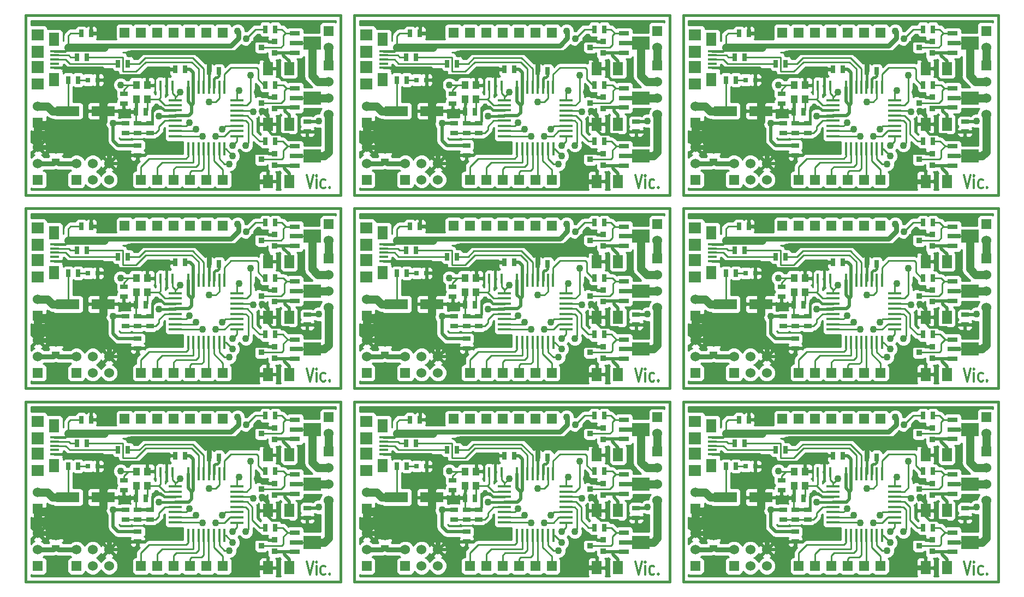
<source format=gtl>
G04 (created by PCBNEW-RS274X (2012-jan-04)-stable) date Thu 08 Nov 2012 06:26:56 PM CET*
G01*
G70*
G90*
%MOIN*%
G04 Gerber Fmt 3.4, Leading zero omitted, Abs format*
%FSLAX34Y34*%
G04 APERTURE LIST*
%ADD10C,0.006000*%
%ADD11C,0.015000*%
%ADD12C,0.012000*%
%ADD13R,0.074700X0.074700*%
%ADD14R,0.074700X0.074800*%
%ADD15R,0.074700X0.070700*%
%ADD16R,0.062900X0.082500*%
%ADD17R,0.053000X0.015700*%
%ADD18R,0.078700X0.017700*%
%ADD19R,0.017700X0.078700*%
%ADD20R,0.141700X0.063000*%
%ADD21R,0.031400X0.031400*%
%ADD22R,0.063000X0.027600*%
%ADD23R,0.082700X0.027600*%
%ADD24R,0.108300X0.078700*%
%ADD25R,0.043300X0.051200*%
%ADD26R,0.011800X0.063000*%
%ADD27R,0.036000X0.036000*%
%ADD28R,0.060000X0.080000*%
%ADD29R,0.045000X0.025000*%
%ADD30R,0.025000X0.045000*%
%ADD31R,0.060000X0.060000*%
%ADD32C,0.060000*%
%ADD33C,0.043300*%
%ADD34C,0.050000*%
%ADD35C,0.010000*%
%ADD36C,0.030000*%
%ADD37C,0.020000*%
G04 APERTURE END LIST*
G54D10*
G54D11*
X46390Y-40491D02*
X65640Y-40491D01*
X46390Y-29491D02*
X65640Y-29491D01*
X46390Y-40491D02*
X46390Y-29491D01*
X65640Y-29491D02*
X65640Y-40491D01*
G54D12*
X63547Y-39265D02*
X63747Y-40065D01*
X63947Y-39265D01*
X64147Y-40065D02*
X64147Y-39531D01*
X64147Y-39265D02*
X64118Y-39303D01*
X64147Y-39341D01*
X64175Y-39303D01*
X64147Y-39265D01*
X64147Y-39341D01*
X64690Y-40027D02*
X64633Y-40065D01*
X64519Y-40065D01*
X64461Y-40027D01*
X64433Y-39989D01*
X64404Y-39912D01*
X64404Y-39684D01*
X64433Y-39608D01*
X64461Y-39570D01*
X64519Y-39531D01*
X64633Y-39531D01*
X64690Y-39570D01*
X64947Y-39989D02*
X64975Y-40027D01*
X64947Y-40065D01*
X64918Y-40027D01*
X64947Y-39989D01*
X64947Y-40065D01*
X63547Y-27454D02*
X63747Y-28254D01*
X63947Y-27454D01*
X64147Y-28254D02*
X64147Y-27720D01*
X64147Y-27454D02*
X64118Y-27492D01*
X64147Y-27530D01*
X64175Y-27492D01*
X64147Y-27454D01*
X64147Y-27530D01*
X64690Y-28216D02*
X64633Y-28254D01*
X64519Y-28254D01*
X64461Y-28216D01*
X64433Y-28178D01*
X64404Y-28101D01*
X64404Y-27873D01*
X64433Y-27797D01*
X64461Y-27759D01*
X64519Y-27720D01*
X64633Y-27720D01*
X64690Y-27759D01*
X64947Y-28178D02*
X64975Y-28216D01*
X64947Y-28254D01*
X64918Y-28216D01*
X64947Y-28178D01*
X64947Y-28254D01*
G54D11*
X65640Y-17680D02*
X65640Y-28680D01*
X46390Y-28680D02*
X46390Y-17680D01*
X46390Y-17680D02*
X65640Y-17680D01*
X46390Y-28680D02*
X65640Y-28680D01*
X46390Y-16869D02*
X65640Y-16869D01*
X46390Y-05869D02*
X65640Y-05869D01*
X46390Y-16869D02*
X46390Y-05869D01*
X65640Y-05869D02*
X65640Y-16869D01*
G54D12*
X63547Y-15643D02*
X63747Y-16443D01*
X63947Y-15643D01*
X64147Y-16443D02*
X64147Y-15909D01*
X64147Y-15643D02*
X64118Y-15681D01*
X64147Y-15719D01*
X64175Y-15681D01*
X64147Y-15643D01*
X64147Y-15719D01*
X64690Y-16405D02*
X64633Y-16443D01*
X64519Y-16443D01*
X64461Y-16405D01*
X64433Y-16367D01*
X64404Y-16290D01*
X64404Y-16062D01*
X64433Y-15986D01*
X64461Y-15948D01*
X64519Y-15909D01*
X64633Y-15909D01*
X64690Y-15948D01*
X64947Y-16367D02*
X64975Y-16405D01*
X64947Y-16443D01*
X64918Y-16405D01*
X64947Y-16367D01*
X64947Y-16443D01*
X43468Y-15643D02*
X43668Y-16443D01*
X43868Y-15643D01*
X44068Y-16443D02*
X44068Y-15909D01*
X44068Y-15643D02*
X44039Y-15681D01*
X44068Y-15719D01*
X44096Y-15681D01*
X44068Y-15643D01*
X44068Y-15719D01*
X44611Y-16405D02*
X44554Y-16443D01*
X44440Y-16443D01*
X44382Y-16405D01*
X44354Y-16367D01*
X44325Y-16290D01*
X44325Y-16062D01*
X44354Y-15986D01*
X44382Y-15948D01*
X44440Y-15909D01*
X44554Y-15909D01*
X44611Y-15948D01*
X44868Y-16367D02*
X44896Y-16405D01*
X44868Y-16443D01*
X44839Y-16405D01*
X44868Y-16367D01*
X44868Y-16443D01*
G54D11*
X45561Y-05869D02*
X45561Y-16869D01*
X26311Y-16869D02*
X26311Y-05869D01*
X26311Y-05869D02*
X45561Y-05869D01*
X26311Y-16869D02*
X45561Y-16869D01*
X26311Y-28680D02*
X45561Y-28680D01*
X26311Y-17680D02*
X45561Y-17680D01*
X26311Y-28680D02*
X26311Y-17680D01*
X45561Y-17680D02*
X45561Y-28680D01*
G54D12*
X43468Y-27454D02*
X43668Y-28254D01*
X43868Y-27454D01*
X44068Y-28254D02*
X44068Y-27720D01*
X44068Y-27454D02*
X44039Y-27492D01*
X44068Y-27530D01*
X44096Y-27492D01*
X44068Y-27454D01*
X44068Y-27530D01*
X44611Y-28216D02*
X44554Y-28254D01*
X44440Y-28254D01*
X44382Y-28216D01*
X44354Y-28178D01*
X44325Y-28101D01*
X44325Y-27873D01*
X44354Y-27797D01*
X44382Y-27759D01*
X44440Y-27720D01*
X44554Y-27720D01*
X44611Y-27759D01*
X44868Y-28178D02*
X44896Y-28216D01*
X44868Y-28254D01*
X44839Y-28216D01*
X44868Y-28178D01*
X44868Y-28254D01*
X43468Y-39265D02*
X43668Y-40065D01*
X43868Y-39265D01*
X44068Y-40065D02*
X44068Y-39531D01*
X44068Y-39265D02*
X44039Y-39303D01*
X44068Y-39341D01*
X44096Y-39303D01*
X44068Y-39265D01*
X44068Y-39341D01*
X44611Y-40027D02*
X44554Y-40065D01*
X44440Y-40065D01*
X44382Y-40027D01*
X44354Y-39989D01*
X44325Y-39912D01*
X44325Y-39684D01*
X44354Y-39608D01*
X44382Y-39570D01*
X44440Y-39531D01*
X44554Y-39531D01*
X44611Y-39570D01*
X44868Y-39989D02*
X44896Y-40027D01*
X44868Y-40065D01*
X44839Y-40027D01*
X44868Y-39989D01*
X44868Y-40065D01*
G54D11*
X45561Y-29491D02*
X45561Y-40491D01*
X26311Y-40491D02*
X26311Y-29491D01*
X26311Y-29491D02*
X45561Y-29491D01*
X26311Y-40491D02*
X45561Y-40491D01*
X06232Y-40491D02*
X25482Y-40491D01*
X06232Y-29491D02*
X25482Y-29491D01*
X06232Y-40491D02*
X06232Y-29491D01*
X25482Y-29491D02*
X25482Y-40491D01*
G54D12*
X23389Y-39265D02*
X23589Y-40065D01*
X23789Y-39265D01*
X23989Y-40065D02*
X23989Y-39531D01*
X23989Y-39265D02*
X23960Y-39303D01*
X23989Y-39341D01*
X24017Y-39303D01*
X23989Y-39265D01*
X23989Y-39341D01*
X24532Y-40027D02*
X24475Y-40065D01*
X24361Y-40065D01*
X24303Y-40027D01*
X24275Y-39989D01*
X24246Y-39912D01*
X24246Y-39684D01*
X24275Y-39608D01*
X24303Y-39570D01*
X24361Y-39531D01*
X24475Y-39531D01*
X24532Y-39570D01*
X24789Y-39989D02*
X24817Y-40027D01*
X24789Y-40065D01*
X24760Y-40027D01*
X24789Y-39989D01*
X24789Y-40065D01*
X23389Y-27454D02*
X23589Y-28254D01*
X23789Y-27454D01*
X23989Y-28254D02*
X23989Y-27720D01*
X23989Y-27454D02*
X23960Y-27492D01*
X23989Y-27530D01*
X24017Y-27492D01*
X23989Y-27454D01*
X23989Y-27530D01*
X24532Y-28216D02*
X24475Y-28254D01*
X24361Y-28254D01*
X24303Y-28216D01*
X24275Y-28178D01*
X24246Y-28101D01*
X24246Y-27873D01*
X24275Y-27797D01*
X24303Y-27759D01*
X24361Y-27720D01*
X24475Y-27720D01*
X24532Y-27759D01*
X24789Y-28178D02*
X24817Y-28216D01*
X24789Y-28254D01*
X24760Y-28216D01*
X24789Y-28178D01*
X24789Y-28254D01*
G54D11*
X25482Y-17680D02*
X25482Y-28680D01*
X06232Y-28680D02*
X06232Y-17680D01*
X06232Y-17680D02*
X25482Y-17680D01*
X06232Y-28680D02*
X25482Y-28680D01*
X06232Y-16869D02*
X25482Y-16869D01*
X06232Y-05869D02*
X25482Y-05869D01*
X06232Y-16869D02*
X06232Y-05869D01*
X25482Y-05869D02*
X25482Y-16869D01*
G54D12*
X23389Y-15643D02*
X23589Y-16443D01*
X23789Y-15643D01*
X23989Y-16443D02*
X23989Y-15909D01*
X23989Y-15643D02*
X23960Y-15681D01*
X23989Y-15719D01*
X24017Y-15681D01*
X23989Y-15643D01*
X23989Y-15719D01*
X24532Y-16405D02*
X24475Y-16443D01*
X24361Y-16443D01*
X24303Y-16405D01*
X24275Y-16367D01*
X24246Y-16290D01*
X24246Y-16062D01*
X24275Y-15986D01*
X24303Y-15948D01*
X24361Y-15909D01*
X24475Y-15909D01*
X24532Y-15948D01*
X24789Y-16367D02*
X24817Y-16405D01*
X24789Y-16443D01*
X24760Y-16405D01*
X24789Y-16367D01*
X24789Y-16443D01*
G54D13*
X47110Y-31719D03*
G54D14*
X47110Y-32663D03*
G54D15*
X47110Y-33687D03*
G54D16*
X48114Y-30971D03*
G54D17*
X48164Y-31680D03*
X48164Y-31936D03*
X48164Y-32191D03*
X48164Y-32446D03*
X48164Y-32702D03*
G54D16*
X48114Y-33411D03*
G54D15*
X47110Y-30695D03*
G54D18*
X55539Y-36881D03*
X55539Y-36566D03*
X55539Y-36251D03*
X55539Y-35936D03*
X55539Y-35621D03*
X55539Y-35306D03*
X55539Y-34991D03*
X55539Y-34676D03*
X59305Y-34678D03*
X59305Y-36888D03*
X59305Y-36568D03*
X59305Y-36248D03*
X59305Y-35938D03*
X59305Y-35618D03*
X59305Y-35308D03*
X59305Y-34988D03*
G54D19*
X56323Y-33888D03*
X56637Y-33888D03*
X56953Y-33888D03*
X57267Y-33888D03*
X57583Y-33888D03*
X57897Y-33888D03*
X58213Y-33888D03*
X58527Y-33888D03*
X56325Y-37668D03*
X56635Y-37668D03*
X56955Y-37668D03*
X57265Y-37668D03*
X57575Y-37668D03*
X57895Y-37668D03*
X58215Y-37668D03*
X58535Y-37668D03*
G54D20*
X48957Y-35341D03*
X51123Y-35341D03*
G54D21*
X50195Y-33441D03*
X50785Y-33441D03*
G54D22*
X62842Y-37500D03*
G54D23*
X62940Y-38091D03*
G54D22*
X62842Y-38682D03*
G54D24*
X63885Y-38091D03*
G54D25*
X53825Y-33758D03*
X53825Y-34624D03*
X53155Y-34624D03*
X53155Y-33758D03*
G54D26*
X54990Y-33791D03*
X55364Y-33791D03*
X54616Y-33791D03*
G54D27*
X61590Y-37941D03*
X61590Y-38641D03*
X60790Y-38291D03*
X61590Y-31091D03*
X61590Y-31791D03*
X60790Y-31441D03*
X61590Y-34491D03*
X61590Y-35191D03*
X60790Y-34841D03*
G54D28*
X62490Y-39641D03*
X61190Y-39641D03*
X62490Y-32741D03*
X61190Y-32741D03*
X62490Y-36141D03*
X61190Y-36141D03*
G54D29*
X53240Y-36691D03*
X53240Y-36091D03*
X53240Y-37441D03*
X53240Y-38041D03*
G54D30*
X58190Y-32891D03*
X57590Y-32891D03*
G54D29*
X48240Y-38391D03*
X48240Y-37791D03*
G54D30*
X56140Y-32791D03*
X55540Y-32791D03*
X53740Y-35391D03*
X53140Y-35391D03*
G54D29*
X63590Y-35991D03*
X63590Y-36591D03*
X52390Y-34291D03*
X52390Y-34891D03*
G54D30*
X49790Y-30591D03*
X50390Y-30591D03*
X61040Y-33741D03*
X61640Y-33741D03*
G54D29*
X52490Y-36091D03*
X52490Y-36691D03*
X53990Y-36691D03*
X53990Y-36091D03*
G54D30*
X52040Y-32441D03*
X52640Y-32441D03*
X49540Y-32041D03*
X50140Y-32041D03*
X61040Y-30341D03*
X61640Y-30341D03*
X61040Y-37191D03*
X61640Y-37191D03*
X48990Y-33441D03*
X49590Y-33441D03*
G54D31*
X64890Y-32541D03*
G54D32*
X64890Y-33541D03*
X64890Y-34541D03*
X64890Y-35541D03*
G54D31*
X49490Y-39541D03*
G54D32*
X49490Y-38541D03*
X50490Y-39541D03*
X50490Y-38541D03*
X51490Y-39541D03*
X51490Y-38541D03*
G54D31*
X47140Y-39541D03*
G54D32*
X47140Y-38541D03*
X47140Y-37541D03*
G54D31*
X64890Y-30441D03*
G54D32*
X64890Y-31441D03*
G54D31*
X47140Y-36041D03*
G54D32*
X47140Y-35041D03*
G54D31*
X57440Y-39541D03*
X52440Y-30541D03*
X53440Y-30541D03*
X54440Y-30541D03*
X53440Y-39541D03*
X54440Y-39541D03*
X58440Y-39541D03*
X56440Y-39541D03*
X55440Y-39541D03*
X55440Y-30541D03*
X56440Y-30541D03*
X57440Y-30541D03*
X58440Y-30541D03*
G54D22*
X62842Y-30600D03*
G54D23*
X62940Y-31191D03*
G54D22*
X62842Y-31782D03*
G54D24*
X63885Y-31191D03*
G54D22*
X62842Y-33950D03*
G54D23*
X62940Y-34541D03*
G54D22*
X62842Y-35132D03*
G54D24*
X63885Y-34541D03*
G54D22*
X62842Y-22139D03*
G54D23*
X62940Y-22730D03*
G54D22*
X62842Y-23321D03*
G54D24*
X63885Y-22730D03*
G54D22*
X62842Y-18789D03*
G54D23*
X62940Y-19380D03*
G54D22*
X62842Y-19971D03*
G54D24*
X63885Y-19380D03*
G54D31*
X58440Y-18730D03*
X57440Y-18730D03*
X56440Y-18730D03*
X55440Y-18730D03*
X55440Y-27730D03*
X56440Y-27730D03*
X58440Y-27730D03*
X54440Y-27730D03*
X53440Y-27730D03*
X54440Y-18730D03*
X53440Y-18730D03*
X52440Y-18730D03*
X57440Y-27730D03*
X47140Y-24230D03*
G54D32*
X47140Y-23230D03*
G54D31*
X64890Y-18630D03*
G54D32*
X64890Y-19630D03*
G54D31*
X47140Y-27730D03*
G54D32*
X47140Y-26730D03*
X47140Y-25730D03*
G54D31*
X49490Y-27730D03*
G54D32*
X49490Y-26730D03*
X50490Y-27730D03*
X50490Y-26730D03*
X51490Y-27730D03*
X51490Y-26730D03*
G54D31*
X64890Y-20730D03*
G54D32*
X64890Y-21730D03*
X64890Y-22730D03*
X64890Y-23730D03*
G54D30*
X48990Y-21630D03*
X49590Y-21630D03*
X61040Y-25380D03*
X61640Y-25380D03*
X61040Y-18530D03*
X61640Y-18530D03*
X49540Y-20230D03*
X50140Y-20230D03*
X52040Y-20630D03*
X52640Y-20630D03*
G54D29*
X53990Y-24880D03*
X53990Y-24280D03*
X52490Y-24280D03*
X52490Y-24880D03*
G54D30*
X61040Y-21930D03*
X61640Y-21930D03*
X49790Y-18780D03*
X50390Y-18780D03*
G54D29*
X52390Y-22480D03*
X52390Y-23080D03*
X63590Y-24180D03*
X63590Y-24780D03*
G54D30*
X53740Y-23580D03*
X53140Y-23580D03*
X56140Y-20980D03*
X55540Y-20980D03*
G54D29*
X48240Y-26580D03*
X48240Y-25980D03*
G54D30*
X58190Y-21080D03*
X57590Y-21080D03*
G54D29*
X53240Y-25630D03*
X53240Y-26230D03*
X53240Y-24880D03*
X53240Y-24280D03*
G54D28*
X62490Y-24330D03*
X61190Y-24330D03*
X62490Y-20930D03*
X61190Y-20930D03*
X62490Y-27830D03*
X61190Y-27830D03*
G54D27*
X61590Y-22680D03*
X61590Y-23380D03*
X60790Y-23030D03*
X61590Y-19280D03*
X61590Y-19980D03*
X60790Y-19630D03*
X61590Y-26130D03*
X61590Y-26830D03*
X60790Y-26480D03*
G54D26*
X54990Y-21980D03*
X55364Y-21980D03*
X54616Y-21980D03*
G54D25*
X53825Y-21947D03*
X53825Y-22813D03*
X53155Y-22813D03*
X53155Y-21947D03*
G54D22*
X62842Y-25689D03*
G54D23*
X62940Y-26280D03*
G54D22*
X62842Y-26871D03*
G54D24*
X63885Y-26280D03*
G54D21*
X50195Y-21630D03*
X50785Y-21630D03*
G54D20*
X48957Y-23530D03*
X51123Y-23530D03*
G54D18*
X55539Y-25070D03*
X55539Y-24755D03*
X55539Y-24440D03*
X55539Y-24125D03*
X55539Y-23810D03*
X55539Y-23495D03*
X55539Y-23180D03*
X55539Y-22865D03*
X59305Y-22867D03*
X59305Y-25077D03*
X59305Y-24757D03*
X59305Y-24437D03*
X59305Y-24127D03*
X59305Y-23807D03*
X59305Y-23497D03*
X59305Y-23177D03*
G54D19*
X56323Y-22077D03*
X56637Y-22077D03*
X56953Y-22077D03*
X57267Y-22077D03*
X57583Y-22077D03*
X57897Y-22077D03*
X58213Y-22077D03*
X58527Y-22077D03*
X56325Y-25857D03*
X56635Y-25857D03*
X56955Y-25857D03*
X57265Y-25857D03*
X57575Y-25857D03*
X57895Y-25857D03*
X58215Y-25857D03*
X58535Y-25857D03*
G54D13*
X47110Y-19908D03*
G54D14*
X47110Y-20852D03*
G54D15*
X47110Y-21876D03*
G54D16*
X48114Y-19160D03*
G54D17*
X48164Y-19869D03*
X48164Y-20125D03*
X48164Y-20380D03*
X48164Y-20635D03*
X48164Y-20891D03*
G54D16*
X48114Y-21600D03*
G54D15*
X47110Y-18884D03*
G54D13*
X47110Y-08097D03*
G54D14*
X47110Y-09041D03*
G54D15*
X47110Y-10065D03*
G54D16*
X48114Y-07349D03*
G54D17*
X48164Y-08058D03*
X48164Y-08314D03*
X48164Y-08569D03*
X48164Y-08824D03*
X48164Y-09080D03*
G54D16*
X48114Y-09789D03*
G54D15*
X47110Y-07073D03*
G54D18*
X55539Y-13259D03*
X55539Y-12944D03*
X55539Y-12629D03*
X55539Y-12314D03*
X55539Y-11999D03*
X55539Y-11684D03*
X55539Y-11369D03*
X55539Y-11054D03*
X59305Y-11056D03*
X59305Y-13266D03*
X59305Y-12946D03*
X59305Y-12626D03*
X59305Y-12316D03*
X59305Y-11996D03*
X59305Y-11686D03*
X59305Y-11366D03*
G54D19*
X56323Y-10266D03*
X56637Y-10266D03*
X56953Y-10266D03*
X57267Y-10266D03*
X57583Y-10266D03*
X57897Y-10266D03*
X58213Y-10266D03*
X58527Y-10266D03*
X56325Y-14046D03*
X56635Y-14046D03*
X56955Y-14046D03*
X57265Y-14046D03*
X57575Y-14046D03*
X57895Y-14046D03*
X58215Y-14046D03*
X58535Y-14046D03*
G54D20*
X48957Y-11719D03*
X51123Y-11719D03*
G54D21*
X50195Y-09819D03*
X50785Y-09819D03*
G54D22*
X62842Y-13878D03*
G54D23*
X62940Y-14469D03*
G54D22*
X62842Y-15060D03*
G54D24*
X63885Y-14469D03*
G54D25*
X53825Y-10136D03*
X53825Y-11002D03*
X53155Y-11002D03*
X53155Y-10136D03*
G54D26*
X54990Y-10169D03*
X55364Y-10169D03*
X54616Y-10169D03*
G54D27*
X61590Y-14319D03*
X61590Y-15019D03*
X60790Y-14669D03*
X61590Y-07469D03*
X61590Y-08169D03*
X60790Y-07819D03*
X61590Y-10869D03*
X61590Y-11569D03*
X60790Y-11219D03*
G54D28*
X62490Y-16019D03*
X61190Y-16019D03*
X62490Y-09119D03*
X61190Y-09119D03*
X62490Y-12519D03*
X61190Y-12519D03*
G54D29*
X53240Y-13069D03*
X53240Y-12469D03*
X53240Y-13819D03*
X53240Y-14419D03*
G54D30*
X58190Y-09269D03*
X57590Y-09269D03*
G54D29*
X48240Y-14769D03*
X48240Y-14169D03*
G54D30*
X56140Y-09169D03*
X55540Y-09169D03*
X53740Y-11769D03*
X53140Y-11769D03*
G54D29*
X63590Y-12369D03*
X63590Y-12969D03*
X52390Y-10669D03*
X52390Y-11269D03*
G54D30*
X49790Y-06969D03*
X50390Y-06969D03*
X61040Y-10119D03*
X61640Y-10119D03*
G54D29*
X52490Y-12469D03*
X52490Y-13069D03*
X53990Y-13069D03*
X53990Y-12469D03*
G54D30*
X52040Y-08819D03*
X52640Y-08819D03*
X49540Y-08419D03*
X50140Y-08419D03*
X61040Y-06719D03*
X61640Y-06719D03*
X61040Y-13569D03*
X61640Y-13569D03*
X48990Y-09819D03*
X49590Y-09819D03*
G54D31*
X64890Y-08919D03*
G54D32*
X64890Y-09919D03*
X64890Y-10919D03*
X64890Y-11919D03*
G54D31*
X49490Y-15919D03*
G54D32*
X49490Y-14919D03*
X50490Y-15919D03*
X50490Y-14919D03*
X51490Y-15919D03*
X51490Y-14919D03*
G54D31*
X47140Y-15919D03*
G54D32*
X47140Y-14919D03*
X47140Y-13919D03*
G54D31*
X64890Y-06819D03*
G54D32*
X64890Y-07819D03*
G54D31*
X47140Y-12419D03*
G54D32*
X47140Y-11419D03*
G54D31*
X57440Y-15919D03*
X52440Y-06919D03*
X53440Y-06919D03*
X54440Y-06919D03*
X53440Y-15919D03*
X54440Y-15919D03*
X58440Y-15919D03*
X56440Y-15919D03*
X55440Y-15919D03*
X55440Y-06919D03*
X56440Y-06919D03*
X57440Y-06919D03*
X58440Y-06919D03*
G54D22*
X62842Y-06978D03*
G54D23*
X62940Y-07569D03*
G54D22*
X62842Y-08160D03*
G54D24*
X63885Y-07569D03*
G54D22*
X62842Y-10328D03*
G54D23*
X62940Y-10919D03*
G54D22*
X62842Y-11510D03*
G54D24*
X63885Y-10919D03*
G54D22*
X42763Y-10328D03*
G54D23*
X42861Y-10919D03*
G54D22*
X42763Y-11510D03*
G54D24*
X43806Y-10919D03*
G54D22*
X42763Y-06978D03*
G54D23*
X42861Y-07569D03*
G54D22*
X42763Y-08160D03*
G54D24*
X43806Y-07569D03*
G54D31*
X38361Y-06919D03*
X37361Y-06919D03*
X36361Y-06919D03*
X35361Y-06919D03*
X35361Y-15919D03*
X36361Y-15919D03*
X38361Y-15919D03*
X34361Y-15919D03*
X33361Y-15919D03*
X34361Y-06919D03*
X33361Y-06919D03*
X32361Y-06919D03*
X37361Y-15919D03*
X27061Y-12419D03*
G54D32*
X27061Y-11419D03*
G54D31*
X44811Y-06819D03*
G54D32*
X44811Y-07819D03*
G54D31*
X27061Y-15919D03*
G54D32*
X27061Y-14919D03*
X27061Y-13919D03*
G54D31*
X29411Y-15919D03*
G54D32*
X29411Y-14919D03*
X30411Y-15919D03*
X30411Y-14919D03*
X31411Y-15919D03*
X31411Y-14919D03*
G54D31*
X44811Y-08919D03*
G54D32*
X44811Y-09919D03*
X44811Y-10919D03*
X44811Y-11919D03*
G54D30*
X28911Y-09819D03*
X29511Y-09819D03*
X40961Y-13569D03*
X41561Y-13569D03*
X40961Y-06719D03*
X41561Y-06719D03*
X29461Y-08419D03*
X30061Y-08419D03*
X31961Y-08819D03*
X32561Y-08819D03*
G54D29*
X33911Y-13069D03*
X33911Y-12469D03*
X32411Y-12469D03*
X32411Y-13069D03*
G54D30*
X40961Y-10119D03*
X41561Y-10119D03*
X29711Y-06969D03*
X30311Y-06969D03*
G54D29*
X32311Y-10669D03*
X32311Y-11269D03*
X43511Y-12369D03*
X43511Y-12969D03*
G54D30*
X33661Y-11769D03*
X33061Y-11769D03*
X36061Y-09169D03*
X35461Y-09169D03*
G54D29*
X28161Y-14769D03*
X28161Y-14169D03*
G54D30*
X38111Y-09269D03*
X37511Y-09269D03*
G54D29*
X33161Y-13819D03*
X33161Y-14419D03*
X33161Y-13069D03*
X33161Y-12469D03*
G54D28*
X42411Y-12519D03*
X41111Y-12519D03*
X42411Y-09119D03*
X41111Y-09119D03*
X42411Y-16019D03*
X41111Y-16019D03*
G54D27*
X41511Y-10869D03*
X41511Y-11569D03*
X40711Y-11219D03*
X41511Y-07469D03*
X41511Y-08169D03*
X40711Y-07819D03*
X41511Y-14319D03*
X41511Y-15019D03*
X40711Y-14669D03*
G54D26*
X34911Y-10169D03*
X35285Y-10169D03*
X34537Y-10169D03*
G54D25*
X33746Y-10136D03*
X33746Y-11002D03*
X33076Y-11002D03*
X33076Y-10136D03*
G54D22*
X42763Y-13878D03*
G54D23*
X42861Y-14469D03*
G54D22*
X42763Y-15060D03*
G54D24*
X43806Y-14469D03*
G54D21*
X30116Y-09819D03*
X30706Y-09819D03*
G54D20*
X28878Y-11719D03*
X31044Y-11719D03*
G54D18*
X35460Y-13259D03*
X35460Y-12944D03*
X35460Y-12629D03*
X35460Y-12314D03*
X35460Y-11999D03*
X35460Y-11684D03*
X35460Y-11369D03*
X35460Y-11054D03*
X39226Y-11056D03*
X39226Y-13266D03*
X39226Y-12946D03*
X39226Y-12626D03*
X39226Y-12316D03*
X39226Y-11996D03*
X39226Y-11686D03*
X39226Y-11366D03*
G54D19*
X36244Y-10266D03*
X36558Y-10266D03*
X36874Y-10266D03*
X37188Y-10266D03*
X37504Y-10266D03*
X37818Y-10266D03*
X38134Y-10266D03*
X38448Y-10266D03*
X36246Y-14046D03*
X36556Y-14046D03*
X36876Y-14046D03*
X37186Y-14046D03*
X37496Y-14046D03*
X37816Y-14046D03*
X38136Y-14046D03*
X38456Y-14046D03*
G54D13*
X27031Y-08097D03*
G54D14*
X27031Y-09041D03*
G54D15*
X27031Y-10065D03*
G54D16*
X28035Y-07349D03*
G54D17*
X28085Y-08058D03*
X28085Y-08314D03*
X28085Y-08569D03*
X28085Y-08824D03*
X28085Y-09080D03*
G54D16*
X28035Y-09789D03*
G54D15*
X27031Y-07073D03*
G54D13*
X27031Y-19908D03*
G54D14*
X27031Y-20852D03*
G54D15*
X27031Y-21876D03*
G54D16*
X28035Y-19160D03*
G54D17*
X28085Y-19869D03*
X28085Y-20125D03*
X28085Y-20380D03*
X28085Y-20635D03*
X28085Y-20891D03*
G54D16*
X28035Y-21600D03*
G54D15*
X27031Y-18884D03*
G54D18*
X35460Y-25070D03*
X35460Y-24755D03*
X35460Y-24440D03*
X35460Y-24125D03*
X35460Y-23810D03*
X35460Y-23495D03*
X35460Y-23180D03*
X35460Y-22865D03*
X39226Y-22867D03*
X39226Y-25077D03*
X39226Y-24757D03*
X39226Y-24437D03*
X39226Y-24127D03*
X39226Y-23807D03*
X39226Y-23497D03*
X39226Y-23177D03*
G54D19*
X36244Y-22077D03*
X36558Y-22077D03*
X36874Y-22077D03*
X37188Y-22077D03*
X37504Y-22077D03*
X37818Y-22077D03*
X38134Y-22077D03*
X38448Y-22077D03*
X36246Y-25857D03*
X36556Y-25857D03*
X36876Y-25857D03*
X37186Y-25857D03*
X37496Y-25857D03*
X37816Y-25857D03*
X38136Y-25857D03*
X38456Y-25857D03*
G54D20*
X28878Y-23530D03*
X31044Y-23530D03*
G54D21*
X30116Y-21630D03*
X30706Y-21630D03*
G54D22*
X42763Y-25689D03*
G54D23*
X42861Y-26280D03*
G54D22*
X42763Y-26871D03*
G54D24*
X43806Y-26280D03*
G54D25*
X33746Y-21947D03*
X33746Y-22813D03*
X33076Y-22813D03*
X33076Y-21947D03*
G54D26*
X34911Y-21980D03*
X35285Y-21980D03*
X34537Y-21980D03*
G54D27*
X41511Y-26130D03*
X41511Y-26830D03*
X40711Y-26480D03*
X41511Y-19280D03*
X41511Y-19980D03*
X40711Y-19630D03*
X41511Y-22680D03*
X41511Y-23380D03*
X40711Y-23030D03*
G54D28*
X42411Y-27830D03*
X41111Y-27830D03*
X42411Y-20930D03*
X41111Y-20930D03*
X42411Y-24330D03*
X41111Y-24330D03*
G54D29*
X33161Y-24880D03*
X33161Y-24280D03*
X33161Y-25630D03*
X33161Y-26230D03*
G54D30*
X38111Y-21080D03*
X37511Y-21080D03*
G54D29*
X28161Y-26580D03*
X28161Y-25980D03*
G54D30*
X36061Y-20980D03*
X35461Y-20980D03*
X33661Y-23580D03*
X33061Y-23580D03*
G54D29*
X43511Y-24180D03*
X43511Y-24780D03*
X32311Y-22480D03*
X32311Y-23080D03*
G54D30*
X29711Y-18780D03*
X30311Y-18780D03*
X40961Y-21930D03*
X41561Y-21930D03*
G54D29*
X32411Y-24280D03*
X32411Y-24880D03*
X33911Y-24880D03*
X33911Y-24280D03*
G54D30*
X31961Y-20630D03*
X32561Y-20630D03*
X29461Y-20230D03*
X30061Y-20230D03*
X40961Y-18530D03*
X41561Y-18530D03*
X40961Y-25380D03*
X41561Y-25380D03*
X28911Y-21630D03*
X29511Y-21630D03*
G54D31*
X44811Y-20730D03*
G54D32*
X44811Y-21730D03*
X44811Y-22730D03*
X44811Y-23730D03*
G54D31*
X29411Y-27730D03*
G54D32*
X29411Y-26730D03*
X30411Y-27730D03*
X30411Y-26730D03*
X31411Y-27730D03*
X31411Y-26730D03*
G54D31*
X27061Y-27730D03*
G54D32*
X27061Y-26730D03*
X27061Y-25730D03*
G54D31*
X44811Y-18630D03*
G54D32*
X44811Y-19630D03*
G54D31*
X27061Y-24230D03*
G54D32*
X27061Y-23230D03*
G54D31*
X37361Y-27730D03*
X32361Y-18730D03*
X33361Y-18730D03*
X34361Y-18730D03*
X33361Y-27730D03*
X34361Y-27730D03*
X38361Y-27730D03*
X36361Y-27730D03*
X35361Y-27730D03*
X35361Y-18730D03*
X36361Y-18730D03*
X37361Y-18730D03*
X38361Y-18730D03*
G54D22*
X42763Y-18789D03*
G54D23*
X42861Y-19380D03*
G54D22*
X42763Y-19971D03*
G54D24*
X43806Y-19380D03*
G54D22*
X42763Y-22139D03*
G54D23*
X42861Y-22730D03*
G54D22*
X42763Y-23321D03*
G54D24*
X43806Y-22730D03*
G54D22*
X42763Y-33950D03*
G54D23*
X42861Y-34541D03*
G54D22*
X42763Y-35132D03*
G54D24*
X43806Y-34541D03*
G54D22*
X42763Y-30600D03*
G54D23*
X42861Y-31191D03*
G54D22*
X42763Y-31782D03*
G54D24*
X43806Y-31191D03*
G54D31*
X38361Y-30541D03*
X37361Y-30541D03*
X36361Y-30541D03*
X35361Y-30541D03*
X35361Y-39541D03*
X36361Y-39541D03*
X38361Y-39541D03*
X34361Y-39541D03*
X33361Y-39541D03*
X34361Y-30541D03*
X33361Y-30541D03*
X32361Y-30541D03*
X37361Y-39541D03*
X27061Y-36041D03*
G54D32*
X27061Y-35041D03*
G54D31*
X44811Y-30441D03*
G54D32*
X44811Y-31441D03*
G54D31*
X27061Y-39541D03*
G54D32*
X27061Y-38541D03*
X27061Y-37541D03*
G54D31*
X29411Y-39541D03*
G54D32*
X29411Y-38541D03*
X30411Y-39541D03*
X30411Y-38541D03*
X31411Y-39541D03*
X31411Y-38541D03*
G54D31*
X44811Y-32541D03*
G54D32*
X44811Y-33541D03*
X44811Y-34541D03*
X44811Y-35541D03*
G54D30*
X28911Y-33441D03*
X29511Y-33441D03*
X40961Y-37191D03*
X41561Y-37191D03*
X40961Y-30341D03*
X41561Y-30341D03*
X29461Y-32041D03*
X30061Y-32041D03*
X31961Y-32441D03*
X32561Y-32441D03*
G54D29*
X33911Y-36691D03*
X33911Y-36091D03*
X32411Y-36091D03*
X32411Y-36691D03*
G54D30*
X40961Y-33741D03*
X41561Y-33741D03*
X29711Y-30591D03*
X30311Y-30591D03*
G54D29*
X32311Y-34291D03*
X32311Y-34891D03*
X43511Y-35991D03*
X43511Y-36591D03*
G54D30*
X33661Y-35391D03*
X33061Y-35391D03*
X36061Y-32791D03*
X35461Y-32791D03*
G54D29*
X28161Y-38391D03*
X28161Y-37791D03*
G54D30*
X38111Y-32891D03*
X37511Y-32891D03*
G54D29*
X33161Y-37441D03*
X33161Y-38041D03*
X33161Y-36691D03*
X33161Y-36091D03*
G54D28*
X42411Y-36141D03*
X41111Y-36141D03*
X42411Y-32741D03*
X41111Y-32741D03*
X42411Y-39641D03*
X41111Y-39641D03*
G54D27*
X41511Y-34491D03*
X41511Y-35191D03*
X40711Y-34841D03*
X41511Y-31091D03*
X41511Y-31791D03*
X40711Y-31441D03*
X41511Y-37941D03*
X41511Y-38641D03*
X40711Y-38291D03*
G54D26*
X34911Y-33791D03*
X35285Y-33791D03*
X34537Y-33791D03*
G54D25*
X33746Y-33758D03*
X33746Y-34624D03*
X33076Y-34624D03*
X33076Y-33758D03*
G54D22*
X42763Y-37500D03*
G54D23*
X42861Y-38091D03*
G54D22*
X42763Y-38682D03*
G54D24*
X43806Y-38091D03*
G54D21*
X30116Y-33441D03*
X30706Y-33441D03*
G54D20*
X28878Y-35341D03*
X31044Y-35341D03*
G54D18*
X35460Y-36881D03*
X35460Y-36566D03*
X35460Y-36251D03*
X35460Y-35936D03*
X35460Y-35621D03*
X35460Y-35306D03*
X35460Y-34991D03*
X35460Y-34676D03*
X39226Y-34678D03*
X39226Y-36888D03*
X39226Y-36568D03*
X39226Y-36248D03*
X39226Y-35938D03*
X39226Y-35618D03*
X39226Y-35308D03*
X39226Y-34988D03*
G54D19*
X36244Y-33888D03*
X36558Y-33888D03*
X36874Y-33888D03*
X37188Y-33888D03*
X37504Y-33888D03*
X37818Y-33888D03*
X38134Y-33888D03*
X38448Y-33888D03*
X36246Y-37668D03*
X36556Y-37668D03*
X36876Y-37668D03*
X37186Y-37668D03*
X37496Y-37668D03*
X37816Y-37668D03*
X38136Y-37668D03*
X38456Y-37668D03*
G54D13*
X27031Y-31719D03*
G54D14*
X27031Y-32663D03*
G54D15*
X27031Y-33687D03*
G54D16*
X28035Y-30971D03*
G54D17*
X28085Y-31680D03*
X28085Y-31936D03*
X28085Y-32191D03*
X28085Y-32446D03*
X28085Y-32702D03*
G54D16*
X28035Y-33411D03*
G54D15*
X27031Y-30695D03*
G54D13*
X06952Y-31719D03*
G54D14*
X06952Y-32663D03*
G54D15*
X06952Y-33687D03*
G54D16*
X07956Y-30971D03*
G54D17*
X08006Y-31680D03*
X08006Y-31936D03*
X08006Y-32191D03*
X08006Y-32446D03*
X08006Y-32702D03*
G54D16*
X07956Y-33411D03*
G54D15*
X06952Y-30695D03*
G54D18*
X15381Y-36881D03*
X15381Y-36566D03*
X15381Y-36251D03*
X15381Y-35936D03*
X15381Y-35621D03*
X15381Y-35306D03*
X15381Y-34991D03*
X15381Y-34676D03*
X19147Y-34678D03*
X19147Y-36888D03*
X19147Y-36568D03*
X19147Y-36248D03*
X19147Y-35938D03*
X19147Y-35618D03*
X19147Y-35308D03*
X19147Y-34988D03*
G54D19*
X16165Y-33888D03*
X16479Y-33888D03*
X16795Y-33888D03*
X17109Y-33888D03*
X17425Y-33888D03*
X17739Y-33888D03*
X18055Y-33888D03*
X18369Y-33888D03*
X16167Y-37668D03*
X16477Y-37668D03*
X16797Y-37668D03*
X17107Y-37668D03*
X17417Y-37668D03*
X17737Y-37668D03*
X18057Y-37668D03*
X18377Y-37668D03*
G54D20*
X08799Y-35341D03*
X10965Y-35341D03*
G54D21*
X10037Y-33441D03*
X10627Y-33441D03*
G54D22*
X22684Y-37500D03*
G54D23*
X22782Y-38091D03*
G54D22*
X22684Y-38682D03*
G54D24*
X23727Y-38091D03*
G54D25*
X13667Y-33758D03*
X13667Y-34624D03*
X12997Y-34624D03*
X12997Y-33758D03*
G54D26*
X14832Y-33791D03*
X15206Y-33791D03*
X14458Y-33791D03*
G54D27*
X21432Y-37941D03*
X21432Y-38641D03*
X20632Y-38291D03*
X21432Y-31091D03*
X21432Y-31791D03*
X20632Y-31441D03*
X21432Y-34491D03*
X21432Y-35191D03*
X20632Y-34841D03*
G54D28*
X22332Y-39641D03*
X21032Y-39641D03*
X22332Y-32741D03*
X21032Y-32741D03*
X22332Y-36141D03*
X21032Y-36141D03*
G54D29*
X13082Y-36691D03*
X13082Y-36091D03*
X13082Y-37441D03*
X13082Y-38041D03*
G54D30*
X18032Y-32891D03*
X17432Y-32891D03*
G54D29*
X08082Y-38391D03*
X08082Y-37791D03*
G54D30*
X15982Y-32791D03*
X15382Y-32791D03*
X13582Y-35391D03*
X12982Y-35391D03*
G54D29*
X23432Y-35991D03*
X23432Y-36591D03*
X12232Y-34291D03*
X12232Y-34891D03*
G54D30*
X09632Y-30591D03*
X10232Y-30591D03*
X20882Y-33741D03*
X21482Y-33741D03*
G54D29*
X12332Y-36091D03*
X12332Y-36691D03*
X13832Y-36691D03*
X13832Y-36091D03*
G54D30*
X11882Y-32441D03*
X12482Y-32441D03*
X09382Y-32041D03*
X09982Y-32041D03*
X20882Y-30341D03*
X21482Y-30341D03*
X20882Y-37191D03*
X21482Y-37191D03*
X08832Y-33441D03*
X09432Y-33441D03*
G54D31*
X24732Y-32541D03*
G54D32*
X24732Y-33541D03*
X24732Y-34541D03*
X24732Y-35541D03*
G54D31*
X09332Y-39541D03*
G54D32*
X09332Y-38541D03*
X10332Y-39541D03*
X10332Y-38541D03*
X11332Y-39541D03*
X11332Y-38541D03*
G54D31*
X06982Y-39541D03*
G54D32*
X06982Y-38541D03*
X06982Y-37541D03*
G54D31*
X24732Y-30441D03*
G54D32*
X24732Y-31441D03*
G54D31*
X06982Y-36041D03*
G54D32*
X06982Y-35041D03*
G54D31*
X17282Y-39541D03*
X12282Y-30541D03*
X13282Y-30541D03*
X14282Y-30541D03*
X13282Y-39541D03*
X14282Y-39541D03*
X18282Y-39541D03*
X16282Y-39541D03*
X15282Y-39541D03*
X15282Y-30541D03*
X16282Y-30541D03*
X17282Y-30541D03*
X18282Y-30541D03*
G54D22*
X22684Y-30600D03*
G54D23*
X22782Y-31191D03*
G54D22*
X22684Y-31782D03*
G54D24*
X23727Y-31191D03*
G54D22*
X22684Y-33950D03*
G54D23*
X22782Y-34541D03*
G54D22*
X22684Y-35132D03*
G54D24*
X23727Y-34541D03*
G54D22*
X22684Y-22139D03*
G54D23*
X22782Y-22730D03*
G54D22*
X22684Y-23321D03*
G54D24*
X23727Y-22730D03*
G54D22*
X22684Y-18789D03*
G54D23*
X22782Y-19380D03*
G54D22*
X22684Y-19971D03*
G54D24*
X23727Y-19380D03*
G54D31*
X18282Y-18730D03*
X17282Y-18730D03*
X16282Y-18730D03*
X15282Y-18730D03*
X15282Y-27730D03*
X16282Y-27730D03*
X18282Y-27730D03*
X14282Y-27730D03*
X13282Y-27730D03*
X14282Y-18730D03*
X13282Y-18730D03*
X12282Y-18730D03*
X17282Y-27730D03*
X06982Y-24230D03*
G54D32*
X06982Y-23230D03*
G54D31*
X24732Y-18630D03*
G54D32*
X24732Y-19630D03*
G54D31*
X06982Y-27730D03*
G54D32*
X06982Y-26730D03*
X06982Y-25730D03*
G54D31*
X09332Y-27730D03*
G54D32*
X09332Y-26730D03*
X10332Y-27730D03*
X10332Y-26730D03*
X11332Y-27730D03*
X11332Y-26730D03*
G54D31*
X24732Y-20730D03*
G54D32*
X24732Y-21730D03*
X24732Y-22730D03*
X24732Y-23730D03*
G54D30*
X08832Y-21630D03*
X09432Y-21630D03*
X20882Y-25380D03*
X21482Y-25380D03*
X20882Y-18530D03*
X21482Y-18530D03*
X09382Y-20230D03*
X09982Y-20230D03*
X11882Y-20630D03*
X12482Y-20630D03*
G54D29*
X13832Y-24880D03*
X13832Y-24280D03*
X12332Y-24280D03*
X12332Y-24880D03*
G54D30*
X20882Y-21930D03*
X21482Y-21930D03*
X09632Y-18780D03*
X10232Y-18780D03*
G54D29*
X12232Y-22480D03*
X12232Y-23080D03*
X23432Y-24180D03*
X23432Y-24780D03*
G54D30*
X13582Y-23580D03*
X12982Y-23580D03*
X15982Y-20980D03*
X15382Y-20980D03*
G54D29*
X08082Y-26580D03*
X08082Y-25980D03*
G54D30*
X18032Y-21080D03*
X17432Y-21080D03*
G54D29*
X13082Y-25630D03*
X13082Y-26230D03*
X13082Y-24880D03*
X13082Y-24280D03*
G54D28*
X22332Y-24330D03*
X21032Y-24330D03*
X22332Y-20930D03*
X21032Y-20930D03*
X22332Y-27830D03*
X21032Y-27830D03*
G54D27*
X21432Y-22680D03*
X21432Y-23380D03*
X20632Y-23030D03*
X21432Y-19280D03*
X21432Y-19980D03*
X20632Y-19630D03*
X21432Y-26130D03*
X21432Y-26830D03*
X20632Y-26480D03*
G54D26*
X14832Y-21980D03*
X15206Y-21980D03*
X14458Y-21980D03*
G54D25*
X13667Y-21947D03*
X13667Y-22813D03*
X12997Y-22813D03*
X12997Y-21947D03*
G54D22*
X22684Y-25689D03*
G54D23*
X22782Y-26280D03*
G54D22*
X22684Y-26871D03*
G54D24*
X23727Y-26280D03*
G54D21*
X10037Y-21630D03*
X10627Y-21630D03*
G54D20*
X08799Y-23530D03*
X10965Y-23530D03*
G54D18*
X15381Y-25070D03*
X15381Y-24755D03*
X15381Y-24440D03*
X15381Y-24125D03*
X15381Y-23810D03*
X15381Y-23495D03*
X15381Y-23180D03*
X15381Y-22865D03*
X19147Y-22867D03*
X19147Y-25077D03*
X19147Y-24757D03*
X19147Y-24437D03*
X19147Y-24127D03*
X19147Y-23807D03*
X19147Y-23497D03*
X19147Y-23177D03*
G54D19*
X16165Y-22077D03*
X16479Y-22077D03*
X16795Y-22077D03*
X17109Y-22077D03*
X17425Y-22077D03*
X17739Y-22077D03*
X18055Y-22077D03*
X18369Y-22077D03*
X16167Y-25857D03*
X16477Y-25857D03*
X16797Y-25857D03*
X17107Y-25857D03*
X17417Y-25857D03*
X17737Y-25857D03*
X18057Y-25857D03*
X18377Y-25857D03*
G54D13*
X06952Y-19908D03*
G54D14*
X06952Y-20852D03*
G54D15*
X06952Y-21876D03*
G54D16*
X07956Y-19160D03*
G54D17*
X08006Y-19869D03*
X08006Y-20125D03*
X08006Y-20380D03*
X08006Y-20635D03*
X08006Y-20891D03*
G54D16*
X07956Y-21600D03*
G54D15*
X06952Y-18884D03*
G54D13*
X06952Y-08097D03*
G54D14*
X06952Y-09041D03*
G54D15*
X06952Y-10065D03*
G54D16*
X07956Y-07349D03*
G54D17*
X08006Y-08058D03*
X08006Y-08314D03*
X08006Y-08569D03*
X08006Y-08824D03*
X08006Y-09080D03*
G54D16*
X07956Y-09789D03*
G54D15*
X06952Y-07073D03*
G54D18*
X15381Y-13259D03*
X15381Y-12944D03*
X15381Y-12629D03*
X15381Y-12314D03*
X15381Y-11999D03*
X15381Y-11684D03*
X15381Y-11369D03*
X15381Y-11054D03*
X19147Y-11056D03*
X19147Y-13266D03*
X19147Y-12946D03*
X19147Y-12626D03*
X19147Y-12316D03*
X19147Y-11996D03*
X19147Y-11686D03*
X19147Y-11366D03*
G54D19*
X16165Y-10266D03*
X16479Y-10266D03*
X16795Y-10266D03*
X17109Y-10266D03*
X17425Y-10266D03*
X17739Y-10266D03*
X18055Y-10266D03*
X18369Y-10266D03*
X16167Y-14046D03*
X16477Y-14046D03*
X16797Y-14046D03*
X17107Y-14046D03*
X17417Y-14046D03*
X17737Y-14046D03*
X18057Y-14046D03*
X18377Y-14046D03*
G54D20*
X08799Y-11719D03*
X10965Y-11719D03*
G54D21*
X10037Y-09819D03*
X10627Y-09819D03*
G54D22*
X22684Y-13878D03*
G54D23*
X22782Y-14469D03*
G54D22*
X22684Y-15060D03*
G54D24*
X23727Y-14469D03*
G54D25*
X13667Y-10136D03*
X13667Y-11002D03*
X12997Y-11002D03*
X12997Y-10136D03*
G54D26*
X14832Y-10169D03*
X15206Y-10169D03*
X14458Y-10169D03*
G54D27*
X21432Y-14319D03*
X21432Y-15019D03*
X20632Y-14669D03*
X21432Y-07469D03*
X21432Y-08169D03*
X20632Y-07819D03*
X21432Y-10869D03*
X21432Y-11569D03*
X20632Y-11219D03*
G54D28*
X22332Y-16019D03*
X21032Y-16019D03*
X22332Y-09119D03*
X21032Y-09119D03*
X22332Y-12519D03*
X21032Y-12519D03*
G54D29*
X13082Y-13069D03*
X13082Y-12469D03*
X13082Y-13819D03*
X13082Y-14419D03*
G54D30*
X18032Y-09269D03*
X17432Y-09269D03*
G54D29*
X08082Y-14769D03*
X08082Y-14169D03*
G54D30*
X15982Y-09169D03*
X15382Y-09169D03*
X13582Y-11769D03*
X12982Y-11769D03*
G54D29*
X23432Y-12369D03*
X23432Y-12969D03*
X12232Y-10669D03*
X12232Y-11269D03*
G54D30*
X09632Y-06969D03*
X10232Y-06969D03*
X20882Y-10119D03*
X21482Y-10119D03*
G54D29*
X12332Y-12469D03*
X12332Y-13069D03*
X13832Y-13069D03*
X13832Y-12469D03*
G54D30*
X11882Y-08819D03*
X12482Y-08819D03*
X09382Y-08419D03*
X09982Y-08419D03*
X20882Y-06719D03*
X21482Y-06719D03*
X20882Y-13569D03*
X21482Y-13569D03*
X08832Y-09819D03*
X09432Y-09819D03*
G54D31*
X24732Y-08919D03*
G54D32*
X24732Y-09919D03*
X24732Y-10919D03*
X24732Y-11919D03*
G54D31*
X09332Y-15919D03*
G54D32*
X09332Y-14919D03*
X10332Y-15919D03*
X10332Y-14919D03*
X11332Y-15919D03*
X11332Y-14919D03*
G54D31*
X06982Y-15919D03*
G54D32*
X06982Y-14919D03*
X06982Y-13919D03*
G54D31*
X24732Y-06819D03*
G54D32*
X24732Y-07819D03*
G54D31*
X06982Y-12419D03*
G54D32*
X06982Y-11419D03*
G54D31*
X17282Y-15919D03*
X12282Y-06919D03*
X13282Y-06919D03*
X14282Y-06919D03*
X13282Y-15919D03*
X14282Y-15919D03*
X18282Y-15919D03*
X16282Y-15919D03*
X15282Y-15919D03*
X15282Y-06919D03*
X16282Y-06919D03*
X17282Y-06919D03*
X18282Y-06919D03*
G54D22*
X22684Y-06978D03*
G54D23*
X22782Y-07569D03*
G54D22*
X22684Y-08160D03*
G54D24*
X23727Y-07569D03*
G54D22*
X22684Y-10328D03*
G54D23*
X22782Y-10919D03*
G54D22*
X22684Y-11510D03*
G54D24*
X23727Y-10919D03*
G54D33*
X37511Y-34791D03*
X37511Y-22980D03*
X37511Y-11169D03*
X17432Y-34791D03*
X17432Y-22980D03*
X17432Y-11169D03*
X57590Y-11169D03*
X57590Y-22980D03*
X57590Y-34791D03*
X38961Y-13819D03*
X18882Y-13819D03*
X18882Y-25630D03*
X18882Y-37441D03*
X38961Y-37441D03*
X59040Y-25630D03*
X59040Y-13819D03*
X59040Y-37441D03*
X38961Y-25630D03*
X38961Y-26280D03*
X18882Y-26280D03*
X18882Y-14469D03*
X38961Y-14469D03*
X38961Y-38091D03*
X59040Y-26280D03*
X18882Y-38091D03*
X59040Y-14469D03*
X59040Y-38091D03*
X60140Y-09519D03*
X39786Y-30916D03*
X39786Y-19105D03*
X39786Y-07294D03*
X40061Y-33141D03*
X59865Y-30916D03*
X59865Y-19105D03*
X59865Y-07294D03*
X60140Y-33141D03*
X60140Y-21330D03*
X19982Y-33141D03*
X19982Y-09519D03*
X19707Y-30916D03*
X40061Y-09519D03*
X19982Y-21330D03*
X19707Y-07294D03*
X40061Y-21330D03*
X19707Y-19105D03*
X59440Y-10469D03*
X59440Y-34091D03*
X59440Y-22280D03*
X39361Y-34091D03*
X39361Y-22280D03*
X39361Y-10469D03*
X19282Y-34091D03*
X19282Y-22280D03*
X19282Y-10469D03*
X58840Y-38591D03*
X58840Y-26780D03*
X58840Y-14969D03*
X38761Y-38591D03*
X38761Y-26780D03*
X38761Y-14969D03*
X18682Y-38591D03*
X18682Y-26780D03*
X18682Y-14969D03*
X20382Y-22380D03*
X19832Y-14669D03*
X20682Y-23530D03*
X11382Y-33541D03*
X10882Y-30591D03*
X20382Y-34191D03*
X20682Y-35341D03*
X32661Y-31841D03*
X30961Y-30591D03*
X40461Y-34191D03*
X40761Y-35341D03*
X31461Y-33541D03*
X19732Y-20080D03*
X40461Y-10569D03*
X40761Y-11719D03*
X39811Y-08269D03*
X40761Y-23530D03*
X12582Y-20030D03*
X39911Y-14669D03*
X40461Y-22380D03*
X19832Y-38291D03*
X11382Y-21730D03*
X19732Y-31891D03*
X20382Y-10569D03*
X20682Y-11719D03*
X11382Y-09919D03*
X10882Y-06969D03*
X12582Y-08219D03*
X10882Y-18780D03*
X19832Y-26480D03*
X19732Y-08269D03*
X12582Y-31841D03*
X51540Y-21730D03*
X59890Y-20080D03*
X32661Y-20030D03*
X59990Y-38291D03*
X32661Y-08219D03*
X51040Y-18780D03*
X51540Y-09919D03*
X59990Y-26480D03*
X30961Y-18780D03*
X31461Y-21730D03*
X39811Y-20080D03*
X39911Y-38291D03*
X39911Y-26480D03*
X39811Y-31891D03*
X31461Y-09919D03*
X30961Y-06969D03*
X52740Y-31841D03*
X51040Y-30591D03*
X60840Y-11719D03*
X51540Y-33541D03*
X60840Y-23530D03*
X60540Y-34191D03*
X60840Y-35341D03*
X60540Y-10569D03*
X59990Y-14669D03*
X60540Y-22380D03*
X59890Y-08269D03*
X59890Y-31891D03*
X52740Y-20030D03*
X52740Y-08219D03*
X51040Y-06969D03*
X56390Y-36041D03*
X16232Y-24230D03*
X16232Y-12419D03*
X56390Y-12419D03*
X56390Y-24230D03*
X16232Y-36041D03*
X36311Y-36041D03*
X36311Y-12419D03*
X36311Y-24230D03*
X15682Y-34191D03*
X12032Y-21930D03*
X12032Y-10119D03*
X15682Y-22380D03*
X32111Y-10119D03*
X35761Y-10569D03*
X35761Y-22380D03*
X32111Y-21930D03*
X35761Y-34191D03*
X32111Y-33741D03*
X52190Y-10119D03*
X55840Y-10569D03*
X55840Y-22380D03*
X15682Y-10569D03*
X12032Y-33741D03*
X52190Y-33741D03*
X55840Y-34191D03*
X52190Y-21930D03*
X17032Y-25080D03*
X37111Y-13269D03*
X37111Y-36891D03*
X17032Y-13269D03*
X17032Y-36891D03*
X57190Y-25080D03*
X57190Y-36891D03*
X57190Y-13269D03*
X37111Y-25080D03*
X17832Y-25080D03*
X37911Y-13269D03*
X37911Y-36891D03*
X17832Y-36891D03*
X37911Y-25080D03*
X57990Y-36891D03*
X17832Y-13269D03*
X57990Y-13269D03*
X57990Y-25080D03*
X39761Y-37441D03*
X39761Y-13819D03*
X39761Y-25630D03*
X19682Y-13819D03*
X19682Y-25630D03*
X59840Y-25630D03*
X19682Y-37441D03*
X59840Y-13819D03*
X59840Y-37441D03*
X18232Y-36441D03*
X38311Y-24630D03*
X38311Y-36441D03*
X18232Y-12819D03*
X38311Y-12819D03*
X18232Y-24630D03*
X58390Y-24630D03*
X58390Y-36441D03*
X58390Y-12819D03*
X20132Y-23580D03*
X60290Y-23580D03*
X60290Y-35391D03*
X60290Y-11769D03*
X20132Y-11769D03*
X40211Y-35391D03*
X20132Y-35391D03*
X40211Y-11769D03*
X40211Y-23580D03*
X16632Y-12819D03*
X16632Y-24630D03*
X16632Y-36441D03*
X36711Y-36441D03*
X36711Y-12819D03*
X36711Y-24630D03*
X56790Y-36441D03*
X56790Y-24630D03*
X56790Y-12819D03*
X24132Y-12319D03*
X19182Y-06819D03*
X19182Y-18630D03*
X11582Y-12469D03*
X14382Y-12019D03*
X24132Y-24130D03*
X14382Y-23830D03*
X11582Y-24280D03*
X08832Y-19630D03*
X39261Y-06819D03*
X44211Y-12319D03*
X34461Y-12019D03*
X31661Y-12469D03*
X44211Y-24130D03*
X39261Y-18630D03*
X34461Y-23830D03*
X31661Y-24280D03*
X28911Y-19630D03*
X31661Y-36091D03*
X34461Y-35641D03*
X39261Y-30441D03*
X44211Y-35941D03*
X28911Y-07819D03*
X28911Y-31441D03*
X51740Y-12469D03*
X54540Y-12019D03*
X64290Y-24130D03*
X48990Y-31441D03*
X48990Y-07819D03*
X64290Y-35941D03*
X59340Y-18630D03*
X54540Y-23830D03*
X51740Y-24280D03*
X59340Y-06819D03*
X64290Y-12319D03*
X48990Y-19630D03*
X08832Y-31441D03*
X24132Y-35941D03*
X08832Y-07819D03*
X59340Y-30441D03*
X19182Y-30441D03*
X14382Y-35641D03*
X11582Y-36091D03*
X54540Y-35641D03*
X51740Y-36091D03*
G54D34*
X24732Y-20730D02*
X24732Y-19630D01*
X24732Y-08919D02*
X24732Y-07819D01*
X24732Y-32541D02*
X24732Y-31441D01*
X44811Y-20730D02*
X44811Y-19630D01*
X44811Y-32541D02*
X44811Y-31441D01*
X64890Y-32541D02*
X64890Y-31441D01*
X44811Y-08919D02*
X44811Y-07819D01*
X64890Y-08919D02*
X64890Y-07819D01*
X64890Y-20730D02*
X64890Y-19630D01*
G54D35*
X20082Y-13119D02*
X20082Y-12319D01*
X20532Y-25380D02*
X20082Y-24930D01*
X40961Y-13569D02*
X40611Y-13569D01*
X20532Y-37191D02*
X20082Y-36741D01*
X40161Y-12319D02*
X39838Y-11996D01*
X20532Y-13569D02*
X20082Y-13119D01*
X40961Y-25380D02*
X40611Y-25380D01*
X40161Y-36741D02*
X40161Y-35941D01*
X40611Y-25380D02*
X40161Y-24930D01*
X39434Y-11996D02*
X39226Y-11996D01*
X39838Y-35618D02*
X39434Y-35618D01*
X39434Y-23807D02*
X39226Y-23807D01*
X19759Y-11996D02*
X19355Y-11996D01*
X40611Y-37191D02*
X40161Y-36741D01*
X61040Y-37191D02*
X60690Y-37191D01*
X60690Y-13569D02*
X60240Y-13119D01*
X40161Y-13119D02*
X40161Y-12319D01*
X59917Y-35618D02*
X59513Y-35618D01*
X19759Y-35618D02*
X19355Y-35618D01*
X39838Y-11996D02*
X39434Y-11996D01*
X20082Y-12319D02*
X19759Y-11996D01*
X19355Y-35618D02*
X19147Y-35618D01*
X20882Y-37191D02*
X20532Y-37191D01*
X40161Y-24930D02*
X40161Y-24130D01*
X60240Y-36741D02*
X60240Y-35941D01*
X20082Y-24130D02*
X19759Y-23807D01*
X20082Y-35941D02*
X19759Y-35618D01*
X60240Y-24930D02*
X60240Y-24130D01*
X60240Y-35941D02*
X59917Y-35618D01*
X20882Y-13569D02*
X20532Y-13569D01*
X59917Y-23807D02*
X59513Y-23807D01*
X59917Y-11996D02*
X59513Y-11996D01*
X40161Y-35941D02*
X39838Y-35618D01*
X60240Y-13119D02*
X60240Y-12319D01*
X40611Y-13569D02*
X40161Y-13119D01*
X60690Y-37191D02*
X60240Y-36741D01*
X39838Y-23807D02*
X39434Y-23807D01*
X59513Y-11996D02*
X59305Y-11996D01*
X40961Y-37191D02*
X40611Y-37191D01*
X61040Y-13569D02*
X60690Y-13569D01*
X40161Y-24130D02*
X39838Y-23807D01*
X60240Y-12319D02*
X59917Y-11996D01*
X20082Y-24930D02*
X20082Y-24130D01*
X59513Y-35618D02*
X59305Y-35618D01*
X19759Y-23807D02*
X19355Y-23807D01*
X60690Y-25380D02*
X60240Y-24930D01*
X20082Y-36741D02*
X20082Y-35941D01*
X61040Y-25380D02*
X60690Y-25380D01*
X60240Y-24130D02*
X59917Y-23807D01*
X20882Y-25380D02*
X20532Y-25380D01*
X19355Y-23807D02*
X19147Y-23807D01*
X39434Y-35618D02*
X39226Y-35618D01*
X19355Y-11996D02*
X19147Y-11996D01*
X59513Y-23807D02*
X59305Y-23807D01*
G54D34*
X23727Y-38091D02*
X24482Y-38091D01*
G54D35*
X22782Y-38091D02*
X23727Y-38091D01*
G54D34*
X24482Y-38091D02*
X24732Y-37841D01*
X44561Y-14469D02*
X44811Y-14219D01*
X24732Y-37841D02*
X24732Y-35541D01*
X24732Y-26030D02*
X24732Y-23730D01*
G54D35*
X22782Y-26280D02*
X23727Y-26280D01*
X22782Y-14469D02*
X23727Y-14469D01*
G54D34*
X24482Y-14469D02*
X24732Y-14219D01*
X23727Y-26280D02*
X24482Y-26280D01*
X43806Y-38091D02*
X44561Y-38091D01*
X44561Y-38091D02*
X44811Y-37841D01*
X23727Y-14469D02*
X24482Y-14469D01*
X43806Y-14469D02*
X44561Y-14469D01*
X44811Y-14219D02*
X44811Y-11919D01*
X44561Y-26280D02*
X44811Y-26030D01*
X44811Y-26030D02*
X44811Y-23730D01*
X43806Y-26280D02*
X44561Y-26280D01*
X44811Y-37841D02*
X44811Y-35541D01*
G54D35*
X42861Y-38091D02*
X43806Y-38091D01*
X42861Y-26280D02*
X43806Y-26280D01*
X42861Y-14469D02*
X43806Y-14469D01*
G54D34*
X24482Y-26280D02*
X24732Y-26030D01*
X64640Y-14469D02*
X64890Y-14219D01*
X63885Y-38091D02*
X64640Y-38091D01*
G54D35*
X62940Y-14469D02*
X63885Y-14469D01*
X62940Y-26280D02*
X63885Y-26280D01*
X62940Y-38091D02*
X63885Y-38091D01*
G54D34*
X64890Y-37841D02*
X64890Y-35541D01*
X63885Y-26280D02*
X64640Y-26280D01*
X64890Y-26030D02*
X64890Y-23730D01*
X64640Y-26280D02*
X64890Y-26030D01*
X64890Y-14219D02*
X64890Y-11919D01*
X63885Y-14469D02*
X64640Y-14469D01*
X64640Y-38091D02*
X64890Y-37841D01*
X24732Y-14219D02*
X24732Y-11919D01*
X23727Y-34541D02*
X24732Y-34541D01*
G54D35*
X22782Y-34541D02*
X23727Y-34541D01*
G54D34*
X43806Y-10919D02*
X44811Y-10919D01*
G54D35*
X42861Y-10919D02*
X43806Y-10919D01*
G54D34*
X43806Y-22730D02*
X44811Y-22730D01*
G54D35*
X42861Y-22730D02*
X43806Y-22730D01*
G54D34*
X43806Y-34541D02*
X44811Y-34541D01*
G54D35*
X42861Y-34541D02*
X43806Y-34541D01*
X22782Y-22730D02*
X23727Y-22730D01*
X22782Y-10919D02*
X23727Y-10919D01*
G54D34*
X23727Y-10919D02*
X24732Y-10919D01*
X23727Y-22730D02*
X24732Y-22730D01*
G54D35*
X62940Y-34541D02*
X63885Y-34541D01*
G54D34*
X63885Y-34541D02*
X64890Y-34541D01*
G54D35*
X62940Y-22730D02*
X63885Y-22730D01*
G54D34*
X63885Y-22730D02*
X64890Y-22730D01*
G54D35*
X62940Y-10919D02*
X63885Y-10919D01*
G54D34*
X63885Y-10919D02*
X64890Y-10919D01*
X43806Y-19380D02*
X43806Y-21375D01*
G54D35*
X62940Y-07569D02*
X63885Y-07569D01*
X42861Y-31191D02*
X43806Y-31191D01*
G54D34*
X44161Y-33541D02*
X44811Y-33541D01*
X23727Y-31191D02*
X23727Y-33186D01*
X24082Y-33541D02*
X24732Y-33541D01*
X23727Y-33186D02*
X24082Y-33541D01*
G54D35*
X22782Y-31191D02*
X23727Y-31191D01*
G54D34*
X23727Y-19380D02*
X23727Y-21375D01*
G54D35*
X22782Y-07569D02*
X23727Y-07569D01*
G54D34*
X24082Y-21730D02*
X24732Y-21730D01*
X23727Y-07569D02*
X23727Y-09564D01*
X24082Y-09919D02*
X24732Y-09919D01*
X23727Y-09564D02*
X24082Y-09919D01*
G54D35*
X22782Y-19380D02*
X23727Y-19380D01*
G54D34*
X23727Y-21375D02*
X24082Y-21730D01*
X43806Y-31191D02*
X43806Y-33186D01*
X44161Y-21730D02*
X44811Y-21730D01*
X43806Y-07569D02*
X43806Y-09564D01*
X44161Y-09919D02*
X44811Y-09919D01*
X43806Y-09564D02*
X44161Y-09919D01*
G54D35*
X42861Y-19380D02*
X43806Y-19380D01*
X42861Y-07569D02*
X43806Y-07569D01*
G54D34*
X63885Y-21375D02*
X64240Y-21730D01*
X63885Y-33186D02*
X64240Y-33541D01*
X63885Y-19380D02*
X63885Y-21375D01*
G54D35*
X62940Y-31191D02*
X63885Y-31191D01*
G54D34*
X64240Y-33541D02*
X64890Y-33541D01*
G54D35*
X62940Y-19380D02*
X63885Y-19380D01*
G54D34*
X63885Y-09564D02*
X64240Y-09919D01*
X64240Y-09919D02*
X64890Y-09919D01*
X63885Y-07569D02*
X63885Y-09564D01*
X64240Y-21730D02*
X64890Y-21730D01*
X63885Y-31191D02*
X63885Y-33186D01*
X43806Y-21375D02*
X44161Y-21730D01*
X43806Y-33186D02*
X44161Y-33541D01*
G54D35*
X36511Y-32091D02*
X37188Y-32768D01*
X33611Y-20280D02*
X36511Y-20280D01*
X36511Y-08469D02*
X37188Y-09146D01*
X32561Y-08819D02*
X33261Y-08819D01*
X33261Y-32441D02*
X33611Y-32091D01*
X37188Y-32768D02*
X37188Y-33888D01*
X32561Y-32441D02*
X33261Y-32441D01*
X12482Y-08819D02*
X13182Y-08819D01*
X17109Y-09146D02*
X17109Y-10266D01*
X13182Y-32441D02*
X13532Y-32091D01*
X17109Y-32768D02*
X17109Y-33888D01*
X33611Y-08469D02*
X36511Y-08469D01*
X12482Y-32441D02*
X13182Y-32441D01*
X56590Y-32091D02*
X57267Y-32768D01*
X13182Y-08819D02*
X13532Y-08469D01*
X16432Y-08469D02*
X17109Y-09146D01*
X13182Y-20630D02*
X13532Y-20280D01*
X13532Y-32091D02*
X16432Y-32091D01*
X12482Y-20630D02*
X13182Y-20630D01*
X16432Y-20280D02*
X17109Y-20957D01*
X16432Y-32091D02*
X17109Y-32768D01*
X37188Y-09146D02*
X37188Y-10266D01*
X36511Y-20280D02*
X37188Y-20957D01*
X32561Y-20630D02*
X33261Y-20630D01*
X37188Y-20957D02*
X37188Y-22077D01*
X33261Y-20630D02*
X33611Y-20280D01*
X33611Y-32091D02*
X36511Y-32091D01*
X33261Y-08819D02*
X33611Y-08469D01*
X17109Y-20957D02*
X17109Y-22077D01*
X52640Y-32441D02*
X53340Y-32441D01*
X57267Y-32768D02*
X57267Y-33888D01*
X53340Y-32441D02*
X53690Y-32091D01*
X52640Y-08819D02*
X53340Y-08819D01*
X56590Y-08469D02*
X57267Y-09146D01*
X53690Y-20280D02*
X56590Y-20280D01*
X53340Y-08819D02*
X53690Y-08469D01*
X53690Y-08469D02*
X56590Y-08469D01*
X53690Y-32091D02*
X56590Y-32091D01*
X53340Y-20630D02*
X53690Y-20280D01*
X57267Y-20957D02*
X57267Y-22077D01*
X52640Y-20630D02*
X53340Y-20630D01*
X56590Y-20280D02*
X57267Y-20957D01*
X57267Y-09146D02*
X57267Y-10266D01*
X13532Y-20280D02*
X16432Y-20280D01*
X13532Y-08469D02*
X16432Y-08469D01*
X53140Y-32939D02*
X53738Y-32341D01*
X56953Y-09132D02*
X56953Y-10266D01*
X53140Y-09317D02*
X53738Y-08719D01*
X52340Y-21128D02*
X53140Y-21128D01*
X56953Y-32754D02*
X56953Y-33888D01*
X56540Y-32341D02*
X56953Y-32754D01*
X53738Y-32341D02*
X56540Y-32341D01*
X52340Y-32041D02*
X52340Y-32939D01*
X52340Y-32939D02*
X53140Y-32939D01*
X53738Y-08719D02*
X56540Y-08719D01*
X50140Y-20230D02*
X52340Y-20230D01*
X53140Y-21128D02*
X53738Y-20530D01*
X56540Y-08719D02*
X56953Y-09132D01*
X52340Y-20230D02*
X52340Y-21128D01*
X53738Y-20530D02*
X56540Y-20530D01*
X56540Y-20530D02*
X56953Y-20943D01*
X50140Y-32041D02*
X52340Y-32041D01*
X56953Y-20943D02*
X56953Y-22077D01*
X32261Y-32041D02*
X32261Y-32939D01*
X32261Y-32939D02*
X33061Y-32939D01*
X33061Y-32939D02*
X33659Y-32341D01*
X30061Y-20230D02*
X32261Y-20230D01*
X33061Y-21128D02*
X33659Y-20530D01*
X36461Y-08719D02*
X36874Y-09132D01*
X32261Y-20230D02*
X32261Y-21128D01*
X33659Y-20530D02*
X36461Y-20530D01*
X36461Y-20530D02*
X36874Y-20943D01*
X36874Y-20943D02*
X36874Y-22077D01*
X30061Y-08419D02*
X32261Y-08419D01*
X32261Y-09317D02*
X33061Y-09317D01*
X32261Y-08419D02*
X32261Y-09317D01*
X09982Y-08419D02*
X12182Y-08419D01*
X16382Y-32341D02*
X16795Y-32754D01*
X13580Y-32341D02*
X16382Y-32341D01*
X16795Y-32754D02*
X16795Y-33888D01*
X09982Y-20230D02*
X12182Y-20230D01*
X12182Y-20230D02*
X12182Y-21128D01*
X13580Y-20530D02*
X16382Y-20530D01*
X16382Y-20530D02*
X16795Y-20943D01*
X16795Y-20943D02*
X16795Y-22077D01*
X16382Y-08719D02*
X16795Y-09132D01*
X12182Y-09317D02*
X12982Y-09317D01*
X12182Y-08419D02*
X12182Y-09317D01*
X13580Y-08719D02*
X16382Y-08719D01*
X12982Y-21128D02*
X13580Y-20530D01*
X09982Y-32041D02*
X12182Y-32041D01*
X12982Y-32939D02*
X13580Y-32341D01*
X12182Y-32939D02*
X12982Y-32939D01*
X12182Y-32041D02*
X12182Y-32939D01*
X12182Y-21128D02*
X12982Y-21128D01*
X12982Y-09317D02*
X13580Y-08719D01*
X16795Y-09132D02*
X16795Y-10266D01*
X33659Y-08719D02*
X36461Y-08719D01*
X30061Y-32041D02*
X32261Y-32041D01*
X36874Y-09132D02*
X36874Y-10266D01*
X33061Y-09317D02*
X33659Y-08719D01*
X32261Y-21128D02*
X33061Y-21128D01*
X36874Y-32754D02*
X36874Y-33888D01*
X36461Y-32341D02*
X36874Y-32754D01*
X33659Y-32341D02*
X36461Y-32341D01*
X52340Y-08419D02*
X52340Y-09317D01*
X52340Y-09317D02*
X53140Y-09317D01*
X50140Y-08419D02*
X52340Y-08419D01*
X20332Y-20880D02*
X18782Y-20880D01*
X60940Y-21930D02*
X60590Y-21580D01*
X20432Y-21580D02*
X20432Y-20980D01*
X20782Y-21930D02*
X20432Y-21580D01*
X20882Y-10119D02*
X20782Y-10119D01*
X20432Y-09769D02*
X20432Y-09169D01*
X20332Y-09069D02*
X18782Y-09069D01*
X38861Y-09069D02*
X38448Y-09482D01*
X20782Y-33741D02*
X20432Y-33391D01*
X20432Y-33391D02*
X20432Y-32791D01*
X20432Y-32791D02*
X20332Y-32691D01*
X20332Y-32691D02*
X18782Y-32691D01*
X58527Y-21293D02*
X58527Y-22077D01*
X58940Y-20880D02*
X58527Y-21293D01*
X60490Y-20880D02*
X58940Y-20880D01*
X60590Y-20980D02*
X60490Y-20880D01*
X60590Y-21580D02*
X60590Y-20980D01*
X20432Y-20980D02*
X20332Y-20880D01*
X61040Y-10119D02*
X60940Y-10119D01*
X60590Y-09769D02*
X60590Y-09169D01*
X60490Y-09069D02*
X58940Y-09069D01*
X60590Y-09169D02*
X60490Y-09069D01*
X60940Y-33741D02*
X60590Y-33391D01*
X60590Y-33391D02*
X60590Y-32791D01*
X60590Y-32791D02*
X60490Y-32691D01*
X60490Y-32691D02*
X58940Y-32691D01*
X58940Y-32691D02*
X58527Y-33104D01*
X58527Y-33104D02*
X58527Y-33888D01*
X61040Y-33741D02*
X60940Y-33741D01*
X58527Y-09482D02*
X58527Y-10266D01*
X61040Y-21930D02*
X60940Y-21930D01*
X58940Y-09069D02*
X58527Y-09482D01*
X60940Y-10119D02*
X60590Y-09769D01*
X40511Y-09769D02*
X40511Y-09169D01*
X18369Y-33104D02*
X18369Y-33888D01*
X20882Y-33741D02*
X20782Y-33741D01*
X18369Y-09482D02*
X18369Y-10266D01*
X18782Y-09069D02*
X18369Y-09482D01*
X40961Y-21930D02*
X40861Y-21930D01*
X38448Y-09482D02*
X38448Y-10266D01*
X40961Y-33741D02*
X40861Y-33741D01*
X38448Y-33104D02*
X38448Y-33888D01*
X38861Y-32691D02*
X38448Y-33104D01*
X40411Y-32691D02*
X38861Y-32691D01*
X40511Y-32791D02*
X40411Y-32691D01*
X40511Y-33391D02*
X40511Y-32791D01*
X40861Y-33741D02*
X40511Y-33391D01*
X40511Y-09169D02*
X40411Y-09069D01*
X40411Y-09069D02*
X38861Y-09069D01*
X18782Y-32691D02*
X18369Y-33104D01*
X40961Y-10119D02*
X40861Y-10119D01*
X40861Y-21930D02*
X40511Y-21580D01*
X40511Y-21580D02*
X40511Y-20980D01*
X40511Y-20980D02*
X40411Y-20880D01*
X40411Y-20880D02*
X38861Y-20880D01*
X38861Y-20880D02*
X38448Y-21293D01*
X38448Y-21293D02*
X38448Y-22077D01*
X20782Y-10119D02*
X20432Y-09769D01*
X20882Y-21930D02*
X20782Y-21930D01*
X18369Y-21293D02*
X18369Y-22077D01*
X20432Y-09169D02*
X20332Y-09069D01*
X40861Y-10119D02*
X40511Y-09769D01*
X18782Y-20880D02*
X18369Y-21293D01*
X37911Y-22980D02*
X37511Y-22980D01*
X38134Y-10946D02*
X37911Y-11169D01*
X38134Y-22077D02*
X38134Y-22757D01*
X18055Y-22077D02*
X18055Y-22757D01*
X18055Y-10946D02*
X17832Y-11169D01*
X38134Y-34568D02*
X37911Y-34791D01*
X37911Y-34791D02*
X37511Y-34791D01*
X38134Y-10266D02*
X38134Y-10946D01*
X18055Y-33888D02*
X18055Y-34568D01*
X17832Y-22980D02*
X17432Y-22980D01*
X18055Y-34568D02*
X17832Y-34791D01*
X17832Y-11169D02*
X17432Y-11169D01*
X18055Y-22757D02*
X17832Y-22980D01*
X17832Y-34791D02*
X17432Y-34791D01*
X38134Y-33888D02*
X38134Y-34568D01*
X18055Y-10266D02*
X18055Y-10946D01*
X58213Y-10266D02*
X58213Y-10946D01*
X57990Y-34791D02*
X57590Y-34791D01*
X58213Y-34568D02*
X57990Y-34791D01*
X57990Y-11169D02*
X57590Y-11169D01*
X58213Y-22757D02*
X57990Y-22980D01*
X58213Y-10946D02*
X57990Y-11169D01*
X38134Y-22757D02*
X37911Y-22980D01*
X37911Y-11169D02*
X37511Y-11169D01*
X58213Y-33888D02*
X58213Y-34568D01*
X58213Y-22077D02*
X58213Y-22757D01*
X57990Y-22980D02*
X57590Y-22980D01*
X39226Y-25077D02*
X39226Y-25365D01*
X19147Y-13266D02*
X19147Y-13554D01*
X19147Y-25365D02*
X18882Y-25630D01*
X19147Y-13554D02*
X18882Y-13819D01*
X19147Y-25077D02*
X19147Y-25365D01*
X39226Y-36888D02*
X39226Y-37176D01*
X39226Y-37176D02*
X38961Y-37441D01*
X19147Y-36888D02*
X19147Y-37176D01*
X19147Y-37176D02*
X18882Y-37441D01*
X59305Y-13266D02*
X59305Y-13554D01*
X59305Y-13554D02*
X59040Y-13819D01*
X59305Y-25077D02*
X59305Y-25365D01*
X59305Y-36888D02*
X59305Y-37176D01*
X59305Y-37176D02*
X59040Y-37441D01*
X39226Y-13266D02*
X39226Y-13554D01*
X39226Y-25365D02*
X38961Y-25630D01*
X39226Y-13554D02*
X38961Y-13819D01*
X59305Y-25365D02*
X59040Y-25630D01*
X38538Y-25857D02*
X38961Y-26280D01*
X38538Y-37668D02*
X38961Y-38091D01*
X38456Y-37668D02*
X38538Y-37668D01*
X18459Y-37668D02*
X18882Y-38091D01*
X18377Y-37668D02*
X18459Y-37668D01*
X18459Y-25857D02*
X18882Y-26280D01*
X18377Y-14046D02*
X18459Y-14046D01*
X18459Y-14046D02*
X18882Y-14469D01*
X58617Y-37668D02*
X59040Y-38091D01*
X58535Y-37668D02*
X58617Y-37668D01*
X58617Y-25857D02*
X59040Y-26280D01*
X58535Y-14046D02*
X58617Y-14046D01*
X58617Y-14046D02*
X59040Y-14469D01*
X58535Y-25857D02*
X58617Y-25857D01*
X38456Y-14046D02*
X38538Y-14046D01*
X38538Y-14046D02*
X38961Y-14469D01*
X38456Y-25857D02*
X38538Y-25857D01*
X18377Y-25857D02*
X18459Y-25857D01*
X40061Y-22930D02*
X40061Y-21330D01*
X59893Y-11366D02*
X60140Y-11119D01*
X60440Y-06719D02*
X61040Y-06719D01*
X60440Y-18530D02*
X61040Y-18530D01*
X39786Y-07294D02*
X40361Y-06719D01*
X39786Y-19105D02*
X40361Y-18530D01*
X60140Y-11119D02*
X60140Y-09519D01*
X39814Y-23177D02*
X40061Y-22930D01*
X39226Y-34988D02*
X39814Y-34988D01*
X39786Y-30916D02*
X40361Y-30341D01*
X39226Y-11366D02*
X39814Y-11366D01*
X39814Y-34988D02*
X40061Y-34741D01*
X40061Y-34741D02*
X40061Y-33141D01*
X59865Y-19105D02*
X60440Y-18530D01*
X59865Y-07294D02*
X60440Y-06719D01*
X60140Y-22930D02*
X60140Y-21330D01*
X59893Y-23177D02*
X60140Y-22930D01*
X40361Y-30341D02*
X40961Y-30341D01*
X59305Y-34988D02*
X59893Y-34988D01*
X60440Y-30341D02*
X61040Y-30341D01*
X59865Y-30916D02*
X60440Y-30341D01*
X59305Y-11366D02*
X59893Y-11366D01*
X59893Y-34988D02*
X60140Y-34741D01*
X60140Y-34741D02*
X60140Y-33141D01*
X59305Y-23177D02*
X59893Y-23177D01*
X19735Y-34988D02*
X19982Y-34741D01*
X20282Y-06719D02*
X20882Y-06719D01*
X40361Y-18530D02*
X40961Y-18530D01*
X19147Y-34988D02*
X19735Y-34988D01*
X19982Y-11119D02*
X19982Y-09519D01*
X39814Y-11366D02*
X40061Y-11119D01*
X20282Y-18530D02*
X20882Y-18530D01*
X19735Y-23177D02*
X19982Y-22930D01*
X40361Y-06719D02*
X40961Y-06719D01*
X19982Y-34741D02*
X19982Y-33141D01*
X19147Y-11366D02*
X19735Y-11366D01*
X19735Y-11366D02*
X19982Y-11119D01*
X19707Y-19105D02*
X20282Y-18530D01*
X19147Y-23177D02*
X19735Y-23177D01*
X19982Y-22930D02*
X19982Y-21330D01*
X19707Y-07294D02*
X20282Y-06719D01*
X20282Y-30341D02*
X20882Y-30341D01*
X19707Y-30916D02*
X20282Y-30341D01*
X40061Y-11119D02*
X40061Y-09519D01*
X39226Y-23177D02*
X39814Y-23177D01*
X59440Y-22280D02*
X59305Y-22415D01*
X59305Y-10604D02*
X59305Y-11056D01*
X59305Y-22415D02*
X59305Y-22867D01*
X59440Y-10469D02*
X59305Y-10604D01*
X59305Y-34226D02*
X59305Y-34678D01*
X59440Y-34091D02*
X59305Y-34226D01*
X39226Y-34226D02*
X39226Y-34678D01*
X39361Y-34091D02*
X39226Y-34226D01*
X39226Y-22415D02*
X39226Y-22867D01*
X39361Y-10469D02*
X39226Y-10604D01*
X39226Y-10604D02*
X39226Y-11056D01*
X39361Y-22280D02*
X39226Y-22415D01*
X19282Y-34091D02*
X19147Y-34226D01*
X19147Y-34226D02*
X19147Y-34678D01*
X19147Y-22415D02*
X19147Y-22867D01*
X19282Y-22280D02*
X19147Y-22415D01*
X19147Y-10604D02*
X19147Y-11056D01*
X19282Y-10469D02*
X19147Y-10604D01*
X58215Y-26455D02*
X58540Y-26780D01*
X58215Y-14644D02*
X58540Y-14969D01*
X58215Y-38266D02*
X58540Y-38591D01*
X58540Y-38591D02*
X58840Y-38591D01*
X58215Y-37668D02*
X58215Y-38266D01*
X58215Y-25857D02*
X58215Y-26455D01*
X58540Y-26780D02*
X58840Y-26780D01*
X58215Y-14046D02*
X58215Y-14644D01*
X58540Y-14969D02*
X58840Y-14969D01*
X38136Y-38266D02*
X38461Y-38591D01*
X38461Y-38591D02*
X38761Y-38591D01*
X38136Y-37668D02*
X38136Y-38266D01*
X38136Y-25857D02*
X38136Y-26455D01*
X38136Y-14644D02*
X38461Y-14969D01*
X18057Y-14644D02*
X18382Y-14969D01*
X38461Y-26780D02*
X38761Y-26780D01*
X38136Y-14046D02*
X38136Y-14644D01*
X38461Y-14969D02*
X38761Y-14969D01*
X38136Y-26455D02*
X38461Y-26780D01*
X18057Y-38266D02*
X18382Y-38591D01*
X18382Y-38591D02*
X18682Y-38591D01*
X18057Y-37668D02*
X18057Y-38266D01*
X18057Y-25857D02*
X18057Y-26455D01*
X18057Y-26455D02*
X18382Y-26780D01*
X18382Y-26780D02*
X18682Y-26780D01*
X18057Y-14046D02*
X18057Y-14644D01*
X18382Y-14969D02*
X18682Y-14969D01*
X20682Y-22680D02*
X21432Y-22680D01*
X13667Y-21495D02*
X13552Y-21380D01*
G54D34*
X10965Y-12336D02*
X10682Y-12619D01*
G54D35*
X21432Y-26130D02*
X20182Y-26130D01*
G54D36*
X19732Y-20080D02*
X20082Y-20080D01*
G54D37*
X21032Y-24330D02*
X21032Y-23880D01*
X10232Y-18780D02*
X10732Y-18780D01*
G54D11*
X12232Y-23080D02*
X12232Y-23530D01*
G54D37*
X11382Y-21730D02*
X11407Y-21755D01*
G54D34*
X10965Y-23530D02*
X10965Y-24147D01*
G54D11*
X23382Y-25180D02*
X23432Y-25130D01*
G54D35*
X13552Y-21380D02*
X13332Y-21380D01*
G54D36*
X17432Y-20230D02*
X17282Y-20080D01*
X12582Y-20030D02*
X12680Y-19932D01*
G54D35*
X12982Y-24180D02*
X12982Y-23580D01*
G54D36*
X17832Y-19932D02*
X19584Y-19932D01*
G54D37*
X11382Y-21780D02*
X11782Y-21380D01*
G54D36*
X40161Y-31891D02*
X40361Y-31891D01*
G54D11*
X13982Y-24130D02*
X13832Y-24280D01*
G54D36*
X17082Y-19932D02*
X17134Y-19932D01*
G54D11*
X12232Y-11269D02*
X12232Y-11719D01*
G54D34*
X10682Y-24430D02*
X07182Y-24430D01*
G54D11*
X10893Y-20891D02*
X08006Y-20891D01*
G54D36*
X11332Y-26730D02*
X11332Y-26080D01*
G54D35*
X12997Y-23565D02*
X12997Y-22813D01*
X13082Y-24280D02*
X12982Y-24180D01*
G54D36*
X11332Y-26080D02*
X10982Y-25730D01*
G54D37*
X13082Y-26530D02*
X12882Y-26730D01*
G54D36*
X07832Y-25730D02*
X08082Y-25980D01*
G54D11*
X22282Y-13119D02*
X22532Y-13369D01*
X14482Y-23280D02*
X14182Y-23280D01*
G54D35*
X14832Y-21480D02*
X14732Y-21380D01*
X13832Y-24280D02*
X13082Y-24280D01*
G54D37*
X15382Y-20980D02*
X13682Y-20980D01*
G54D11*
X17432Y-22070D02*
X17425Y-22077D01*
G54D35*
X13667Y-09684D02*
X13552Y-09569D01*
G54D36*
X20132Y-16019D02*
X21032Y-16019D01*
X20082Y-08269D02*
X20282Y-08269D01*
G54D11*
X21282Y-13119D02*
X22282Y-13119D01*
G54D36*
X17832Y-08121D02*
X19584Y-08121D01*
G54D37*
X12232Y-11719D02*
X12232Y-11769D01*
G54D34*
X06982Y-25730D02*
X06982Y-24230D01*
G54D35*
X21432Y-07469D02*
X20082Y-07469D01*
G54D11*
X12232Y-11719D02*
X12932Y-11719D01*
G54D37*
X21032Y-24330D02*
X21032Y-24680D01*
G54D35*
X21432Y-14319D02*
X20182Y-14319D01*
G54D36*
X17432Y-09269D02*
X17432Y-08419D01*
G54D35*
X20682Y-10869D02*
X21432Y-10869D01*
X13082Y-12469D02*
X12982Y-12369D01*
G54D37*
X10232Y-06969D02*
X10732Y-06969D01*
G54D36*
X19732Y-08269D02*
X20082Y-08269D01*
G54D37*
X13332Y-09519D02*
X13332Y-09569D01*
G54D36*
X19832Y-15719D02*
X20132Y-16019D01*
G54D11*
X22282Y-24930D02*
X22532Y-25180D01*
G54D35*
X13782Y-09569D02*
X13667Y-09684D01*
G54D37*
X13082Y-14419D02*
X13082Y-14719D01*
G54D36*
X19832Y-14669D02*
X19832Y-15719D01*
G54D37*
X11782Y-09569D02*
X13332Y-09569D01*
X10732Y-06969D02*
X10882Y-06969D01*
G54D36*
X20282Y-08269D02*
X20482Y-08469D01*
G54D11*
X23432Y-13319D02*
X23432Y-12969D01*
G54D35*
X14832Y-09669D02*
X14732Y-09569D01*
G54D37*
X11407Y-21755D02*
X11382Y-21780D01*
G54D36*
X20482Y-20280D02*
X20782Y-20280D01*
X17082Y-08121D02*
X17134Y-08121D01*
G54D37*
X21032Y-12519D02*
X21032Y-12069D01*
G54D36*
X08332Y-13919D02*
X08082Y-14169D01*
X17832Y-31743D02*
X19584Y-31743D01*
X19732Y-31891D02*
X20082Y-31891D01*
G54D35*
X13082Y-36091D02*
X12982Y-35991D01*
G54D36*
X17432Y-32891D02*
X17432Y-32041D01*
G54D37*
X10232Y-30591D02*
X10732Y-30591D01*
G54D11*
X12232Y-34891D02*
X12232Y-35341D01*
G54D36*
X20082Y-31891D02*
X20282Y-31891D01*
G54D35*
X20682Y-34491D02*
X21432Y-34491D01*
G54D11*
X21032Y-36491D02*
X21282Y-36741D01*
G54D35*
X21432Y-37941D02*
X20182Y-37941D01*
G54D11*
X21282Y-36741D02*
X22282Y-36741D01*
X22282Y-36741D02*
X22532Y-36991D01*
G54D36*
X20132Y-39641D02*
X21032Y-39641D01*
G54D34*
X10682Y-36241D02*
X07182Y-36241D01*
G54D11*
X23382Y-36991D02*
X23432Y-36941D01*
G54D36*
X17082Y-31743D02*
X17134Y-31743D01*
G54D37*
X11407Y-33566D02*
X11382Y-33591D01*
G54D35*
X33746Y-33306D02*
X33631Y-33191D01*
X41511Y-31091D02*
X40161Y-31091D01*
G54D37*
X41111Y-36141D02*
X41111Y-35691D01*
G54D36*
X39811Y-31891D02*
X40161Y-31891D01*
G54D37*
X32311Y-35341D02*
X32311Y-35391D01*
G54D34*
X31044Y-35341D02*
X31044Y-35958D01*
G54D11*
X41361Y-36741D02*
X42361Y-36741D01*
G54D35*
X13552Y-33191D02*
X13332Y-33191D01*
G54D11*
X43461Y-36991D02*
X43511Y-36941D01*
X42361Y-36741D02*
X42611Y-36991D01*
X32311Y-34891D02*
X32311Y-35341D01*
G54D35*
X13667Y-33306D02*
X13552Y-33191D01*
G54D37*
X12232Y-35341D02*
X12232Y-35391D01*
G54D36*
X08332Y-37541D02*
X08082Y-37791D01*
G54D35*
X21432Y-31091D02*
X20082Y-31091D01*
G54D37*
X21032Y-36141D02*
X21032Y-35691D01*
G54D34*
X10965Y-35958D02*
X10682Y-36241D01*
X11382Y-34391D02*
X10965Y-34808D01*
G54D36*
X11332Y-37891D02*
X10982Y-37541D01*
G54D35*
X13832Y-36091D02*
X13082Y-36091D01*
G54D37*
X11782Y-33191D02*
X13332Y-33191D01*
G54D35*
X12997Y-35376D02*
X12997Y-34624D01*
G54D11*
X14482Y-35091D02*
X14182Y-35091D01*
G54D37*
X13082Y-38041D02*
X13082Y-38341D01*
G54D34*
X06982Y-37541D02*
X06982Y-36041D01*
G54D37*
X11382Y-33591D02*
X11782Y-33191D01*
G54D36*
X07832Y-37541D02*
X08082Y-37791D01*
G54D37*
X13682Y-32791D02*
X13332Y-33141D01*
G54D35*
X14832Y-33291D02*
X14732Y-33191D01*
G54D11*
X14182Y-35091D02*
X13982Y-35291D01*
G54D36*
X19584Y-31743D02*
X19732Y-31891D01*
G54D35*
X20182Y-37941D02*
X19832Y-38291D01*
G54D37*
X12232Y-35391D02*
X12232Y-35341D01*
G54D11*
X10893Y-32702D02*
X08006Y-32702D01*
G54D36*
X11332Y-38541D02*
X11332Y-37891D01*
X20782Y-32091D02*
X21032Y-32341D01*
G54D37*
X21032Y-36141D02*
X21032Y-36491D01*
G54D36*
X12582Y-31841D02*
X12680Y-31743D01*
G54D11*
X17432Y-33881D02*
X17425Y-33888D01*
G54D34*
X10965Y-35341D02*
X10965Y-35958D01*
G54D36*
X10982Y-37541D02*
X08332Y-37541D01*
G54D35*
X12982Y-35991D02*
X12982Y-35391D01*
G54D36*
X06982Y-37541D02*
X07832Y-37541D01*
X17432Y-32041D02*
X17282Y-31891D01*
X20482Y-32091D02*
X20782Y-32091D01*
G54D35*
X13782Y-33191D02*
X13667Y-33306D01*
G54D37*
X15382Y-32791D02*
X13682Y-32791D01*
G54D36*
X19832Y-38291D02*
X19832Y-39341D01*
G54D35*
X40161Y-31091D02*
X39811Y-31441D01*
G54D36*
X27061Y-37541D02*
X27911Y-37541D01*
X39663Y-31743D02*
X39811Y-31891D01*
X31061Y-37541D02*
X28411Y-37541D01*
G54D11*
X34261Y-35091D02*
X34061Y-35291D01*
G54D36*
X40361Y-31891D02*
X40561Y-32091D01*
G54D11*
X42611Y-36991D02*
X43461Y-36991D01*
G54D37*
X32311Y-35391D02*
X32311Y-35341D01*
G54D35*
X40261Y-37941D02*
X39911Y-38291D01*
G54D11*
X41111Y-36491D02*
X41361Y-36741D01*
X33011Y-35341D02*
X33061Y-35391D01*
G54D36*
X12680Y-31743D02*
X17082Y-31743D01*
G54D37*
X31861Y-33191D02*
X33411Y-33191D01*
X13082Y-38341D02*
X12882Y-38541D01*
X13332Y-21330D02*
X13332Y-21380D01*
X33161Y-38041D02*
X33161Y-38341D01*
X12882Y-38541D02*
X11332Y-38541D01*
G54D35*
X33746Y-33306D02*
X33746Y-33758D01*
G54D37*
X12232Y-23530D02*
X12232Y-23580D01*
G54D36*
X20082Y-20080D02*
X20282Y-20080D01*
X20132Y-27830D02*
X21032Y-27830D01*
X17432Y-21080D02*
X17432Y-20230D01*
X08332Y-25730D02*
X08082Y-25980D01*
G54D11*
X21032Y-24680D02*
X21282Y-24930D01*
X11382Y-21380D02*
X10893Y-20891D01*
G54D36*
X12680Y-19932D02*
X17082Y-19932D01*
X19832Y-27530D02*
X20132Y-27830D01*
G54D37*
X12882Y-26730D02*
X11332Y-26730D01*
X30811Y-30591D02*
X30961Y-30591D01*
G54D11*
X31044Y-35341D02*
X32311Y-35341D01*
G54D36*
X37161Y-31743D02*
X37911Y-31743D01*
G54D35*
X39811Y-31441D02*
X39811Y-31891D01*
G54D11*
X31311Y-33441D02*
X30706Y-33441D01*
G54D36*
X28411Y-37541D02*
X28161Y-37791D01*
X37511Y-32041D02*
X37361Y-31891D01*
X37161Y-31743D02*
X37213Y-31743D01*
G54D35*
X33076Y-35376D02*
X33076Y-34624D01*
G54D37*
X31486Y-33566D02*
X31461Y-33591D01*
G54D36*
X40561Y-32091D02*
X40861Y-32091D01*
X31411Y-38541D02*
X31411Y-37891D01*
X31411Y-37891D02*
X31061Y-37541D01*
G54D34*
X30761Y-36241D02*
X27261Y-36241D01*
G54D36*
X27911Y-37541D02*
X28161Y-37791D01*
X37911Y-31743D02*
X39663Y-31743D01*
G54D35*
X40761Y-34491D02*
X41511Y-34491D01*
X33161Y-36091D02*
X33061Y-35991D01*
G54D37*
X30311Y-30591D02*
X30811Y-30591D01*
G54D35*
X41511Y-37941D02*
X40261Y-37941D01*
G54D11*
X43511Y-36941D02*
X43511Y-36591D01*
X11382Y-21780D02*
X11232Y-21630D01*
G54D35*
X33861Y-33191D02*
X33746Y-33306D01*
G54D11*
X11382Y-33191D02*
X10893Y-32702D01*
X34776Y-35306D02*
X34561Y-35091D01*
X13982Y-35941D02*
X13832Y-36091D01*
G54D36*
X39911Y-38291D02*
X39911Y-39341D01*
X37511Y-32891D02*
X37511Y-32041D01*
G54D11*
X21282Y-24930D02*
X22282Y-24930D01*
G54D34*
X31044Y-35958D02*
X30761Y-36241D01*
G54D35*
X33061Y-35991D02*
X33061Y-35391D01*
G54D11*
X37511Y-33881D02*
X37504Y-33888D01*
G54D37*
X31461Y-33591D02*
X31861Y-33191D01*
G54D36*
X40861Y-32091D02*
X41111Y-32341D01*
G54D37*
X41111Y-36141D02*
X41111Y-36491D01*
G54D11*
X30972Y-32702D02*
X28085Y-32702D01*
G54D36*
X32661Y-31841D02*
X32759Y-31743D01*
G54D34*
X30761Y-12619D02*
X27261Y-12619D01*
G54D36*
X31411Y-14269D02*
X31061Y-13919D01*
G54D37*
X31461Y-09969D02*
X31861Y-09569D01*
G54D36*
X31061Y-13919D02*
X28411Y-13919D01*
G54D37*
X33761Y-09169D02*
X33411Y-09519D01*
G54D36*
X31061Y-25730D02*
X28411Y-25730D01*
X31411Y-14919D02*
X31411Y-14269D01*
G54D11*
X30972Y-09080D02*
X28085Y-09080D01*
G54D37*
X33161Y-14719D02*
X32961Y-14919D01*
G54D11*
X37511Y-10259D02*
X37504Y-10266D01*
X34561Y-11469D02*
X34261Y-11469D01*
G54D37*
X41111Y-12519D02*
X41111Y-12869D01*
G54D36*
X27911Y-13919D02*
X28161Y-14169D01*
G54D37*
X31486Y-09944D02*
X31461Y-09969D01*
G54D36*
X40861Y-08469D02*
X41111Y-08719D01*
X37161Y-08121D02*
X37911Y-08121D01*
G54D37*
X33411Y-09519D02*
X33411Y-09569D01*
X41111Y-24330D02*
X41111Y-24680D01*
G54D35*
X33746Y-09684D02*
X33631Y-09569D01*
X40761Y-10869D02*
X41511Y-10869D01*
X33161Y-12469D02*
X33061Y-12369D01*
G54D37*
X30311Y-06969D02*
X30811Y-06969D01*
G54D36*
X39811Y-08269D02*
X40161Y-08269D01*
G54D35*
X40261Y-14319D02*
X39911Y-14669D01*
G54D36*
X39911Y-15719D02*
X40211Y-16019D01*
G54D11*
X32311Y-11269D02*
X32311Y-11719D01*
G54D35*
X33061Y-24180D02*
X33061Y-23580D01*
G54D36*
X40561Y-08469D02*
X40861Y-08469D01*
G54D11*
X12932Y-11719D02*
X12982Y-11769D01*
G54D36*
X17134Y-08121D02*
X17282Y-08269D01*
G54D11*
X15381Y-11684D02*
X14697Y-11684D01*
G54D35*
X20082Y-07469D02*
X19732Y-07819D01*
G54D11*
X14182Y-11469D02*
X13982Y-11669D01*
G54D36*
X12680Y-08121D02*
X17082Y-08121D01*
G54D37*
X12232Y-11769D02*
X12232Y-11719D01*
G54D11*
X10965Y-11719D02*
X12232Y-11719D01*
G54D37*
X21032Y-12069D02*
X20682Y-11719D01*
G54D34*
X10965Y-34808D02*
X10965Y-34941D01*
G54D36*
X17134Y-31743D02*
X17282Y-31891D01*
G54D35*
X20382Y-34191D02*
X20682Y-34491D01*
X13832Y-12469D02*
X13082Y-12469D01*
G54D37*
X15382Y-09169D02*
X13682Y-09169D01*
G54D34*
X06982Y-13919D02*
X06982Y-12419D01*
G54D36*
X21032Y-08719D02*
X21032Y-09119D01*
G54D35*
X12982Y-11769D02*
X12997Y-11754D01*
X33076Y-11754D02*
X33076Y-11002D01*
G54D36*
X37161Y-19932D02*
X37911Y-19932D01*
X40861Y-20280D02*
X41111Y-20530D01*
G54D37*
X31486Y-21755D02*
X31461Y-21780D01*
G54D36*
X40561Y-20280D02*
X40861Y-20280D01*
X37161Y-08121D02*
X37213Y-08121D01*
G54D11*
X32311Y-11719D02*
X33011Y-11719D01*
G54D36*
X21032Y-32341D02*
X21032Y-32741D01*
G54D35*
X14832Y-33791D02*
X14832Y-33291D01*
G54D34*
X11382Y-10719D02*
X11382Y-10769D01*
G54D35*
X14732Y-09569D02*
X13782Y-09569D01*
G54D34*
X07182Y-12619D02*
X06982Y-12419D01*
G54D36*
X32661Y-08219D02*
X32759Y-08121D01*
G54D37*
X35461Y-20980D02*
X33761Y-20980D01*
G54D34*
X27061Y-25730D02*
X27061Y-24230D01*
X31044Y-11186D02*
X31044Y-11319D01*
X31044Y-11319D02*
X31044Y-11719D01*
G54D37*
X33761Y-20980D02*
X33411Y-21330D01*
X31461Y-09919D02*
X31486Y-09944D01*
G54D35*
X33061Y-12369D02*
X33061Y-11769D01*
X33911Y-24280D02*
X33161Y-24280D01*
G54D34*
X31461Y-22580D02*
X31044Y-22997D01*
G54D37*
X32311Y-23530D02*
X32311Y-23580D01*
X31461Y-21730D02*
X31486Y-21755D01*
G54D35*
X34911Y-09669D02*
X34811Y-09569D01*
G54D11*
X42361Y-24930D02*
X42611Y-25180D01*
G54D35*
X33861Y-09569D02*
X33746Y-09684D01*
G54D36*
X20282Y-31891D02*
X20482Y-32091D01*
G54D37*
X31461Y-21780D02*
X31861Y-21380D01*
X33161Y-26530D02*
X32961Y-26730D01*
G54D36*
X31411Y-26080D02*
X31061Y-25730D01*
G54D11*
X34561Y-23280D02*
X34261Y-23280D01*
G54D36*
X27911Y-25730D02*
X28161Y-25980D01*
G54D11*
X42361Y-13119D02*
X42611Y-13369D01*
X37511Y-22070D02*
X37504Y-22077D01*
G54D37*
X33161Y-14419D02*
X33161Y-14719D01*
G54D35*
X33076Y-23565D02*
X33076Y-22813D01*
G54D36*
X31411Y-26730D02*
X31411Y-26080D01*
G54D11*
X30972Y-20891D02*
X28085Y-20891D01*
G54D34*
X30761Y-24430D02*
X27261Y-24430D01*
X31461Y-10769D02*
X31044Y-11186D01*
G54D35*
X34911Y-21480D02*
X34811Y-21380D01*
G54D36*
X37511Y-09269D02*
X37511Y-08419D01*
X40161Y-20080D02*
X40361Y-20080D01*
G54D11*
X41361Y-24930D02*
X42361Y-24930D01*
G54D36*
X37911Y-19932D02*
X39663Y-19932D01*
G54D11*
X34061Y-24130D02*
X33911Y-24280D01*
G54D35*
X41511Y-14319D02*
X40261Y-14319D01*
G54D37*
X41111Y-12519D02*
X41111Y-12069D01*
G54D36*
X28411Y-13919D02*
X28161Y-14169D01*
X40211Y-27830D02*
X41111Y-27830D01*
X40211Y-16019D02*
X41111Y-16019D01*
X40161Y-08269D02*
X40361Y-08269D01*
G54D11*
X41361Y-13119D02*
X42361Y-13119D01*
G54D36*
X37911Y-08121D02*
X39663Y-08121D01*
G54D37*
X32311Y-11719D02*
X32311Y-11769D01*
G54D35*
X41511Y-07469D02*
X40161Y-07469D01*
G54D36*
X37161Y-19932D02*
X37213Y-19932D01*
X39911Y-14669D02*
X39911Y-15719D01*
G54D37*
X31861Y-09569D02*
X33411Y-09569D01*
X30811Y-06969D02*
X30961Y-06969D01*
G54D36*
X40361Y-08269D02*
X40561Y-08469D01*
G54D11*
X43511Y-13319D02*
X43511Y-12969D01*
G54D35*
X33631Y-21380D02*
X33411Y-21380D01*
G54D37*
X32961Y-26730D02*
X31411Y-26730D01*
G54D34*
X07182Y-36241D02*
X06982Y-36041D01*
G54D36*
X32759Y-19932D02*
X37161Y-19932D01*
G54D11*
X31461Y-21380D02*
X30972Y-20891D01*
X41111Y-24680D02*
X41361Y-24930D01*
G54D36*
X28411Y-25730D02*
X28161Y-25980D01*
X37511Y-21080D02*
X37511Y-20230D01*
G54D34*
X10965Y-34941D02*
X10965Y-35341D01*
G54D11*
X17432Y-32891D02*
X17432Y-33881D01*
G54D36*
X19584Y-08121D02*
X19732Y-08269D01*
G54D34*
X11382Y-34341D02*
X11382Y-34391D01*
X11382Y-34324D02*
X11382Y-34341D01*
G54D11*
X13982Y-35291D02*
X13982Y-35941D01*
G54D35*
X12982Y-35391D02*
X12997Y-35376D01*
G54D11*
X11382Y-33591D02*
X11382Y-33191D01*
G54D34*
X11382Y-33591D02*
X11382Y-34324D01*
G54D35*
X12982Y-23580D02*
X12997Y-23565D01*
X14732Y-21380D02*
X13782Y-21380D01*
G54D11*
X15381Y-23495D02*
X14697Y-23495D01*
G54D37*
X21032Y-23880D02*
X20682Y-23530D01*
G54D11*
X17432Y-21080D02*
X17432Y-22070D01*
G54D37*
X13332Y-33141D02*
X13332Y-33191D01*
G54D35*
X21432Y-19280D02*
X20082Y-19280D01*
G54D11*
X12232Y-23530D02*
X12932Y-23530D01*
G54D35*
X13782Y-21380D02*
X13667Y-21495D01*
G54D34*
X10965Y-24147D02*
X10682Y-24430D01*
G54D37*
X21032Y-35691D02*
X20682Y-35341D01*
G54D11*
X12232Y-35341D02*
X12932Y-35341D01*
G54D36*
X19832Y-39341D02*
X20132Y-39641D01*
X20482Y-08469D02*
X20782Y-08469D01*
G54D11*
X11382Y-33591D02*
X11232Y-33441D01*
G54D35*
X14732Y-33191D02*
X13782Y-33191D01*
G54D11*
X15381Y-35306D02*
X14697Y-35306D01*
G54D36*
X12582Y-08219D02*
X12680Y-08121D01*
X10982Y-13919D02*
X08332Y-13919D01*
G54D37*
X11382Y-09969D02*
X11782Y-09569D01*
G54D36*
X11332Y-14269D02*
X10982Y-13919D01*
G54D37*
X13082Y-14719D02*
X12882Y-14919D01*
G54D36*
X07832Y-13919D02*
X08082Y-14169D01*
G54D34*
X11382Y-10769D02*
X10965Y-11186D01*
X11382Y-22580D02*
X10965Y-22997D01*
G54D36*
X20782Y-20280D02*
X21032Y-20530D01*
G54D35*
X12982Y-12369D02*
X12982Y-11769D01*
G54D37*
X11382Y-09919D02*
X11407Y-09944D01*
X13682Y-20980D02*
X13332Y-21330D01*
G54D34*
X10965Y-11319D02*
X10965Y-11719D01*
X10965Y-11186D02*
X10965Y-11319D01*
G54D37*
X13682Y-09169D02*
X13332Y-09519D01*
G54D36*
X10982Y-25730D02*
X08332Y-25730D01*
X11332Y-14919D02*
X11332Y-14269D01*
G54D11*
X10893Y-09080D02*
X08006Y-09080D01*
G54D34*
X10682Y-12619D02*
X07182Y-12619D01*
G54D11*
X17432Y-10259D02*
X17425Y-10266D01*
X14482Y-11469D02*
X14182Y-11469D01*
G54D37*
X21032Y-12519D02*
X21032Y-12869D01*
G54D36*
X06982Y-25730D02*
X07832Y-25730D01*
G54D37*
X11407Y-09944D02*
X11382Y-09969D01*
G54D36*
X20782Y-08469D02*
X21032Y-08719D01*
X17082Y-08121D02*
X17832Y-08121D01*
G54D35*
X20182Y-14319D02*
X19832Y-14669D01*
X12997Y-11754D02*
X12997Y-11002D01*
G54D36*
X17082Y-19932D02*
X17832Y-19932D01*
G54D11*
X21032Y-12869D02*
X21282Y-13119D01*
X13982Y-11669D02*
X13982Y-12319D01*
X11382Y-09569D02*
X10893Y-09080D01*
X23382Y-13369D02*
X23432Y-13319D01*
G54D34*
X10965Y-11719D02*
X10965Y-12336D01*
G54D37*
X13082Y-26230D02*
X13082Y-26530D01*
G54D36*
X17432Y-08419D02*
X17282Y-08269D01*
G54D35*
X13552Y-09569D02*
X13332Y-09569D01*
G54D37*
X12882Y-14919D02*
X11332Y-14919D01*
G54D11*
X13982Y-12319D02*
X13832Y-12469D01*
G54D35*
X19732Y-07819D02*
X19732Y-08269D01*
G54D11*
X14697Y-11684D02*
X14482Y-11469D01*
G54D35*
X20382Y-10569D02*
X20682Y-10869D01*
G54D36*
X19584Y-19932D02*
X19732Y-20080D01*
X20282Y-20080D02*
X20482Y-20280D01*
G54D37*
X10732Y-18780D02*
X10882Y-18780D01*
X11782Y-21380D02*
X13332Y-21380D01*
G54D36*
X19832Y-26480D02*
X19832Y-27530D01*
G54D34*
X11382Y-10702D02*
X11382Y-10719D01*
G54D36*
X06982Y-13919D02*
X07832Y-13919D01*
G54D11*
X11382Y-09969D02*
X11382Y-09569D01*
X11382Y-09969D02*
X11232Y-09819D01*
G54D34*
X11382Y-09969D02*
X11382Y-10702D01*
G54D11*
X17432Y-09269D02*
X17432Y-10259D01*
G54D35*
X14832Y-10169D02*
X14832Y-09669D01*
G54D11*
X11232Y-21630D02*
X10627Y-21630D01*
G54D36*
X17134Y-19932D02*
X17282Y-20080D01*
G54D35*
X20382Y-22380D02*
X20682Y-22680D01*
X19732Y-19630D02*
X19732Y-20080D01*
G54D34*
X11382Y-22530D02*
X11382Y-22580D01*
G54D11*
X14697Y-23495D02*
X14482Y-23280D01*
X23432Y-25130D02*
X23432Y-24780D01*
G54D35*
X13667Y-21495D02*
X13667Y-21947D01*
X20182Y-26130D02*
X19832Y-26480D01*
G54D34*
X10965Y-22997D02*
X10965Y-23130D01*
G54D11*
X22532Y-25180D02*
X23382Y-25180D01*
X12932Y-23530D02*
X12982Y-23580D01*
X10965Y-23530D02*
X12232Y-23530D01*
G54D37*
X12232Y-23580D02*
X12232Y-23530D01*
X11382Y-33541D02*
X11407Y-33566D01*
G54D11*
X14182Y-23280D02*
X13982Y-23480D01*
G54D35*
X20082Y-19280D02*
X19732Y-19630D01*
X13667Y-09684D02*
X13667Y-10136D01*
G54D11*
X11232Y-09819D02*
X10627Y-09819D01*
X22532Y-13369D02*
X23382Y-13369D01*
G54D34*
X11382Y-22513D02*
X11382Y-22530D01*
G54D11*
X13982Y-23480D02*
X13982Y-24130D01*
X11382Y-21780D02*
X11382Y-21380D01*
G54D34*
X10965Y-23130D02*
X10965Y-23530D01*
X11382Y-21780D02*
X11382Y-22513D01*
X07182Y-24430D02*
X06982Y-24230D01*
G54D35*
X14832Y-21980D02*
X14832Y-21480D01*
G54D36*
X21032Y-20530D02*
X21032Y-20930D01*
G54D37*
X10732Y-30591D02*
X10882Y-30591D01*
G54D35*
X60340Y-26130D02*
X59990Y-26480D01*
X20082Y-31091D02*
X19732Y-31441D01*
G54D11*
X14697Y-35306D02*
X14482Y-35091D01*
X11232Y-33441D02*
X10627Y-33441D01*
X10965Y-35341D02*
X12232Y-35341D01*
G54D36*
X17082Y-31743D02*
X17832Y-31743D01*
G54D11*
X51540Y-21780D02*
X51390Y-21630D01*
G54D35*
X19732Y-31441D02*
X19732Y-31891D01*
X13667Y-33306D02*
X13667Y-33758D01*
G54D36*
X40211Y-39641D02*
X41111Y-39641D01*
G54D11*
X23432Y-36941D02*
X23432Y-36591D01*
X22532Y-36991D02*
X23382Y-36991D01*
X12932Y-35341D02*
X12982Y-35391D01*
X54140Y-35291D02*
X54140Y-35941D01*
G54D37*
X53240Y-38341D02*
X53040Y-38541D01*
G54D11*
X51390Y-21630D02*
X50785Y-21630D01*
X55539Y-35306D02*
X54855Y-35306D01*
G54D35*
X53825Y-21495D02*
X53825Y-21947D01*
G54D11*
X51540Y-33591D02*
X51540Y-33191D01*
X54855Y-23495D02*
X54640Y-23280D01*
G54D35*
X59890Y-19630D02*
X59890Y-20080D01*
X54990Y-33291D02*
X54890Y-33191D01*
G54D37*
X53840Y-32791D02*
X53490Y-33141D01*
G54D11*
X31461Y-33591D02*
X31311Y-33441D01*
G54D36*
X37213Y-08121D02*
X37361Y-08269D01*
G54D35*
X40461Y-34191D02*
X40761Y-34491D01*
G54D11*
X31311Y-09819D02*
X30706Y-09819D01*
G54D37*
X32311Y-11769D02*
X32311Y-11719D01*
G54D34*
X27261Y-12619D02*
X27061Y-12419D01*
G54D36*
X39911Y-39341D02*
X40211Y-39641D01*
G54D35*
X40161Y-07469D02*
X39811Y-07819D01*
G54D37*
X30811Y-18780D02*
X30961Y-18780D01*
X41111Y-35691D02*
X40761Y-35341D01*
G54D36*
X39911Y-26480D02*
X39911Y-27530D01*
X41111Y-08719D02*
X41111Y-09119D01*
G54D37*
X31861Y-21380D02*
X33411Y-21380D01*
G54D35*
X53140Y-23580D02*
X53155Y-23565D01*
X34911Y-33791D02*
X34911Y-33291D01*
G54D11*
X42611Y-13369D02*
X43461Y-13369D01*
G54D36*
X32759Y-08121D02*
X37161Y-08121D01*
G54D37*
X41111Y-12069D02*
X40761Y-11719D01*
G54D35*
X34811Y-09569D02*
X33861Y-09569D01*
G54D11*
X31044Y-11719D02*
X32311Y-11719D01*
G54D36*
X37213Y-31743D02*
X37361Y-31891D01*
G54D11*
X33011Y-11719D02*
X33061Y-11769D01*
G54D36*
X41111Y-32341D02*
X41111Y-32741D01*
G54D11*
X34261Y-11469D02*
X34061Y-11669D01*
G54D35*
X33061Y-11769D02*
X33076Y-11754D01*
G54D34*
X31461Y-10719D02*
X31461Y-10769D01*
G54D11*
X35460Y-11684D02*
X34776Y-11684D01*
G54D34*
X31044Y-34808D02*
X31044Y-34941D01*
X51540Y-33591D02*
X51540Y-34324D01*
X51540Y-34341D02*
X51540Y-34391D01*
G54D35*
X53710Y-33191D02*
X53490Y-33191D01*
G54D34*
X47340Y-24430D02*
X47140Y-24230D01*
G54D11*
X54140Y-35941D02*
X53990Y-36091D01*
G54D34*
X51540Y-22530D02*
X51540Y-22580D01*
G54D11*
X51123Y-23530D02*
X52390Y-23530D01*
G54D35*
X53140Y-35391D02*
X53155Y-35376D01*
X60240Y-19280D02*
X59890Y-19630D01*
X60540Y-22380D02*
X60840Y-22680D01*
G54D36*
X59990Y-27530D02*
X60290Y-27830D01*
X61190Y-20530D02*
X61190Y-20930D01*
G54D35*
X61590Y-19280D02*
X60240Y-19280D01*
G54D34*
X51123Y-23130D02*
X51123Y-23530D01*
G54D37*
X55540Y-32791D02*
X53840Y-32791D01*
G54D34*
X51540Y-22513D02*
X51540Y-22530D01*
X51123Y-22997D02*
X51123Y-23130D01*
G54D11*
X57590Y-09269D02*
X57590Y-10259D01*
G54D34*
X51540Y-34391D02*
X51123Y-34808D01*
X51540Y-09969D02*
X51540Y-10702D01*
G54D11*
X54855Y-11684D02*
X54640Y-11469D01*
X63540Y-13369D02*
X63590Y-13319D01*
G54D35*
X54990Y-10169D02*
X54990Y-09669D01*
G54D11*
X54140Y-12319D02*
X53990Y-12469D01*
X54140Y-11669D02*
X54140Y-12319D01*
X61190Y-12869D02*
X61440Y-13119D01*
G54D35*
X53710Y-09569D02*
X53490Y-09569D01*
X54990Y-21980D02*
X54990Y-21480D01*
G54D37*
X53040Y-38541D02*
X51490Y-38541D01*
G54D34*
X51540Y-21780D02*
X51540Y-22513D01*
G54D36*
X47140Y-25730D02*
X47990Y-25730D01*
G54D11*
X51540Y-21780D02*
X51540Y-21380D01*
G54D37*
X53490Y-21330D02*
X53490Y-21380D01*
G54D11*
X54140Y-23480D02*
X54140Y-24130D01*
X54340Y-23280D02*
X54140Y-23480D01*
X52390Y-23530D02*
X53090Y-23530D01*
G54D36*
X52838Y-31743D02*
X57240Y-31743D01*
G54D37*
X52390Y-23580D02*
X52390Y-23530D01*
X61190Y-23880D02*
X60840Y-23530D01*
G54D34*
X47140Y-37541D02*
X47140Y-36041D01*
G54D11*
X55539Y-23495D02*
X54855Y-23495D01*
X53090Y-23530D02*
X53140Y-23580D01*
G54D34*
X27261Y-36241D02*
X27061Y-36041D01*
G54D11*
X54640Y-35091D02*
X54340Y-35091D01*
G54D36*
X57292Y-19932D02*
X57440Y-20080D01*
G54D35*
X53990Y-36091D02*
X53240Y-36091D01*
G54D11*
X57590Y-32891D02*
X57590Y-33881D01*
G54D34*
X51540Y-34324D02*
X51540Y-34341D01*
G54D11*
X63590Y-25130D02*
X63590Y-24780D01*
G54D35*
X54890Y-33191D02*
X53940Y-33191D01*
G54D34*
X51123Y-34941D02*
X51123Y-35341D01*
G54D11*
X62690Y-25180D02*
X63540Y-25180D01*
G54D35*
X54890Y-21380D02*
X53940Y-21380D01*
G54D11*
X51540Y-33191D02*
X51051Y-32702D01*
X57590Y-21080D02*
X57590Y-22070D01*
G54D37*
X51540Y-33541D02*
X51565Y-33566D01*
G54D35*
X33911Y-36091D02*
X33161Y-36091D01*
X34811Y-21380D02*
X33861Y-21380D01*
G54D11*
X42611Y-25180D02*
X43461Y-25180D01*
G54D34*
X31044Y-34941D02*
X31044Y-35341D01*
G54D35*
X34811Y-33191D02*
X33861Y-33191D01*
G54D11*
X43511Y-25130D02*
X43511Y-24780D01*
G54D34*
X31461Y-34324D02*
X31461Y-34341D01*
G54D11*
X37511Y-32891D02*
X37511Y-33881D01*
X31461Y-33191D02*
X30972Y-32702D01*
G54D36*
X37213Y-19932D02*
X37361Y-20080D01*
G54D11*
X34561Y-35091D02*
X34261Y-35091D01*
X32311Y-23530D02*
X33011Y-23530D01*
G54D35*
X34911Y-21980D02*
X34911Y-21480D01*
G54D37*
X32961Y-38541D02*
X31411Y-38541D01*
G54D34*
X31461Y-21780D02*
X31461Y-22513D01*
G54D36*
X39911Y-27530D02*
X40211Y-27830D01*
G54D34*
X27261Y-24430D02*
X27061Y-24230D01*
G54D11*
X34061Y-35941D02*
X33911Y-36091D01*
G54D34*
X31461Y-22530D02*
X31461Y-22580D01*
G54D11*
X31044Y-23530D02*
X32311Y-23530D01*
G54D35*
X33061Y-35391D02*
X33076Y-35376D01*
G54D34*
X31461Y-33591D02*
X31461Y-34324D01*
G54D35*
X40461Y-22380D02*
X40761Y-22680D01*
G54D36*
X27061Y-25730D02*
X27911Y-25730D01*
X41111Y-20530D02*
X41111Y-20930D01*
G54D35*
X41511Y-19280D02*
X40161Y-19280D01*
G54D34*
X31044Y-23130D02*
X31044Y-23530D01*
G54D37*
X35461Y-32791D02*
X33761Y-32791D01*
G54D34*
X31461Y-22513D02*
X31461Y-22530D01*
G54D37*
X31461Y-33541D02*
X31486Y-33566D01*
G54D11*
X37511Y-21080D02*
X37511Y-22070D01*
X35460Y-35306D02*
X34776Y-35306D01*
G54D35*
X33746Y-21495D02*
X33746Y-21947D01*
G54D11*
X31461Y-33591D02*
X31461Y-33191D01*
X34061Y-35291D02*
X34061Y-35941D01*
X34776Y-23495D02*
X34561Y-23280D01*
X31311Y-21630D02*
X30706Y-21630D01*
G54D35*
X39811Y-19630D02*
X39811Y-20080D01*
X34911Y-33291D02*
X34811Y-33191D01*
G54D37*
X33761Y-32791D02*
X33411Y-33141D01*
G54D11*
X31461Y-21780D02*
X31311Y-21630D01*
G54D35*
X40261Y-26130D02*
X39911Y-26480D01*
X33631Y-33191D02*
X33411Y-33191D01*
G54D37*
X33161Y-38341D02*
X32961Y-38541D01*
G54D35*
X33061Y-23580D02*
X33076Y-23565D01*
G54D11*
X33011Y-23530D02*
X33061Y-23580D01*
X35460Y-23495D02*
X34776Y-23495D01*
G54D34*
X27061Y-37541D02*
X27061Y-36041D01*
G54D37*
X41111Y-23880D02*
X40761Y-23530D01*
X32311Y-23580D02*
X32311Y-23530D01*
G54D36*
X32759Y-31743D02*
X37161Y-31743D01*
G54D11*
X34261Y-23280D02*
X34061Y-23480D01*
X34061Y-23480D02*
X34061Y-24130D01*
G54D37*
X33411Y-21330D02*
X33411Y-21380D01*
G54D11*
X31461Y-21780D02*
X31461Y-21380D01*
X32311Y-23080D02*
X32311Y-23530D01*
G54D35*
X40761Y-22680D02*
X41511Y-22680D01*
G54D34*
X31044Y-12336D02*
X30761Y-12619D01*
G54D35*
X40461Y-10569D02*
X40761Y-10869D01*
G54D11*
X43461Y-25180D02*
X43511Y-25130D01*
X31461Y-09969D02*
X31461Y-09569D01*
G54D34*
X31044Y-23530D02*
X31044Y-24147D01*
G54D35*
X41511Y-26130D02*
X40261Y-26130D01*
G54D37*
X41111Y-24330D02*
X41111Y-23880D01*
G54D36*
X39663Y-08121D02*
X39811Y-08269D01*
X39811Y-20080D02*
X40161Y-20080D01*
G54D34*
X31461Y-10702D02*
X31461Y-10719D01*
G54D36*
X32661Y-20030D02*
X32759Y-19932D01*
G54D35*
X33746Y-21495D02*
X33631Y-21380D01*
G54D36*
X27061Y-13919D02*
X27911Y-13919D01*
G54D35*
X33161Y-24280D02*
X33061Y-24180D01*
X33861Y-21380D02*
X33746Y-21495D01*
G54D37*
X35461Y-09169D02*
X33761Y-09169D01*
G54D35*
X33746Y-09684D02*
X33746Y-10136D01*
X33911Y-12469D02*
X33161Y-12469D01*
G54D36*
X40361Y-20080D02*
X40561Y-20280D01*
G54D37*
X33411Y-33141D02*
X33411Y-33191D01*
G54D34*
X27061Y-13919D02*
X27061Y-12419D01*
G54D11*
X32311Y-35341D02*
X33011Y-35341D01*
G54D36*
X39663Y-19932D02*
X39811Y-20080D01*
G54D37*
X33161Y-26230D02*
X33161Y-26530D01*
G54D34*
X31044Y-24147D02*
X30761Y-24430D01*
G54D11*
X37511Y-09269D02*
X37511Y-10259D01*
X34061Y-11669D02*
X34061Y-12319D01*
X34061Y-12319D02*
X33911Y-12469D01*
G54D35*
X34911Y-10169D02*
X34911Y-09669D01*
G54D11*
X43461Y-13369D02*
X43511Y-13319D01*
X34776Y-11684D02*
X34561Y-11469D01*
G54D34*
X31461Y-09969D02*
X31461Y-10702D01*
X31461Y-34391D02*
X31044Y-34808D01*
G54D11*
X41111Y-12869D02*
X41361Y-13119D01*
G54D34*
X31044Y-22997D02*
X31044Y-23130D01*
G54D35*
X40161Y-19280D02*
X39811Y-19630D01*
G54D34*
X31461Y-34341D02*
X31461Y-34391D01*
G54D37*
X51540Y-21780D02*
X51940Y-21380D01*
G54D35*
X33631Y-09569D02*
X33411Y-09569D01*
G54D11*
X31461Y-09569D02*
X30972Y-09080D01*
G54D36*
X37511Y-08419D02*
X37361Y-08269D01*
G54D37*
X32961Y-14919D02*
X31411Y-14919D01*
G54D34*
X31044Y-11719D02*
X31044Y-12336D01*
G54D35*
X39811Y-07819D02*
X39811Y-08269D01*
G54D37*
X30311Y-18780D02*
X30811Y-18780D01*
G54D36*
X37511Y-20230D02*
X37361Y-20080D01*
G54D11*
X31461Y-09969D02*
X31311Y-09819D01*
G54D36*
X57240Y-31743D02*
X57990Y-31743D01*
G54D35*
X59890Y-31441D02*
X59890Y-31891D01*
G54D11*
X51390Y-33441D02*
X50785Y-33441D01*
G54D36*
X48490Y-37541D02*
X48240Y-37791D01*
G54D11*
X53090Y-35341D02*
X53140Y-35391D01*
G54D36*
X47140Y-37541D02*
X47990Y-37541D01*
X59742Y-31743D02*
X59890Y-31891D01*
X51140Y-37541D02*
X48490Y-37541D01*
G54D11*
X54340Y-35091D02*
X54140Y-35291D01*
G54D36*
X60440Y-31891D02*
X60640Y-32091D01*
G54D11*
X62690Y-36991D02*
X63540Y-36991D01*
G54D37*
X52390Y-35391D02*
X52390Y-35341D01*
G54D35*
X60340Y-37941D02*
X59990Y-38291D01*
G54D11*
X61190Y-36491D02*
X61440Y-36741D01*
G54D35*
X60240Y-31091D02*
X59890Y-31441D01*
G54D37*
X51940Y-33191D02*
X53490Y-33191D01*
X53240Y-38041D02*
X53240Y-38341D01*
G54D35*
X53825Y-33306D02*
X53825Y-33758D01*
X60340Y-14319D02*
X59990Y-14669D01*
G54D36*
X51490Y-14919D02*
X51490Y-14269D01*
G54D11*
X51051Y-09080D02*
X48164Y-09080D01*
G54D34*
X50840Y-12619D02*
X47340Y-12619D01*
G54D11*
X57590Y-10259D02*
X57583Y-10266D01*
X54640Y-11469D02*
X54340Y-11469D01*
G54D37*
X61190Y-12519D02*
X61190Y-12869D01*
G54D36*
X47990Y-13919D02*
X48240Y-14169D01*
G54D37*
X51565Y-09944D02*
X51540Y-09969D01*
G54D36*
X60940Y-08469D02*
X61190Y-08719D01*
X57240Y-08121D02*
X57990Y-08121D01*
G54D35*
X53155Y-11754D02*
X53155Y-11002D01*
G54D36*
X57240Y-19932D02*
X57990Y-19932D01*
X60940Y-20280D02*
X61190Y-20530D01*
G54D37*
X51565Y-21755D02*
X51540Y-21780D01*
G54D36*
X60640Y-20280D02*
X60940Y-20280D01*
X57240Y-08121D02*
X57292Y-08121D01*
G54D37*
X50890Y-30591D02*
X51040Y-30591D01*
G54D11*
X51123Y-35341D02*
X52390Y-35341D01*
G54D36*
X60240Y-31891D02*
X60440Y-31891D01*
G54D34*
X50840Y-36241D02*
X47340Y-36241D01*
G54D36*
X57590Y-32041D02*
X57440Y-31891D01*
X57990Y-31743D02*
X59742Y-31743D01*
G54D35*
X60840Y-34491D02*
X61590Y-34491D01*
X53240Y-36091D02*
X53140Y-35991D01*
G54D37*
X50390Y-30591D02*
X50890Y-30591D01*
G54D35*
X61590Y-37941D02*
X60340Y-37941D01*
X61590Y-31091D02*
X60240Y-31091D01*
G54D37*
X61190Y-36141D02*
X61190Y-35691D01*
G54D36*
X59890Y-31891D02*
X60240Y-31891D01*
G54D37*
X52390Y-35341D02*
X52390Y-35391D01*
G54D34*
X51123Y-35341D02*
X51123Y-35958D01*
G54D11*
X61440Y-36741D02*
X62440Y-36741D01*
G54D35*
X53825Y-33306D02*
X53710Y-33191D01*
G54D37*
X61190Y-36141D02*
X61190Y-36491D01*
G54D35*
X53940Y-33191D02*
X53825Y-33306D01*
G54D11*
X54855Y-35306D02*
X54640Y-35091D01*
G54D36*
X59990Y-38291D02*
X59990Y-39341D01*
X57590Y-32891D02*
X57590Y-32041D01*
G54D11*
X63590Y-36941D02*
X63590Y-36591D01*
G54D34*
X51123Y-35958D02*
X50840Y-36241D01*
G54D35*
X53140Y-35991D02*
X53140Y-35391D01*
G54D11*
X57590Y-33881D02*
X57583Y-33888D01*
G54D37*
X51540Y-33591D02*
X51940Y-33191D01*
G54D36*
X60940Y-32091D02*
X61190Y-32341D01*
G54D11*
X51051Y-32702D02*
X48164Y-32702D01*
G54D36*
X52740Y-31841D02*
X52838Y-31743D01*
X47990Y-37541D02*
X48240Y-37791D01*
X57240Y-31743D02*
X57292Y-31743D01*
G54D35*
X53155Y-35376D02*
X53155Y-34624D01*
G54D37*
X51565Y-33566D02*
X51540Y-33591D01*
G54D36*
X60640Y-32091D02*
X60940Y-32091D01*
X51490Y-38541D02*
X51490Y-37891D01*
X51490Y-37891D02*
X51140Y-37541D01*
X59990Y-14669D02*
X59990Y-15719D01*
G54D35*
X53140Y-12369D02*
X53140Y-11769D01*
G54D36*
X52740Y-08219D02*
X52838Y-08121D01*
G54D34*
X51540Y-22580D02*
X51123Y-22997D01*
G54D37*
X52390Y-23530D02*
X52390Y-23580D01*
X51540Y-21730D02*
X51565Y-21755D01*
G54D35*
X54990Y-09669D02*
X54890Y-09569D01*
G54D11*
X62440Y-24930D02*
X62690Y-25180D01*
G54D35*
X53940Y-09569D02*
X53825Y-09684D01*
G54D37*
X53240Y-14419D02*
X53240Y-14719D01*
X51540Y-09919D02*
X51565Y-09944D01*
X51940Y-09569D02*
X53490Y-09569D01*
X50890Y-06969D02*
X51040Y-06969D01*
G54D36*
X60440Y-08269D02*
X60640Y-08469D01*
G54D11*
X63590Y-13319D02*
X63590Y-12969D01*
G54D35*
X53710Y-21380D02*
X53490Y-21380D01*
G54D37*
X53040Y-26730D02*
X51490Y-26730D01*
G54D36*
X57240Y-19932D02*
X57292Y-19932D01*
X52838Y-19932D02*
X57240Y-19932D01*
G54D11*
X51540Y-21380D02*
X51051Y-20891D01*
X51051Y-20891D02*
X48164Y-20891D01*
G54D37*
X53240Y-26530D02*
X53040Y-26730D01*
G54D36*
X51490Y-26080D02*
X51140Y-25730D01*
G54D11*
X54640Y-23280D02*
X54340Y-23280D01*
G54D36*
X47990Y-25730D02*
X48240Y-25980D01*
G54D11*
X62440Y-13119D02*
X62690Y-13369D01*
X57590Y-22070D02*
X57583Y-22077D01*
G54D35*
X53155Y-23565D02*
X53155Y-22813D01*
G54D36*
X51490Y-26730D02*
X51490Y-26080D01*
G54D34*
X50840Y-24430D02*
X47340Y-24430D01*
X51540Y-10769D02*
X51123Y-11186D01*
G54D35*
X54990Y-21480D02*
X54890Y-21380D01*
X53990Y-24280D02*
X53240Y-24280D01*
G54D37*
X55540Y-20980D02*
X53840Y-20980D01*
G54D34*
X47140Y-25730D02*
X47140Y-24230D01*
X51123Y-11186D02*
X51123Y-11319D01*
X51123Y-11319D02*
X51123Y-11719D01*
G54D37*
X53840Y-20980D02*
X53490Y-21330D01*
X61190Y-24330D02*
X61190Y-24680D01*
G54D35*
X53825Y-09684D02*
X53710Y-09569D01*
X60840Y-10869D02*
X61590Y-10869D01*
X53240Y-12469D02*
X53140Y-12369D01*
G54D37*
X50390Y-06969D02*
X50890Y-06969D01*
G54D36*
X59890Y-08269D02*
X60240Y-08269D01*
G54D37*
X53490Y-09519D02*
X53490Y-09569D01*
G54D36*
X59990Y-15719D02*
X60290Y-16019D01*
G54D11*
X52390Y-11719D02*
X53090Y-11719D01*
X52390Y-11269D02*
X52390Y-11719D01*
G54D35*
X53140Y-24180D02*
X53140Y-23580D01*
G54D36*
X60640Y-08469D02*
X60940Y-08469D01*
G54D37*
X53240Y-14719D02*
X53040Y-14919D01*
G54D36*
X51490Y-14269D02*
X51140Y-13919D01*
G54D37*
X51540Y-09969D02*
X51940Y-09569D01*
G54D36*
X51140Y-13919D02*
X48490Y-13919D01*
G54D37*
X53840Y-09169D02*
X53490Y-09519D01*
G54D36*
X51140Y-25730D02*
X48490Y-25730D01*
G54D11*
X61190Y-24680D02*
X61440Y-24930D01*
G54D36*
X48490Y-25730D02*
X48240Y-25980D01*
X57590Y-21080D02*
X57590Y-20230D01*
X60290Y-27830D02*
X61190Y-27830D01*
X60240Y-20080D02*
X60440Y-20080D01*
G54D11*
X61440Y-24930D02*
X62440Y-24930D01*
G54D36*
X57990Y-19932D02*
X59742Y-19932D01*
G54D11*
X54140Y-24130D02*
X53990Y-24280D01*
G54D35*
X61590Y-14319D02*
X60340Y-14319D01*
G54D37*
X61190Y-12519D02*
X61190Y-12069D01*
G54D36*
X48490Y-13919D02*
X48240Y-14169D01*
X57590Y-09269D02*
X57590Y-08419D01*
X60290Y-16019D02*
X61190Y-16019D01*
X60240Y-08269D02*
X60440Y-08269D01*
G54D11*
X61440Y-13119D02*
X62440Y-13119D01*
G54D36*
X57990Y-08121D02*
X59742Y-08121D01*
G54D37*
X52390Y-11719D02*
X52390Y-11769D01*
G54D35*
X61590Y-07469D02*
X60240Y-07469D01*
G54D11*
X52390Y-23080D02*
X52390Y-23530D01*
G54D35*
X61590Y-26130D02*
X60340Y-26130D01*
G54D36*
X47140Y-13919D02*
X47990Y-13919D01*
G54D35*
X53240Y-24280D02*
X53140Y-24180D01*
X53940Y-21380D02*
X53825Y-21495D01*
G54D37*
X55540Y-09169D02*
X53840Y-09169D01*
G54D35*
X53825Y-09684D02*
X53825Y-10136D01*
X53990Y-12469D02*
X53240Y-12469D01*
X60840Y-22680D02*
X61590Y-22680D01*
G54D36*
X60440Y-20080D02*
X60640Y-20280D01*
G54D37*
X53490Y-33141D02*
X53490Y-33191D01*
G54D34*
X47140Y-13919D02*
X47140Y-12419D01*
G54D11*
X52390Y-35341D02*
X53090Y-35341D01*
G54D36*
X59742Y-19932D02*
X59890Y-20080D01*
G54D37*
X53240Y-26230D02*
X53240Y-26530D01*
G54D34*
X51123Y-24147D02*
X50840Y-24430D01*
X47340Y-36241D02*
X47140Y-36041D01*
G54D37*
X50390Y-18780D02*
X50890Y-18780D01*
G54D36*
X57590Y-20230D02*
X57440Y-20080D01*
G54D11*
X51540Y-09969D02*
X51390Y-09819D01*
G54D35*
X53825Y-21495D02*
X53710Y-21380D01*
G54D36*
X52740Y-20030D02*
X52838Y-19932D01*
G54D34*
X51540Y-10702D02*
X51540Y-10719D01*
G54D36*
X59890Y-20080D02*
X60240Y-20080D01*
X59742Y-08121D02*
X59890Y-08269D01*
G54D37*
X51940Y-21380D02*
X53490Y-21380D01*
X61190Y-24330D02*
X61190Y-23880D01*
G54D34*
X51123Y-23530D02*
X51123Y-24147D01*
G54D11*
X51540Y-09969D02*
X51540Y-09569D01*
X63540Y-25180D02*
X63590Y-25130D01*
G54D35*
X60540Y-10569D02*
X60840Y-10869D01*
G54D34*
X51123Y-12336D02*
X50840Y-12619D01*
G54D36*
X61190Y-32341D02*
X61190Y-32741D01*
G54D11*
X62440Y-36741D02*
X62690Y-36991D01*
X52390Y-34891D02*
X52390Y-35341D01*
G54D36*
X60290Y-39641D02*
X61190Y-39641D01*
G54D34*
X51123Y-34808D02*
X51123Y-34941D01*
G54D11*
X55539Y-11684D02*
X54855Y-11684D01*
G54D34*
X51540Y-10719D02*
X51540Y-10769D01*
G54D35*
X53140Y-11769D02*
X53155Y-11754D01*
G54D11*
X54340Y-11469D02*
X54140Y-11669D01*
X63540Y-36991D02*
X63590Y-36941D01*
X53090Y-11719D02*
X53140Y-11769D01*
G54D36*
X57292Y-31743D02*
X57440Y-31891D01*
G54D11*
X51123Y-11719D02*
X52390Y-11719D01*
G54D35*
X54890Y-09569D02*
X53940Y-09569D01*
G54D37*
X61190Y-12069D02*
X60840Y-11719D01*
G54D36*
X52838Y-08121D02*
X57240Y-08121D01*
G54D11*
X62690Y-13369D02*
X63540Y-13369D01*
G54D34*
X47340Y-12619D02*
X47140Y-12419D01*
G54D36*
X61190Y-08719D02*
X61190Y-09119D01*
X59990Y-26480D02*
X59990Y-27530D01*
G54D37*
X61190Y-35691D02*
X60840Y-35341D01*
X50890Y-18780D02*
X51040Y-18780D01*
G54D11*
X51540Y-33591D02*
X51390Y-33441D01*
G54D36*
X59990Y-39341D02*
X60290Y-39641D01*
G54D37*
X52390Y-11769D02*
X52390Y-11719D01*
G54D11*
X51390Y-09819D02*
X50785Y-09819D01*
G54D35*
X60540Y-34191D02*
X60840Y-34491D01*
G54D36*
X57292Y-08121D02*
X57440Y-08269D01*
G54D35*
X60240Y-07469D02*
X59890Y-07819D01*
X54990Y-33791D02*
X54990Y-33291D01*
G54D34*
X51123Y-11719D02*
X51123Y-12336D01*
G54D37*
X53040Y-14919D02*
X51490Y-14919D01*
G54D36*
X57590Y-08419D02*
X57440Y-08269D01*
G54D11*
X51540Y-09569D02*
X51051Y-09080D01*
G54D35*
X59890Y-07819D02*
X59890Y-08269D01*
X56390Y-36041D02*
X56180Y-36251D01*
X56180Y-24440D02*
X55539Y-24440D01*
X16232Y-24230D02*
X16022Y-24440D01*
X16232Y-12419D02*
X16022Y-12629D01*
X56180Y-36251D02*
X55539Y-36251D01*
X56390Y-12419D02*
X56180Y-12629D01*
X56180Y-12629D02*
X55539Y-12629D01*
X56390Y-24230D02*
X56180Y-24440D01*
X36101Y-36251D02*
X35460Y-36251D01*
X36101Y-12629D02*
X35460Y-12629D01*
X36311Y-12419D02*
X36101Y-12629D01*
X36311Y-36041D02*
X36101Y-36251D01*
X16232Y-36041D02*
X16022Y-36251D01*
X16022Y-36251D02*
X15381Y-36251D01*
X16022Y-12629D02*
X15381Y-12629D01*
X16022Y-24440D02*
X15381Y-24440D01*
X36101Y-24440D02*
X35460Y-24440D01*
X36311Y-24230D02*
X36101Y-24440D01*
X15206Y-34265D02*
X15206Y-33791D01*
X15682Y-34191D02*
X15432Y-34441D01*
X12515Y-21947D02*
X12532Y-21947D01*
X12232Y-10419D02*
X12515Y-10136D01*
X12515Y-33758D02*
X12532Y-33758D01*
X15381Y-34441D02*
X15381Y-34440D01*
X15381Y-10819D02*
X15381Y-10818D01*
X15381Y-34676D02*
X15381Y-34441D01*
X12232Y-34041D02*
X12515Y-33758D01*
X12232Y-22230D02*
X12515Y-21947D01*
X15381Y-22865D02*
X15381Y-22630D01*
X15381Y-22630D02*
X15381Y-22629D01*
X12532Y-21947D02*
X12049Y-21947D01*
X15381Y-11054D02*
X15381Y-10819D01*
X35460Y-10819D02*
X35460Y-10818D01*
X35761Y-10569D02*
X35511Y-10819D01*
X32611Y-10136D02*
X33076Y-10136D01*
X32128Y-10136D02*
X32111Y-10119D01*
X35460Y-22629D02*
X35285Y-22454D01*
X35511Y-22630D02*
X35460Y-22630D01*
X32611Y-21947D02*
X33076Y-21947D01*
X32128Y-21947D02*
X32111Y-21930D01*
X32311Y-10669D02*
X32311Y-10419D01*
X35460Y-11054D02*
X35460Y-10819D01*
X15381Y-10818D02*
X15206Y-10643D01*
X35285Y-10643D02*
X35285Y-10169D01*
X35460Y-10818D02*
X35285Y-10643D01*
X32594Y-10136D02*
X32611Y-10136D01*
X32311Y-22480D02*
X32311Y-22230D01*
X32611Y-10136D02*
X32128Y-10136D01*
X35460Y-34440D02*
X35285Y-34265D01*
X35511Y-10819D02*
X35460Y-10819D01*
X35761Y-22380D02*
X35511Y-22630D01*
X35285Y-22454D02*
X35285Y-21980D01*
X32311Y-22230D02*
X32594Y-21947D01*
X32611Y-21947D02*
X32128Y-21947D01*
X32311Y-10419D02*
X32594Y-10136D01*
X15206Y-22454D02*
X15206Y-21980D01*
X15682Y-22380D02*
X15432Y-22630D01*
X32611Y-33758D02*
X33076Y-33758D01*
X35460Y-22630D02*
X35460Y-22629D01*
X35460Y-22865D02*
X35460Y-22630D01*
X35761Y-34191D02*
X35511Y-34441D01*
X35285Y-34265D02*
X35285Y-33791D01*
X32611Y-33758D02*
X32128Y-33758D01*
X32594Y-33758D02*
X32611Y-33758D01*
X35460Y-34441D02*
X35460Y-34440D01*
X35460Y-34676D02*
X35460Y-34441D01*
X32311Y-34291D02*
X32311Y-34041D01*
X32128Y-33758D02*
X32111Y-33741D01*
X52390Y-10419D02*
X52673Y-10136D01*
X35511Y-34441D02*
X35460Y-34441D01*
X32311Y-34041D02*
X32594Y-33758D01*
X12232Y-10669D02*
X12232Y-10419D01*
X12049Y-21947D02*
X12032Y-21930D01*
X12532Y-21947D02*
X12997Y-21947D01*
X15432Y-22630D02*
X15381Y-22630D01*
X15381Y-22629D02*
X15206Y-22454D01*
X12049Y-10136D02*
X12032Y-10119D01*
X12532Y-10136D02*
X12997Y-10136D01*
X15682Y-10569D02*
X15432Y-10819D01*
X32594Y-21947D02*
X32611Y-21947D01*
X55539Y-11054D02*
X55539Y-10819D01*
X52390Y-34041D02*
X52673Y-33758D01*
X52673Y-21947D02*
X52690Y-21947D01*
X55539Y-10818D02*
X55364Y-10643D01*
X55840Y-10569D02*
X55590Y-10819D01*
X52690Y-10136D02*
X53155Y-10136D01*
X52207Y-10136D02*
X52190Y-10119D01*
X55539Y-22629D02*
X55364Y-22454D01*
X55590Y-22630D02*
X55539Y-22630D01*
X52690Y-21947D02*
X53155Y-21947D01*
X52207Y-21947D02*
X52190Y-21930D01*
X52390Y-10669D02*
X52390Y-10419D01*
X15432Y-10819D02*
X15381Y-10819D01*
X55364Y-10643D02*
X55364Y-10169D01*
X55539Y-10819D02*
X55539Y-10818D01*
X52673Y-10136D02*
X52690Y-10136D01*
X52390Y-22480D02*
X52390Y-22230D01*
X52690Y-10136D02*
X52207Y-10136D01*
X55539Y-34440D02*
X55364Y-34265D01*
X55590Y-10819D02*
X55539Y-10819D01*
X55840Y-22380D02*
X55590Y-22630D01*
X55364Y-22454D02*
X55364Y-21980D01*
X52390Y-22230D02*
X52673Y-21947D01*
X52690Y-21947D02*
X52207Y-21947D01*
X55590Y-34441D02*
X55539Y-34441D01*
X15381Y-34440D02*
X15206Y-34265D01*
X12532Y-10136D02*
X12049Y-10136D01*
X15432Y-34441D02*
X15381Y-34441D01*
X12532Y-33758D02*
X12997Y-33758D01*
X12049Y-33758D02*
X12032Y-33741D01*
X12232Y-22480D02*
X12232Y-22230D01*
X12232Y-34291D02*
X12232Y-34041D01*
X12515Y-10136D02*
X12532Y-10136D01*
X15206Y-10643D02*
X15206Y-10169D01*
X12532Y-33758D02*
X12049Y-33758D01*
X55539Y-22630D02*
X55539Y-22629D01*
X55539Y-22865D02*
X55539Y-22630D01*
X52690Y-33758D02*
X53155Y-33758D01*
X52207Y-33758D02*
X52190Y-33741D01*
X52390Y-34291D02*
X52390Y-34041D01*
X55539Y-34676D02*
X55539Y-34441D01*
X55539Y-34441D02*
X55539Y-34440D01*
X52673Y-33758D02*
X52690Y-33758D01*
X52690Y-33758D02*
X52207Y-33758D01*
X55364Y-34265D02*
X55364Y-33791D01*
X55840Y-34191D02*
X55590Y-34441D01*
X17032Y-13269D02*
X17022Y-13259D01*
X37111Y-13269D02*
X37101Y-13259D01*
X37101Y-13259D02*
X35460Y-13259D01*
X37101Y-36881D02*
X35460Y-36881D01*
X37111Y-25080D02*
X37101Y-25070D01*
X37101Y-25070D02*
X35460Y-25070D01*
X17022Y-36881D02*
X15381Y-36881D01*
X17032Y-36891D02*
X17022Y-36881D01*
X37111Y-36891D02*
X37101Y-36881D01*
X57190Y-36891D02*
X57180Y-36881D01*
X57180Y-36881D02*
X55539Y-36881D01*
X17022Y-25070D02*
X15381Y-25070D01*
X17032Y-25080D02*
X17022Y-25070D01*
X17022Y-13259D02*
X15381Y-13259D01*
X57180Y-25070D02*
X55539Y-25070D01*
X57190Y-25080D02*
X57180Y-25070D01*
X57180Y-13259D02*
X55539Y-13259D01*
X57190Y-13269D02*
X57180Y-13259D01*
X08006Y-08569D02*
X08682Y-08569D01*
X08932Y-08819D02*
X11882Y-08819D01*
X08932Y-20630D02*
X11882Y-20630D01*
X08682Y-20380D02*
X08932Y-20630D01*
X49090Y-20630D02*
X52040Y-20630D01*
X08682Y-08569D02*
X08932Y-08819D01*
X08006Y-32191D02*
X08682Y-32191D01*
X08932Y-32441D02*
X11882Y-32441D01*
X08006Y-20380D02*
X08682Y-20380D01*
X29011Y-08819D02*
X31961Y-08819D01*
X28085Y-08569D02*
X28761Y-08569D01*
X28761Y-08569D02*
X29011Y-08819D01*
X28761Y-32191D02*
X29011Y-32441D01*
X28085Y-32191D02*
X28761Y-32191D01*
X29011Y-32441D02*
X31961Y-32441D01*
X28085Y-20380D02*
X28761Y-20380D01*
X28761Y-20380D02*
X29011Y-20630D01*
X08682Y-32191D02*
X08932Y-32441D01*
X29011Y-20630D02*
X31961Y-20630D01*
X48164Y-08569D02*
X48840Y-08569D01*
X49090Y-08819D02*
X52040Y-08819D01*
X48840Y-08569D02*
X49090Y-08819D01*
X48840Y-32191D02*
X49090Y-32441D01*
X48164Y-32191D02*
X48840Y-32191D01*
X49090Y-32441D02*
X52040Y-32441D01*
X48164Y-20380D02*
X48840Y-20380D01*
X48840Y-20380D02*
X49090Y-20630D01*
X38784Y-36568D02*
X39226Y-36568D01*
X38361Y-36891D02*
X38461Y-36891D01*
X37911Y-36891D02*
X38361Y-36891D01*
X38784Y-12946D02*
X39226Y-12946D01*
X38461Y-13269D02*
X38784Y-12946D01*
X18705Y-24757D02*
X19147Y-24757D01*
X38461Y-36891D02*
X38784Y-36568D01*
X38461Y-25080D02*
X38784Y-24757D01*
X18705Y-36568D02*
X19147Y-36568D01*
X18282Y-36891D02*
X18382Y-36891D01*
X17832Y-36891D02*
X18282Y-36891D01*
X18382Y-36891D02*
X18705Y-36568D01*
X37911Y-13269D02*
X38361Y-13269D01*
X37911Y-25080D02*
X38361Y-25080D01*
X38361Y-13269D02*
X38461Y-13269D01*
X38361Y-25080D02*
X38461Y-25080D01*
X38784Y-24757D02*
X39226Y-24757D01*
X18282Y-25080D02*
X18382Y-25080D01*
X57990Y-25080D02*
X58440Y-25080D01*
X57990Y-13269D02*
X58440Y-13269D01*
X18382Y-25080D02*
X18705Y-24757D01*
X18382Y-13269D02*
X18705Y-12946D01*
X18282Y-13269D02*
X18382Y-13269D01*
X17832Y-25080D02*
X18282Y-25080D01*
X18705Y-12946D02*
X19147Y-12946D01*
X17832Y-13269D02*
X18282Y-13269D01*
X58440Y-13269D02*
X58540Y-13269D01*
X58540Y-25080D02*
X58863Y-24757D01*
X58540Y-36891D02*
X58863Y-36568D01*
X58540Y-13269D02*
X58863Y-12946D01*
X58863Y-12946D02*
X59305Y-12946D01*
X58863Y-36568D02*
X59305Y-36568D01*
X58440Y-36891D02*
X58540Y-36891D01*
X58440Y-25080D02*
X58540Y-25080D01*
X58863Y-24757D02*
X59305Y-24757D01*
X57990Y-36891D02*
X58440Y-36891D01*
X17417Y-37668D02*
X17417Y-39406D01*
X17417Y-14046D02*
X17417Y-15784D01*
X17417Y-15784D02*
X17282Y-15919D01*
X17417Y-27595D02*
X17282Y-27730D01*
X17417Y-39406D02*
X17282Y-39541D01*
X17417Y-25857D02*
X17417Y-27595D01*
X57575Y-25857D02*
X57575Y-27595D01*
X37496Y-37668D02*
X37496Y-39406D01*
X37496Y-14046D02*
X37496Y-15784D01*
X37496Y-15784D02*
X37361Y-15919D01*
X37496Y-27595D02*
X37361Y-27730D01*
X37496Y-39406D02*
X37361Y-39541D01*
X37496Y-25857D02*
X37496Y-27595D01*
X57575Y-37668D02*
X57575Y-39406D01*
X57575Y-14046D02*
X57575Y-15784D01*
X57575Y-15784D02*
X57440Y-15919D01*
X57575Y-27595D02*
X57440Y-27730D01*
X57575Y-39406D02*
X57440Y-39541D01*
X35361Y-27080D02*
X35361Y-27730D01*
X36711Y-26930D02*
X35511Y-26930D01*
X36876Y-26765D02*
X36711Y-26930D01*
X35511Y-26930D02*
X35361Y-27080D01*
X36876Y-25857D02*
X36876Y-26765D01*
X36876Y-38576D02*
X36711Y-38741D01*
X16797Y-26765D02*
X16632Y-26930D01*
X55590Y-15119D02*
X55440Y-15269D01*
X15432Y-26930D02*
X15282Y-27080D01*
X36876Y-14954D02*
X36711Y-15119D01*
X35361Y-15269D02*
X35361Y-15919D01*
X36711Y-15119D02*
X35511Y-15119D01*
X36876Y-14046D02*
X36876Y-14954D01*
X35361Y-38891D02*
X35361Y-39541D01*
X36711Y-38741D02*
X35511Y-38741D01*
X36876Y-37668D02*
X36876Y-38576D01*
X35511Y-38741D02*
X35361Y-38891D01*
X35511Y-15119D02*
X35361Y-15269D01*
X15432Y-15119D02*
X15282Y-15269D01*
X15432Y-38741D02*
X15282Y-38891D01*
X16797Y-38576D02*
X16632Y-38741D01*
X15282Y-38891D02*
X15282Y-39541D01*
X16632Y-38741D02*
X15432Y-38741D01*
X56955Y-26765D02*
X56790Y-26930D01*
X16797Y-25857D02*
X16797Y-26765D01*
X55590Y-38741D02*
X55440Y-38891D01*
X56955Y-37668D02*
X56955Y-38576D01*
X56790Y-38741D02*
X55590Y-38741D01*
X55440Y-38891D02*
X55440Y-39541D01*
X56955Y-14046D02*
X56955Y-14954D01*
X56790Y-15119D02*
X55590Y-15119D01*
X55440Y-15269D02*
X55440Y-15919D01*
X56955Y-14954D02*
X56790Y-15119D01*
X55440Y-27080D02*
X55440Y-27730D01*
X56790Y-26930D02*
X55590Y-26930D01*
X55590Y-26930D02*
X55440Y-27080D01*
X56955Y-25857D02*
X56955Y-26765D01*
X56955Y-38576D02*
X56790Y-38741D01*
X16797Y-14954D02*
X16632Y-15119D01*
X15282Y-15269D02*
X15282Y-15919D01*
X16797Y-14046D02*
X16797Y-14954D01*
X16632Y-15119D02*
X15432Y-15119D01*
X16797Y-37668D02*
X16797Y-38576D01*
X15282Y-27080D02*
X15282Y-27730D01*
X16632Y-26930D02*
X15432Y-26930D01*
X39226Y-35938D02*
X39756Y-35938D01*
X39911Y-13669D02*
X39761Y-13819D01*
X39911Y-36093D02*
X39911Y-37291D01*
X39911Y-37291D02*
X39761Y-37441D01*
X19832Y-36093D02*
X19832Y-37291D01*
X39911Y-12471D02*
X39911Y-13669D01*
X39911Y-24282D02*
X39911Y-25480D01*
X39911Y-25480D02*
X39761Y-25630D01*
X19832Y-13669D02*
X19682Y-13819D01*
X19677Y-12316D02*
X19832Y-12471D01*
X19147Y-12316D02*
X19677Y-12316D01*
X19147Y-24127D02*
X19677Y-24127D01*
X19832Y-12471D02*
X19832Y-13669D01*
X19677Y-24127D02*
X19832Y-24282D01*
X39756Y-12316D02*
X39911Y-12471D01*
X39226Y-24127D02*
X39756Y-24127D01*
X19832Y-25480D02*
X19682Y-25630D01*
X19832Y-24282D02*
X19832Y-25480D01*
X39756Y-35938D02*
X39911Y-36093D01*
X39226Y-12316D02*
X39756Y-12316D01*
X59835Y-24127D02*
X59990Y-24282D01*
X19832Y-37291D02*
X19682Y-37441D01*
X19147Y-35938D02*
X19677Y-35938D01*
X59305Y-24127D02*
X59835Y-24127D01*
X39756Y-24127D02*
X39911Y-24282D01*
X19677Y-35938D02*
X19832Y-36093D01*
X59835Y-35938D02*
X59990Y-36093D01*
X59305Y-12316D02*
X59835Y-12316D01*
X59835Y-12316D02*
X59990Y-12471D01*
X59990Y-36093D02*
X59990Y-37291D01*
X59990Y-13669D02*
X59840Y-13819D01*
X59305Y-35938D02*
X59835Y-35938D01*
X59990Y-37291D02*
X59840Y-37441D01*
X59990Y-12471D02*
X59990Y-13669D01*
X59990Y-24282D02*
X59990Y-25480D01*
X59990Y-25480D02*
X59840Y-25630D01*
X14582Y-38491D02*
X14282Y-38791D01*
X34661Y-38491D02*
X34361Y-38791D01*
X34361Y-38791D02*
X34361Y-39541D01*
X36556Y-14046D02*
X36556Y-14864D01*
X36556Y-14864D02*
X36551Y-14869D01*
X34661Y-14869D02*
X34361Y-15169D01*
X36551Y-38491D02*
X34661Y-38491D01*
X16477Y-38486D02*
X16472Y-38491D01*
X36556Y-37668D02*
X36556Y-38486D01*
X16477Y-14046D02*
X16477Y-14864D01*
X16472Y-26680D02*
X14582Y-26680D01*
X14282Y-15169D02*
X14282Y-15919D01*
X16472Y-14869D02*
X14582Y-14869D01*
X16477Y-25857D02*
X16477Y-26675D01*
X16477Y-26675D02*
X16472Y-26680D01*
X14582Y-26680D02*
X14282Y-26980D01*
X14282Y-26980D02*
X14282Y-27730D01*
X16472Y-38491D02*
X14582Y-38491D01*
X14582Y-14869D02*
X14282Y-15169D01*
X16477Y-37668D02*
X16477Y-38486D01*
X56635Y-37668D02*
X56635Y-38486D01*
X14282Y-38791D02*
X14282Y-39541D01*
X16477Y-14864D02*
X16472Y-14869D01*
X56635Y-14046D02*
X56635Y-14864D01*
X54440Y-26980D02*
X54440Y-27730D01*
X56635Y-38486D02*
X56630Y-38491D01*
X54740Y-26680D02*
X54440Y-26980D01*
X56635Y-26675D02*
X56630Y-26680D01*
X56635Y-25857D02*
X56635Y-26675D01*
X56630Y-14869D02*
X54740Y-14869D01*
X54440Y-15169D02*
X54440Y-15919D01*
X56630Y-26680D02*
X54740Y-26680D01*
X56630Y-38491D02*
X54740Y-38491D01*
X54740Y-14869D02*
X54440Y-15169D01*
X56635Y-14864D02*
X56630Y-14869D01*
X36551Y-26680D02*
X34661Y-26680D01*
X54440Y-38791D02*
X54440Y-39541D01*
X54740Y-38491D02*
X54440Y-38791D01*
X34361Y-26980D02*
X34361Y-27730D01*
X36556Y-38486D02*
X36551Y-38491D01*
X34661Y-26680D02*
X34361Y-26980D01*
X36556Y-26675D02*
X36551Y-26680D01*
X36556Y-25857D02*
X36556Y-26675D01*
X36551Y-14869D02*
X34661Y-14869D01*
X34361Y-15169D02*
X34361Y-15919D01*
X18232Y-36441D02*
X18425Y-36248D01*
X18425Y-36248D02*
X19147Y-36248D01*
X38311Y-36441D02*
X38504Y-36248D01*
X38504Y-36248D02*
X39226Y-36248D01*
X38311Y-24630D02*
X38504Y-24437D01*
X38504Y-24437D02*
X39226Y-24437D01*
X18232Y-12819D02*
X18425Y-12626D01*
X18425Y-24437D02*
X19147Y-24437D01*
X18425Y-12626D02*
X19147Y-12626D01*
X18232Y-24630D02*
X18425Y-24437D01*
X38311Y-12819D02*
X38504Y-12626D01*
X38504Y-12626D02*
X39226Y-12626D01*
X58583Y-24437D02*
X59305Y-24437D01*
X58390Y-12819D02*
X58583Y-12626D01*
X58583Y-12626D02*
X59305Y-12626D01*
X58583Y-36248D02*
X59305Y-36248D01*
X58390Y-36441D02*
X58583Y-36248D01*
X58390Y-24630D02*
X58583Y-24437D01*
X20049Y-11686D02*
X20132Y-11769D01*
X19147Y-23497D02*
X20049Y-23497D01*
X19147Y-11686D02*
X20049Y-11686D01*
X60207Y-23497D02*
X60290Y-23580D01*
X59305Y-23497D02*
X60207Y-23497D01*
X59305Y-11686D02*
X60207Y-11686D01*
X60207Y-11686D02*
X60290Y-11769D01*
X59305Y-35308D02*
X60207Y-35308D01*
X60207Y-35308D02*
X60290Y-35391D01*
X39226Y-35308D02*
X40128Y-35308D01*
X39226Y-23497D02*
X40128Y-23497D01*
X39226Y-11686D02*
X40128Y-11686D01*
X40128Y-35308D02*
X40211Y-35391D01*
X19147Y-35308D02*
X20049Y-35308D01*
X20049Y-35308D02*
X20132Y-35391D01*
X40128Y-11686D02*
X40211Y-11769D01*
X20049Y-23497D02*
X20132Y-23580D01*
X40128Y-23497D02*
X40211Y-23580D01*
X16032Y-38241D02*
X13782Y-38241D01*
X16167Y-38106D02*
X16032Y-38241D01*
X13782Y-38241D02*
X13282Y-38741D01*
X16167Y-37668D02*
X16167Y-38106D01*
X13282Y-38741D02*
X13282Y-39541D01*
X13282Y-15119D02*
X13282Y-15919D01*
X13782Y-26430D02*
X13282Y-26930D01*
X16032Y-26430D02*
X13782Y-26430D01*
X16167Y-26295D02*
X16032Y-26430D01*
X16167Y-25857D02*
X16167Y-26295D01*
X16167Y-14046D02*
X16167Y-14484D01*
X16032Y-14619D02*
X13782Y-14619D01*
X16167Y-14484D02*
X16032Y-14619D01*
X13782Y-14619D02*
X13282Y-15119D01*
X36111Y-26430D02*
X33861Y-26430D01*
X36246Y-26295D02*
X36111Y-26430D01*
X36246Y-25857D02*
X36246Y-26295D01*
X33861Y-14619D02*
X33361Y-15119D01*
X33361Y-15119D02*
X33361Y-15919D01*
X36246Y-14046D02*
X36246Y-14484D01*
X33361Y-26930D02*
X33361Y-27730D01*
X36111Y-38241D02*
X33861Y-38241D01*
X53440Y-38741D02*
X53440Y-39541D01*
X36246Y-37668D02*
X36246Y-38106D01*
X36246Y-38106D02*
X36111Y-38241D01*
X33361Y-38741D02*
X33361Y-39541D01*
X36246Y-14484D02*
X36111Y-14619D01*
X36111Y-14619D02*
X33861Y-14619D01*
X56190Y-38241D02*
X53940Y-38241D01*
X33861Y-38241D02*
X33361Y-38741D01*
X33861Y-26430D02*
X33361Y-26930D01*
X13282Y-26930D02*
X13282Y-27730D01*
X56325Y-38106D02*
X56190Y-38241D01*
X56325Y-37668D02*
X56325Y-38106D01*
X56325Y-14484D02*
X56190Y-14619D01*
X56190Y-14619D02*
X53940Y-14619D01*
X53940Y-38241D02*
X53440Y-38741D01*
X53940Y-26430D02*
X53440Y-26930D01*
X56190Y-26430D02*
X53940Y-26430D01*
X56325Y-26295D02*
X56190Y-26430D01*
X56325Y-25857D02*
X56325Y-26295D01*
X53940Y-14619D02*
X53440Y-15119D01*
X53440Y-15119D02*
X53440Y-15919D01*
X56325Y-14046D02*
X56325Y-14484D01*
X53440Y-26930D02*
X53440Y-27730D01*
X16382Y-15369D02*
X16282Y-15469D01*
X16982Y-15369D02*
X16382Y-15369D01*
X17107Y-38866D02*
X16982Y-38991D01*
X17107Y-37668D02*
X17107Y-38866D01*
X16982Y-38991D02*
X16382Y-38991D01*
X17107Y-14046D02*
X17107Y-15244D01*
X36461Y-15369D02*
X36361Y-15469D01*
X36361Y-15469D02*
X36361Y-15919D01*
X37061Y-27180D02*
X36461Y-27180D01*
X36461Y-27180D02*
X36361Y-27280D01*
X37186Y-25857D02*
X37186Y-27055D01*
X37186Y-27055D02*
X37061Y-27180D01*
X36361Y-27280D02*
X36361Y-27730D01*
X37186Y-15244D02*
X37061Y-15369D01*
X16382Y-38991D02*
X16282Y-39091D01*
X37186Y-14046D02*
X37186Y-15244D01*
X37061Y-38991D02*
X36461Y-38991D01*
X36461Y-38991D02*
X36361Y-39091D01*
X37186Y-37668D02*
X37186Y-38866D01*
X37186Y-38866D02*
X37061Y-38991D01*
X36361Y-39091D02*
X36361Y-39541D01*
X37061Y-15369D02*
X36461Y-15369D01*
X56540Y-38991D02*
X56440Y-39091D01*
X17107Y-15244D02*
X16982Y-15369D01*
X56440Y-15469D02*
X56440Y-15919D01*
X57140Y-27180D02*
X56540Y-27180D01*
X56540Y-27180D02*
X56440Y-27280D01*
X57265Y-25857D02*
X57265Y-27055D01*
X57265Y-27055D02*
X57140Y-27180D01*
X56440Y-27280D02*
X56440Y-27730D01*
X57265Y-15244D02*
X57140Y-15369D01*
X56540Y-15369D02*
X56440Y-15469D01*
X57265Y-14046D02*
X57265Y-15244D01*
X57140Y-38991D02*
X56540Y-38991D01*
X57265Y-37668D02*
X57265Y-38866D01*
X57265Y-38866D02*
X57140Y-38991D01*
X56440Y-39091D02*
X56440Y-39541D01*
X57140Y-15369D02*
X56540Y-15369D01*
X16282Y-39091D02*
X16282Y-39541D01*
X16282Y-15469D02*
X16282Y-15919D01*
X16982Y-27180D02*
X16382Y-27180D01*
X16382Y-27180D02*
X16282Y-27280D01*
X17107Y-25857D02*
X17107Y-27055D01*
X17107Y-27055D02*
X16982Y-27180D01*
X16282Y-27280D02*
X16282Y-27730D01*
G54D11*
X37911Y-09669D02*
X37818Y-09762D01*
X38111Y-09569D02*
X38011Y-09669D01*
X38011Y-09669D02*
X37911Y-09669D01*
X37818Y-33384D02*
X37818Y-33888D01*
X37818Y-09762D02*
X37818Y-10266D01*
X37911Y-33291D02*
X37818Y-33384D01*
X38111Y-32891D02*
X38111Y-33191D01*
X58190Y-21080D02*
X58190Y-21380D01*
X38111Y-09269D02*
X38111Y-09569D01*
X38111Y-21080D02*
X38111Y-21380D01*
X37911Y-21480D02*
X37818Y-21573D01*
X38011Y-21480D02*
X37911Y-21480D01*
X38111Y-21380D02*
X38011Y-21480D01*
X37818Y-21573D02*
X37818Y-22077D01*
X38011Y-33291D02*
X37911Y-33291D01*
X38111Y-33191D02*
X38011Y-33291D01*
X18032Y-33191D02*
X17932Y-33291D01*
X17932Y-33291D02*
X17832Y-33291D01*
X17739Y-21573D02*
X17739Y-22077D01*
X18032Y-21380D02*
X17932Y-21480D01*
X17932Y-21480D02*
X17832Y-21480D01*
X17832Y-21480D02*
X17739Y-21573D01*
X18032Y-21080D02*
X18032Y-21380D01*
X18032Y-09269D02*
X18032Y-09569D01*
X17832Y-09669D02*
X17739Y-09762D01*
X17932Y-09669D02*
X17832Y-09669D01*
X18032Y-09569D02*
X17932Y-09669D01*
X17739Y-09762D02*
X17739Y-10266D01*
X17832Y-33291D02*
X17739Y-33384D01*
X18032Y-32891D02*
X18032Y-33191D01*
X17739Y-33384D02*
X17739Y-33888D01*
X57897Y-33384D02*
X57897Y-33888D01*
X58190Y-32891D02*
X58190Y-33191D01*
X57990Y-33291D02*
X57897Y-33384D01*
X57897Y-09762D02*
X57897Y-10266D01*
X58190Y-09569D02*
X58090Y-09669D01*
X58090Y-09669D02*
X57990Y-09669D01*
X57990Y-09669D02*
X57897Y-09762D01*
X58190Y-09269D02*
X58190Y-09569D01*
X58190Y-21380D02*
X58090Y-21480D01*
X57897Y-21573D02*
X57897Y-22077D01*
X58090Y-33291D02*
X57990Y-33291D01*
X58190Y-33191D02*
X58090Y-33291D01*
X57990Y-21480D02*
X57897Y-21573D01*
X58090Y-21480D02*
X57990Y-21480D01*
G54D35*
X21473Y-26871D02*
X21432Y-26830D01*
G54D37*
X22684Y-26871D02*
X22032Y-26871D01*
X22332Y-27830D02*
X22332Y-27330D01*
X22332Y-16019D02*
X22332Y-15519D01*
X22032Y-15060D02*
X21473Y-15060D01*
G54D35*
X21473Y-15060D02*
X21432Y-15019D01*
G54D37*
X22032Y-26871D02*
X21473Y-26871D01*
X22032Y-38682D02*
X21473Y-38682D01*
G54D35*
X21473Y-38682D02*
X21432Y-38641D01*
G54D37*
X22684Y-38682D02*
X22032Y-38682D01*
X22332Y-27330D02*
X22032Y-27030D01*
X22032Y-27030D02*
X22032Y-26871D01*
X22032Y-15219D02*
X22032Y-15060D01*
X62490Y-15519D02*
X62190Y-15219D01*
X62190Y-26871D02*
X61631Y-26871D01*
X62490Y-39641D02*
X62490Y-39141D01*
X62190Y-38841D02*
X62190Y-38682D01*
X62842Y-38682D02*
X62190Y-38682D01*
X62490Y-39141D02*
X62190Y-38841D01*
X42411Y-39141D02*
X42111Y-38841D01*
G54D35*
X41552Y-38682D02*
X41511Y-38641D01*
G54D37*
X42111Y-38682D02*
X41552Y-38682D01*
X42411Y-16019D02*
X42411Y-15519D01*
G54D35*
X41552Y-15060D02*
X41511Y-15019D01*
G54D37*
X42111Y-15060D02*
X41552Y-15060D01*
X42111Y-15219D02*
X42111Y-15060D01*
X42111Y-27030D02*
X42111Y-26871D01*
G54D35*
X41552Y-26871D02*
X41511Y-26830D01*
G54D37*
X42411Y-27830D02*
X42411Y-27330D01*
X42411Y-27330D02*
X42111Y-27030D01*
X42763Y-26871D02*
X42111Y-26871D01*
X42411Y-15519D02*
X42111Y-15219D01*
X42763Y-38682D02*
X42111Y-38682D01*
X42111Y-38841D02*
X42111Y-38682D01*
X42411Y-39641D02*
X42411Y-39141D01*
X42111Y-26871D02*
X41552Y-26871D01*
X22332Y-39641D02*
X22332Y-39141D01*
X22032Y-38841D02*
X22032Y-38682D01*
X42763Y-15060D02*
X42111Y-15060D01*
X22332Y-39141D02*
X22032Y-38841D01*
X22332Y-15519D02*
X22032Y-15219D01*
X22684Y-15060D02*
X22032Y-15060D01*
G54D35*
X61631Y-38682D02*
X61590Y-38641D01*
G54D37*
X62842Y-15060D02*
X62190Y-15060D01*
X62190Y-38682D02*
X61631Y-38682D01*
X62490Y-16019D02*
X62490Y-15519D01*
G54D35*
X61631Y-15060D02*
X61590Y-15019D01*
G54D37*
X62190Y-15060D02*
X61631Y-15060D01*
X62190Y-15219D02*
X62190Y-15060D01*
X62842Y-26871D02*
X62190Y-26871D01*
X62490Y-27330D02*
X62190Y-27030D01*
X62490Y-27830D02*
X62490Y-27330D01*
G54D35*
X61631Y-26871D02*
X61590Y-26830D01*
G54D37*
X62190Y-27030D02*
X62190Y-26871D01*
G54D35*
X50195Y-09819D02*
X49590Y-09819D01*
X50195Y-21630D02*
X49590Y-21630D01*
X50195Y-33441D02*
X49590Y-33441D01*
X10037Y-33441D02*
X09432Y-33441D01*
X10037Y-09819D02*
X09432Y-09819D01*
X10037Y-21630D02*
X09432Y-21630D01*
X30116Y-09819D02*
X29511Y-09819D01*
X30116Y-21630D02*
X29511Y-21630D01*
X30116Y-33441D02*
X29511Y-33441D01*
X18282Y-38931D02*
X18282Y-39541D01*
X17737Y-25857D02*
X17737Y-26575D01*
X38361Y-15309D02*
X38361Y-15919D01*
X17737Y-38386D02*
X18282Y-38931D01*
X17737Y-37668D02*
X17737Y-38386D01*
X38361Y-38931D02*
X38361Y-39541D01*
X17737Y-14046D02*
X17737Y-14764D01*
X18282Y-15309D02*
X18282Y-15919D01*
X17737Y-14764D02*
X18282Y-15309D01*
X18282Y-27120D02*
X18282Y-27730D01*
X17737Y-26575D02*
X18282Y-27120D01*
X38361Y-27120D02*
X38361Y-27730D01*
X37816Y-14764D02*
X38361Y-15309D01*
X37816Y-26575D02*
X38361Y-27120D01*
X37816Y-14046D02*
X37816Y-14764D01*
X37816Y-25857D02*
X37816Y-26575D01*
X37816Y-37668D02*
X37816Y-38386D01*
X37816Y-38386D02*
X38361Y-38931D01*
X57895Y-38386D02*
X58440Y-38931D01*
X57895Y-37668D02*
X57895Y-38386D01*
X57895Y-25857D02*
X57895Y-26575D01*
X57895Y-14046D02*
X57895Y-14764D01*
X58440Y-15309D02*
X58440Y-15919D01*
X57895Y-14764D02*
X58440Y-15309D01*
X58440Y-27120D02*
X58440Y-27730D01*
X57895Y-26575D02*
X58440Y-27120D01*
X58440Y-38931D02*
X58440Y-39541D01*
X22684Y-25689D02*
X22232Y-25689D01*
X42002Y-37191D02*
X41561Y-37191D01*
X42061Y-25930D02*
X42061Y-26380D01*
X42302Y-37500D02*
X42061Y-37741D01*
X21923Y-25380D02*
X21482Y-25380D01*
X22223Y-25689D02*
X21982Y-25930D01*
X21982Y-25930D02*
X21982Y-26380D01*
X21882Y-26480D02*
X20632Y-26480D01*
X21923Y-13569D02*
X21482Y-13569D01*
X22232Y-13878D02*
X22223Y-13878D01*
X22232Y-13878D02*
X21923Y-13569D01*
X21982Y-14569D02*
X21882Y-14669D01*
X22232Y-25689D02*
X21923Y-25380D01*
X21982Y-14119D02*
X21982Y-14569D01*
X42002Y-13569D02*
X41561Y-13569D01*
X42061Y-38191D02*
X41961Y-38291D01*
X42763Y-37500D02*
X42311Y-37500D01*
X41961Y-38291D02*
X40711Y-38291D01*
X42302Y-13878D02*
X42061Y-14119D01*
X41961Y-14669D02*
X40711Y-14669D01*
X42061Y-14119D02*
X42061Y-14569D01*
X42763Y-13878D02*
X42311Y-13878D01*
X42061Y-14569D02*
X41961Y-14669D01*
X42311Y-13878D02*
X42002Y-13569D01*
X42311Y-13878D02*
X42302Y-13878D01*
X62390Y-13878D02*
X62081Y-13569D01*
X41961Y-26480D02*
X40711Y-26480D01*
X42311Y-37500D02*
X42302Y-37500D01*
X42302Y-25689D02*
X42061Y-25930D01*
X42002Y-25380D02*
X41561Y-25380D01*
X42311Y-25689D02*
X42302Y-25689D01*
X42311Y-25689D02*
X42002Y-25380D01*
X42061Y-26380D02*
X41961Y-26480D01*
X42763Y-25689D02*
X42311Y-25689D01*
X42311Y-37500D02*
X42002Y-37191D01*
X42061Y-37741D02*
X42061Y-38191D01*
X62390Y-13878D02*
X62381Y-13878D01*
X62140Y-26380D02*
X62040Y-26480D01*
X62390Y-25689D02*
X62081Y-25380D01*
X62390Y-25689D02*
X62381Y-25689D01*
X62081Y-25380D02*
X61640Y-25380D01*
X62381Y-25689D02*
X62140Y-25930D01*
X62390Y-37500D02*
X62381Y-37500D01*
X62040Y-26480D02*
X60790Y-26480D01*
X62081Y-13569D02*
X61640Y-13569D01*
X21882Y-14669D02*
X20632Y-14669D01*
X62140Y-38191D02*
X62040Y-38291D01*
X62842Y-37500D02*
X62390Y-37500D01*
X62040Y-38291D02*
X60790Y-38291D01*
X62381Y-13878D02*
X62140Y-14119D01*
X62040Y-14669D02*
X60790Y-14669D01*
X62140Y-14119D02*
X62140Y-14569D01*
X62842Y-13878D02*
X62390Y-13878D01*
X62140Y-14569D02*
X62040Y-14669D01*
X62842Y-25689D02*
X62390Y-25689D01*
X22223Y-13878D02*
X21982Y-14119D01*
X21882Y-38291D02*
X20632Y-38291D01*
X21982Y-37741D02*
X21982Y-38191D01*
X22223Y-37500D02*
X21982Y-37741D01*
X21923Y-37191D02*
X21482Y-37191D01*
X22232Y-37500D02*
X22223Y-37500D01*
X22684Y-37500D02*
X22232Y-37500D01*
X21982Y-38191D02*
X21882Y-38291D01*
X22232Y-37500D02*
X21923Y-37191D01*
X21982Y-26380D02*
X21882Y-26480D01*
X22232Y-25689D02*
X22223Y-25689D01*
X62140Y-25930D02*
X62140Y-26380D01*
X62081Y-37191D02*
X61640Y-37191D01*
X62381Y-37500D02*
X62140Y-37741D01*
X62140Y-37741D02*
X62140Y-38191D01*
X62390Y-37500D02*
X62081Y-37191D01*
X22684Y-13878D02*
X22232Y-13878D01*
X42186Y-06978D02*
X42220Y-06978D01*
X42220Y-06978D02*
X41961Y-06719D01*
X42763Y-06978D02*
X42186Y-06978D01*
X41961Y-30341D02*
X41561Y-30341D01*
X42061Y-07103D02*
X42061Y-07669D01*
X42763Y-18789D02*
X42186Y-18789D01*
X42220Y-18789D02*
X41961Y-18530D01*
X42061Y-30725D02*
X42061Y-31291D01*
X42061Y-07669D02*
X41911Y-07819D01*
X22141Y-06978D02*
X21882Y-06719D01*
X41961Y-18530D02*
X41561Y-18530D01*
X22684Y-06978D02*
X22107Y-06978D01*
X21982Y-31291D02*
X21832Y-31441D01*
X21832Y-31441D02*
X20632Y-31441D01*
X22107Y-30600D02*
X22141Y-30600D01*
X22141Y-30600D02*
X21882Y-30341D01*
X22684Y-30600D02*
X22107Y-30600D01*
X21982Y-30725D02*
X21982Y-31291D01*
X62140Y-07669D02*
X61990Y-07819D01*
X22107Y-30600D02*
X21982Y-30725D01*
X22141Y-18789D02*
X21882Y-18530D01*
X22684Y-18789D02*
X22107Y-18789D01*
X21982Y-07103D02*
X21982Y-07669D01*
X21882Y-30341D02*
X21482Y-30341D01*
X21882Y-18530D02*
X21482Y-18530D01*
X42061Y-19480D02*
X41911Y-19630D01*
X22107Y-06978D02*
X22141Y-06978D01*
X21832Y-07819D02*
X20632Y-07819D01*
X21882Y-06719D02*
X21482Y-06719D01*
X21982Y-07669D02*
X21832Y-07819D01*
X22107Y-06978D02*
X21982Y-07103D01*
X22107Y-18789D02*
X21982Y-18914D01*
X21982Y-18914D02*
X21982Y-19480D01*
X22107Y-18789D02*
X22141Y-18789D01*
X21832Y-19630D02*
X20632Y-19630D01*
X21982Y-19480D02*
X21832Y-19630D01*
X42220Y-30600D02*
X41961Y-30341D01*
X42763Y-30600D02*
X42186Y-30600D01*
X42061Y-31291D02*
X41911Y-31441D01*
X41911Y-31441D02*
X40711Y-31441D01*
X42186Y-30600D02*
X42220Y-30600D01*
X61990Y-19630D02*
X60790Y-19630D01*
X62140Y-30725D02*
X62140Y-31291D01*
X62299Y-18789D02*
X62040Y-18530D01*
X62842Y-18789D02*
X62265Y-18789D01*
X62140Y-07103D02*
X62140Y-07669D01*
X62040Y-30341D02*
X61640Y-30341D01*
X62842Y-06978D02*
X62265Y-06978D01*
X62299Y-06978D02*
X62040Y-06719D01*
X62265Y-06978D02*
X62299Y-06978D01*
X61990Y-07819D02*
X60790Y-07819D01*
X62040Y-06719D02*
X61640Y-06719D01*
X62265Y-30600D02*
X62140Y-30725D01*
X62265Y-06978D02*
X62140Y-07103D01*
X62265Y-18789D02*
X62140Y-18914D01*
X62140Y-18914D02*
X62140Y-19480D01*
X62265Y-18789D02*
X62299Y-18789D01*
X62140Y-19480D02*
X61990Y-19630D01*
X62040Y-18530D02*
X61640Y-18530D01*
X62299Y-30600D02*
X62040Y-30341D01*
X62265Y-30600D02*
X62299Y-30600D01*
X61990Y-31441D02*
X60790Y-31441D01*
X62140Y-31291D02*
X61990Y-31441D01*
X62842Y-30600D02*
X62265Y-30600D01*
X41911Y-07819D02*
X40711Y-07819D01*
X41961Y-06719D02*
X41561Y-06719D01*
X42186Y-30600D02*
X42061Y-30725D01*
X42186Y-06978D02*
X42061Y-07103D01*
X42186Y-18789D02*
X42061Y-18914D01*
X42061Y-18914D02*
X42061Y-19480D01*
X42186Y-18789D02*
X42220Y-18789D01*
X41911Y-19630D02*
X40711Y-19630D01*
G54D37*
X21982Y-08319D02*
X21982Y-08160D01*
X42061Y-19971D02*
X41520Y-19971D01*
X42411Y-08669D02*
X42061Y-08319D01*
X42061Y-08319D02*
X42061Y-08160D01*
X42061Y-08160D02*
X41520Y-08160D01*
X42061Y-31941D02*
X42061Y-31782D01*
X42411Y-32291D02*
X42061Y-31941D01*
X42061Y-31782D02*
X41520Y-31782D01*
X42411Y-32741D02*
X42411Y-32291D01*
G54D35*
X41520Y-31782D02*
X41511Y-31791D01*
G54D37*
X22332Y-08669D02*
X21982Y-08319D01*
X42411Y-09119D02*
X42411Y-08669D01*
X42763Y-19971D02*
X42061Y-19971D01*
G54D35*
X41520Y-19971D02*
X41511Y-19980D01*
G54D37*
X42411Y-20930D02*
X42411Y-20480D01*
X42763Y-08160D02*
X42061Y-08160D01*
X42411Y-20480D02*
X42061Y-20130D01*
X42061Y-20130D02*
X42061Y-19971D01*
G54D35*
X41520Y-08160D02*
X41511Y-08169D01*
G54D37*
X22332Y-09119D02*
X22332Y-08669D01*
X21982Y-19971D02*
X21441Y-19971D01*
G54D35*
X21441Y-08160D02*
X21432Y-08169D01*
G54D37*
X21982Y-20130D02*
X21982Y-19971D01*
X22332Y-20480D02*
X21982Y-20130D01*
X22684Y-08160D02*
X21982Y-08160D01*
X22332Y-20930D02*
X22332Y-20480D01*
X22684Y-31782D02*
X21982Y-31782D01*
X22684Y-19971D02*
X21982Y-19971D01*
G54D35*
X21441Y-19971D02*
X21432Y-19980D01*
G54D37*
X42763Y-31782D02*
X42061Y-31782D01*
X21982Y-08160D02*
X21441Y-08160D01*
X21982Y-31941D02*
X21982Y-31782D01*
X22332Y-32291D02*
X21982Y-31941D01*
X21982Y-31782D02*
X21441Y-31782D01*
X22332Y-32741D02*
X22332Y-32291D01*
G54D35*
X21441Y-31782D02*
X21432Y-31791D01*
G54D37*
X62842Y-19971D02*
X62140Y-19971D01*
G54D35*
X61599Y-31782D02*
X61590Y-31791D01*
G54D37*
X62490Y-32741D02*
X62490Y-32291D01*
X62140Y-31782D02*
X61599Y-31782D01*
X62490Y-32291D02*
X62140Y-31941D01*
X62140Y-31941D02*
X62140Y-31782D01*
X62140Y-08160D02*
X61599Y-08160D01*
X62140Y-08319D02*
X62140Y-08160D01*
X62490Y-08669D02*
X62140Y-08319D01*
X62842Y-31782D02*
X62140Y-31782D01*
X62140Y-19971D02*
X61599Y-19971D01*
X62490Y-09119D02*
X62490Y-08669D01*
G54D35*
X61599Y-19971D02*
X61590Y-19980D01*
G54D37*
X62490Y-20930D02*
X62490Y-20480D01*
X62842Y-08160D02*
X62140Y-08160D01*
X62490Y-20480D02*
X62140Y-20130D01*
X62140Y-20130D02*
X62140Y-19971D01*
G54D35*
X61599Y-08160D02*
X61590Y-08169D01*
X54895Y-24125D02*
X54540Y-24480D01*
X54540Y-24480D02*
X54540Y-24680D01*
X55539Y-24125D02*
X54895Y-24125D01*
X53240Y-24880D02*
X52490Y-24880D01*
X54540Y-12669D02*
X54540Y-12869D01*
X54340Y-13069D02*
X53990Y-13069D01*
X55539Y-35936D02*
X54895Y-35936D01*
X54540Y-36291D02*
X54540Y-36491D01*
X54895Y-35936D02*
X54540Y-36291D01*
X54540Y-36491D02*
X54340Y-36691D01*
X53990Y-36691D02*
X53240Y-36691D01*
X54340Y-36691D02*
X53990Y-36691D01*
X55539Y-12314D02*
X54895Y-12314D01*
X53240Y-13069D02*
X52490Y-13069D01*
X54540Y-12869D02*
X54340Y-13069D01*
X53990Y-13069D02*
X53240Y-13069D01*
X54895Y-12314D02*
X54540Y-12669D01*
X34461Y-36491D02*
X34261Y-36691D01*
X34816Y-24125D02*
X34461Y-24480D01*
X34816Y-35936D02*
X34461Y-36291D01*
X15381Y-12314D02*
X14737Y-12314D01*
X34461Y-36291D02*
X34461Y-36491D01*
X35460Y-35936D02*
X34816Y-35936D01*
X34261Y-13069D02*
X33911Y-13069D01*
X34461Y-24480D02*
X34461Y-24680D01*
X35460Y-24125D02*
X34816Y-24125D01*
X33161Y-24880D02*
X32411Y-24880D01*
X54540Y-24680D02*
X54340Y-24880D01*
X34461Y-24680D02*
X34261Y-24880D01*
X33911Y-24880D02*
X33161Y-24880D01*
X34261Y-24880D02*
X33911Y-24880D01*
X33161Y-36691D02*
X32411Y-36691D01*
X53240Y-36691D02*
X52490Y-36691D01*
X54340Y-24880D02*
X53990Y-24880D01*
X53990Y-24880D02*
X53240Y-24880D01*
X13832Y-36691D02*
X13082Y-36691D01*
X13082Y-13069D02*
X12332Y-13069D01*
X14382Y-12869D02*
X14182Y-13069D01*
X13832Y-13069D02*
X13082Y-13069D01*
X14737Y-12314D02*
X14382Y-12669D01*
X14382Y-12669D02*
X14382Y-12869D01*
X14182Y-13069D02*
X13832Y-13069D01*
X14382Y-24480D02*
X14382Y-24680D01*
X14382Y-36491D02*
X14182Y-36691D01*
X15381Y-24125D02*
X14737Y-24125D01*
X14737Y-24125D02*
X14382Y-24480D01*
X14382Y-24680D02*
X14182Y-24880D01*
X13832Y-24880D02*
X13082Y-24880D01*
X14182Y-24880D02*
X13832Y-24880D01*
X14182Y-36691D02*
X13832Y-36691D01*
X15381Y-35936D02*
X14737Y-35936D01*
X14382Y-36291D02*
X14382Y-36491D01*
X13082Y-36691D02*
X12332Y-36691D01*
X14737Y-35936D02*
X14382Y-36291D01*
X13082Y-24880D02*
X12332Y-24880D01*
X34461Y-12669D02*
X34461Y-12869D01*
X34816Y-12314D02*
X34461Y-12669D01*
X33911Y-13069D02*
X33161Y-13069D01*
X34461Y-12869D02*
X34261Y-13069D01*
X33161Y-13069D02*
X32411Y-13069D01*
X35460Y-12314D02*
X34816Y-12314D01*
X34261Y-36691D02*
X33911Y-36691D01*
X33911Y-36691D02*
X33161Y-36691D01*
X16632Y-12819D02*
X16507Y-12944D01*
X16632Y-24630D02*
X16507Y-24755D01*
X16507Y-24755D02*
X15381Y-24755D01*
X16507Y-12944D02*
X15381Y-12944D01*
X16507Y-36566D02*
X15381Y-36566D01*
X16632Y-36441D02*
X16507Y-36566D01*
X36586Y-12944D02*
X35460Y-12944D01*
X36711Y-24630D02*
X36586Y-24755D01*
X36586Y-36566D02*
X35460Y-36566D01*
X36711Y-36441D02*
X36586Y-36566D01*
X36711Y-12819D02*
X36586Y-12944D01*
X36586Y-24755D02*
X35460Y-24755D01*
X56790Y-24630D02*
X56665Y-24755D01*
X56665Y-36566D02*
X55539Y-36566D01*
X56790Y-36441D02*
X56665Y-36566D01*
X56665Y-12944D02*
X55539Y-12944D01*
X56665Y-24755D02*
X55539Y-24755D01*
X56790Y-12819D02*
X56665Y-12944D01*
X33661Y-23580D02*
X33746Y-23495D01*
X35460Y-23180D02*
X34811Y-23180D01*
X34444Y-22813D02*
X34537Y-22720D01*
X33746Y-23495D02*
X33746Y-22813D01*
X34811Y-23180D02*
X34444Y-22813D01*
X53740Y-11769D02*
X53825Y-11684D01*
X13582Y-11769D02*
X13667Y-11684D01*
X14365Y-11002D02*
X14458Y-10909D01*
X33746Y-35306D02*
X33746Y-34624D01*
X35460Y-11369D02*
X34811Y-11369D01*
X34444Y-11002D02*
X33746Y-11002D01*
X34537Y-34531D02*
X34537Y-33791D01*
X34811Y-34991D02*
X34444Y-34624D01*
X13667Y-11684D02*
X13667Y-11002D01*
X14732Y-11369D02*
X14365Y-11002D01*
X14458Y-10909D02*
X14458Y-10169D01*
X14732Y-23180D02*
X14365Y-22813D01*
X13667Y-23495D02*
X13667Y-22813D01*
X14365Y-22813D02*
X14458Y-22720D01*
X15381Y-23180D02*
X14732Y-23180D01*
X13582Y-23580D02*
X13667Y-23495D01*
X14458Y-22720D02*
X14458Y-21980D01*
X34444Y-22813D02*
X33746Y-22813D01*
X15381Y-34991D02*
X14732Y-34991D01*
X13582Y-35391D02*
X13667Y-35306D01*
X14365Y-34624D02*
X13667Y-34624D01*
X13667Y-35306D02*
X13667Y-34624D01*
X14732Y-34991D02*
X14365Y-34624D01*
X14458Y-34531D02*
X14458Y-33791D01*
X14365Y-11002D02*
X13667Y-11002D01*
X15381Y-11369D02*
X14732Y-11369D01*
X14365Y-22813D02*
X13667Y-22813D01*
X34444Y-34624D02*
X33746Y-34624D01*
X33661Y-35391D02*
X33746Y-35306D01*
X35460Y-34991D02*
X34811Y-34991D01*
X33661Y-11769D02*
X33746Y-11684D01*
X34444Y-11002D02*
X34537Y-10909D01*
X55539Y-34991D02*
X54890Y-34991D01*
X53740Y-35391D02*
X53825Y-35306D01*
X54523Y-34624D02*
X53825Y-34624D01*
X54890Y-34991D02*
X54523Y-34624D01*
X54616Y-34531D02*
X54616Y-33791D01*
X54523Y-11002D02*
X53825Y-11002D01*
X55539Y-11369D02*
X54890Y-11369D01*
X53825Y-35306D02*
X53825Y-34624D01*
X54523Y-22813D02*
X53825Y-22813D01*
X53740Y-23580D02*
X53825Y-23495D01*
X55539Y-23180D02*
X54890Y-23180D01*
X54523Y-22813D02*
X54616Y-22720D01*
X53825Y-23495D02*
X53825Y-22813D01*
X54523Y-11002D02*
X54616Y-10909D01*
X54523Y-34624D02*
X54616Y-34531D01*
X54616Y-22720D02*
X54616Y-21980D01*
X54890Y-11369D02*
X54523Y-11002D01*
X34537Y-10909D02*
X34537Y-10169D01*
X33746Y-11684D02*
X33746Y-11002D01*
X53825Y-11684D02*
X53825Y-11002D01*
X54890Y-23180D02*
X54523Y-22813D01*
X54616Y-10909D02*
X54616Y-10169D01*
X34444Y-34624D02*
X34537Y-34531D01*
X34537Y-22720D02*
X34537Y-21980D01*
X14365Y-34624D02*
X14458Y-34531D01*
X34811Y-11369D02*
X34444Y-11002D01*
X08982Y-20230D02*
X09382Y-20230D01*
X08006Y-20125D02*
X08877Y-20125D01*
X08877Y-08314D02*
X08982Y-08419D01*
X08982Y-08419D02*
X09382Y-08419D01*
X08006Y-08314D02*
X08877Y-08314D01*
X08006Y-31936D02*
X08877Y-31936D01*
X28085Y-20125D02*
X28956Y-20125D01*
X28956Y-08314D02*
X29061Y-08419D01*
X29061Y-08419D02*
X29461Y-08419D01*
X28085Y-08314D02*
X28956Y-08314D01*
X28956Y-20125D02*
X29061Y-20230D01*
X28956Y-31936D02*
X29061Y-32041D01*
X29061Y-32041D02*
X29461Y-32041D01*
X28085Y-31936D02*
X28956Y-31936D01*
X08877Y-20125D02*
X08982Y-20230D01*
X48164Y-31936D02*
X49035Y-31936D01*
X49140Y-32041D02*
X49540Y-32041D01*
X49035Y-31936D02*
X49140Y-32041D01*
X49035Y-20125D02*
X49140Y-20230D01*
X48164Y-08314D02*
X49035Y-08314D01*
X49140Y-08419D02*
X49540Y-08419D01*
X49035Y-08314D02*
X49140Y-08419D01*
X48164Y-20125D02*
X49035Y-20125D01*
X49140Y-20230D02*
X49540Y-20230D01*
X29061Y-20230D02*
X29461Y-20230D01*
X08982Y-32041D02*
X09382Y-32041D01*
X08877Y-31936D02*
X08982Y-32041D01*
X21973Y-21930D02*
X21482Y-21930D01*
X21832Y-23030D02*
X20632Y-23030D01*
X22032Y-22830D02*
X21832Y-23030D01*
X22173Y-22139D02*
X22032Y-22280D01*
X22182Y-22139D02*
X22173Y-22139D01*
X22032Y-11019D02*
X21832Y-11219D01*
X22032Y-34091D02*
X22032Y-34641D01*
X22182Y-22139D02*
X21973Y-21930D01*
X22684Y-22139D02*
X22182Y-22139D01*
X22684Y-33950D02*
X22182Y-33950D01*
X22182Y-33950D02*
X22173Y-33950D01*
X22173Y-33950D02*
X22032Y-34091D01*
X21832Y-34841D02*
X20632Y-34841D01*
X22032Y-34641D02*
X21832Y-34841D01*
X21973Y-33741D02*
X21482Y-33741D01*
X22182Y-33950D02*
X21973Y-33741D01*
X22032Y-22280D02*
X22032Y-22830D01*
X21973Y-10119D02*
X21482Y-10119D01*
X42252Y-10328D02*
X42111Y-10469D01*
X62340Y-10328D02*
X62331Y-10328D01*
X41911Y-11219D02*
X40711Y-11219D01*
X42252Y-22139D02*
X42111Y-22280D01*
X42111Y-34091D02*
X42111Y-34641D01*
X42763Y-22139D02*
X42261Y-22139D01*
X42763Y-33950D02*
X42261Y-33950D01*
X42261Y-33950D02*
X42252Y-33950D01*
X42052Y-10119D02*
X41561Y-10119D01*
X42763Y-10328D02*
X42261Y-10328D01*
X42111Y-10469D02*
X42111Y-11019D01*
X42261Y-10328D02*
X42052Y-10119D01*
X42261Y-22139D02*
X42052Y-21930D01*
X42052Y-21930D02*
X41561Y-21930D01*
X42111Y-22830D02*
X41911Y-23030D01*
X41911Y-23030D02*
X40711Y-23030D01*
X42261Y-22139D02*
X42252Y-22139D01*
X42111Y-11019D02*
X41911Y-11219D01*
X42252Y-33950D02*
X42111Y-34091D01*
X42111Y-22280D02*
X42111Y-22830D01*
X42261Y-33950D02*
X42052Y-33741D01*
X42261Y-10328D02*
X42252Y-10328D01*
X22182Y-10328D02*
X21973Y-10119D01*
X22032Y-10469D02*
X22032Y-11019D01*
X22684Y-10328D02*
X22182Y-10328D01*
X22182Y-10328D02*
X22173Y-10328D01*
X22173Y-10328D02*
X22032Y-10469D01*
X21832Y-11219D02*
X20632Y-11219D01*
X62340Y-10328D02*
X62131Y-10119D01*
X62340Y-33950D02*
X62331Y-33950D01*
X62842Y-33950D02*
X62340Y-33950D01*
X62842Y-22139D02*
X62340Y-22139D01*
X62190Y-34091D02*
X62190Y-34641D01*
X62331Y-22139D02*
X62190Y-22280D01*
X61990Y-11219D02*
X60790Y-11219D01*
X62331Y-10328D02*
X62190Y-10469D01*
X62842Y-10328D02*
X62340Y-10328D01*
X62190Y-10469D02*
X62190Y-11019D01*
X62331Y-33950D02*
X62190Y-34091D01*
X62340Y-22139D02*
X62131Y-21930D01*
X62131Y-21930D02*
X61640Y-21930D01*
X62190Y-22830D02*
X61990Y-23030D01*
X61990Y-23030D02*
X60790Y-23030D01*
X62340Y-22139D02*
X62331Y-22139D01*
X62190Y-11019D02*
X61990Y-11219D01*
X62131Y-10119D02*
X61640Y-10119D01*
X62190Y-22280D02*
X62190Y-22830D01*
X62340Y-33950D02*
X62131Y-33741D01*
X61990Y-34841D02*
X60790Y-34841D01*
X62190Y-34641D02*
X61990Y-34841D01*
X62131Y-33741D02*
X61640Y-33741D01*
X41911Y-34841D02*
X40711Y-34841D01*
X42111Y-34641D02*
X41911Y-34841D01*
X42052Y-33741D02*
X41561Y-33741D01*
G54D37*
X22082Y-23530D02*
X22082Y-23321D01*
X22684Y-11510D02*
X22082Y-11510D01*
G54D35*
X21491Y-11510D02*
X21432Y-11569D01*
G54D37*
X22332Y-12519D02*
X22332Y-11969D01*
X22082Y-11510D02*
X21491Y-11510D01*
X22332Y-23780D02*
X22082Y-23530D01*
G54D11*
X22082Y-23330D02*
X22082Y-23321D01*
X22082Y-23321D02*
X22082Y-23330D01*
G54D37*
X22684Y-23321D02*
X22082Y-23321D01*
X22082Y-23321D02*
X21491Y-23321D01*
X22332Y-24330D02*
X22332Y-23780D01*
G54D35*
X21491Y-23321D02*
X21432Y-23380D01*
G54D37*
X42763Y-11510D02*
X42161Y-11510D01*
G54D11*
X42161Y-11519D02*
X42161Y-11510D01*
G54D35*
X41570Y-11510D02*
X41511Y-11569D01*
G54D37*
X42411Y-12519D02*
X42411Y-11969D01*
X42161Y-11510D02*
X41570Y-11510D01*
X42411Y-23780D02*
X42161Y-23530D01*
G54D11*
X42161Y-23330D02*
X42161Y-23321D01*
G54D37*
X42161Y-23530D02*
X42161Y-23321D01*
X42763Y-23321D02*
X42161Y-23321D01*
X42161Y-23321D02*
X41570Y-23321D01*
X42411Y-24330D02*
X42411Y-23780D01*
G54D35*
X41570Y-23321D02*
X41511Y-23380D01*
G54D11*
X42161Y-23321D02*
X42161Y-23330D01*
G54D37*
X42411Y-11969D02*
X42161Y-11719D01*
G54D11*
X42161Y-11510D02*
X42161Y-11519D01*
X42161Y-35132D02*
X42161Y-35141D01*
G54D35*
X41570Y-35132D02*
X41511Y-35191D01*
G54D37*
X42411Y-36141D02*
X42411Y-35591D01*
X42161Y-35132D02*
X41570Y-35132D01*
X42763Y-35132D02*
X42161Y-35132D01*
X42161Y-35341D02*
X42161Y-35132D01*
X42411Y-35591D02*
X42161Y-35341D01*
G54D11*
X42161Y-35141D02*
X42161Y-35132D01*
G54D37*
X42161Y-11719D02*
X42161Y-11510D01*
X62240Y-35132D02*
X61649Y-35132D01*
X62240Y-23321D02*
X61649Y-23321D01*
X62490Y-24330D02*
X62490Y-23780D01*
G54D35*
X61649Y-23321D02*
X61590Y-23380D01*
G54D11*
X62240Y-23321D02*
X62240Y-23330D01*
X62240Y-11519D02*
X62240Y-11510D01*
X62240Y-11510D02*
X62240Y-11519D01*
X62240Y-35132D02*
X62240Y-35141D01*
G54D35*
X61649Y-35132D02*
X61590Y-35191D01*
G54D37*
X62490Y-36141D02*
X62490Y-35591D01*
X62842Y-23321D02*
X62240Y-23321D01*
X62842Y-35132D02*
X62240Y-35132D01*
X62240Y-35341D02*
X62240Y-35132D01*
X62490Y-35591D02*
X62240Y-35341D01*
G54D11*
X62240Y-35141D02*
X62240Y-35132D01*
G54D37*
X62240Y-11719D02*
X62240Y-11510D01*
X62842Y-11510D02*
X62240Y-11510D01*
X62490Y-11969D02*
X62240Y-11719D01*
G54D11*
X22082Y-35141D02*
X22082Y-35132D01*
G54D37*
X22332Y-11969D02*
X22082Y-11719D01*
X22332Y-35591D02*
X22082Y-35341D01*
X22082Y-35341D02*
X22082Y-35132D01*
X22684Y-35132D02*
X22082Y-35132D01*
X22082Y-35132D02*
X21491Y-35132D01*
X22332Y-36141D02*
X22332Y-35591D01*
X22082Y-11719D02*
X22082Y-11510D01*
G54D11*
X22082Y-11519D02*
X22082Y-11510D01*
X22082Y-11510D02*
X22082Y-11519D01*
X22082Y-35132D02*
X22082Y-35141D01*
G54D35*
X21491Y-35132D02*
X21432Y-35191D01*
X61649Y-11510D02*
X61590Y-11569D01*
G54D37*
X62490Y-12519D02*
X62490Y-11969D01*
X62240Y-11510D02*
X61649Y-11510D01*
X62490Y-23780D02*
X62240Y-23530D01*
G54D11*
X62240Y-23330D02*
X62240Y-23321D01*
G54D37*
X62240Y-23530D02*
X62240Y-23321D01*
G54D34*
X08832Y-07819D02*
X11032Y-07819D01*
G54D37*
X24132Y-12319D02*
X24082Y-12369D01*
X13082Y-13819D02*
X11882Y-13819D01*
G54D36*
X18782Y-07719D02*
X19232Y-07269D01*
X11132Y-07719D02*
X18782Y-07719D01*
X19232Y-06869D02*
X19182Y-06819D01*
X07932Y-14919D02*
X08082Y-14769D01*
G54D37*
X24082Y-12369D02*
X23432Y-12369D01*
G54D36*
X07932Y-26730D02*
X08082Y-26580D01*
G54D35*
X08832Y-07119D02*
X08982Y-06969D01*
G54D36*
X11032Y-07819D02*
X11132Y-07719D01*
G54D37*
X16382Y-11819D02*
X16202Y-11999D01*
G54D11*
X08832Y-07869D02*
X08832Y-07819D01*
X14382Y-12019D02*
X15361Y-12019D01*
G54D37*
X11882Y-13819D02*
X11582Y-13519D01*
X36558Y-23083D02*
X36558Y-22077D01*
X16382Y-11369D02*
X16165Y-11152D01*
X16382Y-11369D02*
X16382Y-11819D01*
X15982Y-09169D02*
X16282Y-09169D01*
G54D34*
X08799Y-11719D02*
X07882Y-11719D01*
G54D37*
X16202Y-23810D02*
X15381Y-23810D01*
X24082Y-24180D02*
X23432Y-24180D01*
G54D34*
X08832Y-19630D02*
X11032Y-19630D01*
G54D36*
X19232Y-19080D02*
X19232Y-18680D01*
X19232Y-18680D02*
X19182Y-18630D01*
X11132Y-19530D02*
X18782Y-19530D01*
X18782Y-19530D02*
X19232Y-19080D01*
G54D35*
X08832Y-35308D02*
X08799Y-35341D01*
G54D37*
X13082Y-25630D02*
X11882Y-25630D01*
G54D36*
X11032Y-19630D02*
X11132Y-19530D01*
G54D37*
X16382Y-23630D02*
X16202Y-23810D01*
G54D11*
X08832Y-19680D02*
X08832Y-19630D01*
X14382Y-23830D02*
X15361Y-23830D01*
G54D37*
X11882Y-25630D02*
X11582Y-25330D01*
X16382Y-23180D02*
X16165Y-22963D01*
X16382Y-23180D02*
X16382Y-23630D01*
G54D36*
X07932Y-38541D02*
X08082Y-38391D01*
G54D37*
X15982Y-20980D02*
X16282Y-20980D01*
G54D35*
X08832Y-18930D02*
X08982Y-18780D01*
G54D34*
X07582Y-23230D02*
X06982Y-23230D01*
G54D37*
X16479Y-23083D02*
X16479Y-22077D01*
G54D11*
X08006Y-19869D02*
X08643Y-19869D01*
G54D37*
X36461Y-35441D02*
X36281Y-35621D01*
X16382Y-23180D02*
X16479Y-23083D01*
G54D11*
X15361Y-23830D02*
X15381Y-23810D01*
G54D35*
X08832Y-19630D02*
X08832Y-18930D01*
G54D36*
X09332Y-26730D02*
X08232Y-26730D01*
G54D37*
X11582Y-25330D02*
X11582Y-24280D01*
G54D34*
X08799Y-23530D02*
X07882Y-23530D01*
G54D36*
X06982Y-26730D02*
X07932Y-26730D01*
G54D11*
X08643Y-19869D02*
X08832Y-19680D01*
G54D35*
X08982Y-18780D02*
X09632Y-18780D01*
X08832Y-23497D02*
X08799Y-23530D01*
G54D37*
X12332Y-24280D02*
X11582Y-24280D01*
G54D34*
X07882Y-23530D02*
X07582Y-23230D01*
G54D35*
X08832Y-21630D02*
X08832Y-23497D01*
G54D37*
X16165Y-22963D02*
X16165Y-22077D01*
X16479Y-21177D02*
X16479Y-22077D01*
G54D36*
X08232Y-26730D02*
X08082Y-26580D01*
X38861Y-19530D02*
X39311Y-19080D01*
X39311Y-07269D02*
X39311Y-06869D01*
G54D37*
X44211Y-12319D02*
X44161Y-12369D01*
G54D36*
X39311Y-06869D02*
X39261Y-06819D01*
X31211Y-07719D02*
X38861Y-07719D01*
X38861Y-07719D02*
X39311Y-07269D01*
G54D37*
X33161Y-13819D02*
X31961Y-13819D01*
G54D34*
X28911Y-07819D02*
X31111Y-07819D01*
G54D37*
X44161Y-12369D02*
X43511Y-12369D01*
G54D36*
X28011Y-26730D02*
X28161Y-26580D01*
G54D35*
X28911Y-07119D02*
X29061Y-06969D01*
G54D36*
X31111Y-07819D02*
X31211Y-07719D01*
G54D37*
X36461Y-11819D02*
X36281Y-11999D01*
G54D11*
X28911Y-07869D02*
X28911Y-07819D01*
X34461Y-12019D02*
X35440Y-12019D01*
G54D37*
X31961Y-13819D02*
X31661Y-13519D01*
X36461Y-11369D02*
X36244Y-11152D01*
X36461Y-11369D02*
X36461Y-11819D01*
G54D36*
X28011Y-14919D02*
X28161Y-14769D01*
G54D37*
X36061Y-09169D02*
X36361Y-09169D01*
G54D34*
X28878Y-11719D02*
X27961Y-11719D01*
G54D37*
X36281Y-23810D02*
X35460Y-23810D01*
G54D11*
X28722Y-19869D02*
X28911Y-19680D01*
G54D37*
X44211Y-24130D02*
X44161Y-24180D01*
X44161Y-24180D02*
X43511Y-24180D01*
G54D34*
X28911Y-19630D02*
X31111Y-19630D01*
G54D36*
X39311Y-19080D02*
X39311Y-18680D01*
X39311Y-18680D02*
X39261Y-18630D01*
X31211Y-19530D02*
X38861Y-19530D01*
X19232Y-07269D02*
X19232Y-06869D01*
G54D37*
X31961Y-25630D02*
X31661Y-25330D01*
X33161Y-25630D02*
X31961Y-25630D01*
G54D36*
X31111Y-19630D02*
X31211Y-19530D01*
G54D37*
X36461Y-23630D02*
X36281Y-23810D01*
G54D11*
X28911Y-19680D02*
X28911Y-19630D01*
X34461Y-23830D02*
X35440Y-23830D01*
G54D37*
X36244Y-22963D02*
X36244Y-22077D01*
X36461Y-23180D02*
X36244Y-22963D01*
X36461Y-23180D02*
X36461Y-23630D01*
G54D36*
X28011Y-38541D02*
X28161Y-38391D01*
G54D37*
X36061Y-20980D02*
X36361Y-20980D01*
G54D35*
X28911Y-18930D02*
X29061Y-18780D01*
G54D34*
X27661Y-23230D02*
X27061Y-23230D01*
G54D37*
X56637Y-23083D02*
X56637Y-22077D01*
G54D36*
X27061Y-26730D02*
X28011Y-26730D01*
G54D11*
X28085Y-19869D02*
X28722Y-19869D01*
G54D37*
X36461Y-23180D02*
X36558Y-23083D01*
G54D11*
X35440Y-23830D02*
X35460Y-23810D01*
G54D35*
X28911Y-19630D02*
X28911Y-18930D01*
G54D36*
X29411Y-26730D02*
X28311Y-26730D01*
G54D37*
X31661Y-25330D02*
X31661Y-24280D01*
G54D34*
X28878Y-23530D02*
X27961Y-23530D01*
G54D35*
X29061Y-18780D02*
X29711Y-18780D01*
X28911Y-23497D02*
X28878Y-23530D01*
G54D37*
X32411Y-24280D02*
X31661Y-24280D01*
G54D34*
X27961Y-23530D02*
X27661Y-23230D01*
G54D35*
X28911Y-21630D02*
X28911Y-23497D01*
G54D37*
X32411Y-36091D02*
X31661Y-36091D01*
G54D35*
X28911Y-35308D02*
X28878Y-35341D01*
G54D37*
X44161Y-35991D02*
X43511Y-35991D01*
X44211Y-35941D02*
X44161Y-35991D01*
X33161Y-37441D02*
X31961Y-37441D01*
G54D36*
X28311Y-38541D02*
X28161Y-38391D01*
G54D37*
X36558Y-32988D02*
X36558Y-33888D01*
X36244Y-34774D02*
X36244Y-33888D01*
G54D35*
X28911Y-33441D02*
X28911Y-35308D01*
G54D36*
X28311Y-26730D02*
X28161Y-26580D01*
G54D35*
X29061Y-30591D02*
X29711Y-30591D01*
G54D11*
X28722Y-31680D02*
X28911Y-31491D01*
G54D36*
X27061Y-38541D02*
X28011Y-38541D01*
G54D37*
X36061Y-32791D02*
X36361Y-32791D01*
G54D36*
X31111Y-31441D02*
X31211Y-31341D01*
G54D37*
X36461Y-34991D02*
X36461Y-35441D01*
X36461Y-34991D02*
X36244Y-34774D01*
X31961Y-37441D02*
X31661Y-37141D01*
G54D11*
X34461Y-35641D02*
X35440Y-35641D01*
X28911Y-31491D02*
X28911Y-31441D01*
G54D37*
X31661Y-37141D02*
X31661Y-36091D01*
X36361Y-20980D02*
X36558Y-21177D01*
G54D36*
X29411Y-38541D02*
X28311Y-38541D01*
X38861Y-31341D02*
X39311Y-30891D01*
X31211Y-31341D02*
X38861Y-31341D01*
X39311Y-30491D02*
X39261Y-30441D01*
X39311Y-30891D02*
X39311Y-30491D01*
G54D34*
X28911Y-31441D02*
X31111Y-31441D01*
X27961Y-35341D02*
X27661Y-35041D01*
G54D37*
X36558Y-21177D02*
X36558Y-22077D01*
X36361Y-09169D02*
X36558Y-09366D01*
G54D11*
X28085Y-08058D02*
X28722Y-08058D01*
G54D34*
X27661Y-11419D02*
X27061Y-11419D01*
G54D36*
X27061Y-14919D02*
X28011Y-14919D01*
G54D11*
X28722Y-08058D02*
X28911Y-07869D01*
G54D35*
X29061Y-06969D02*
X29711Y-06969D01*
G54D37*
X36461Y-11369D02*
X36558Y-11272D01*
G54D35*
X28911Y-11686D02*
X28878Y-11719D01*
G54D37*
X32411Y-12469D02*
X31661Y-12469D01*
G54D34*
X27961Y-11719D02*
X27661Y-11419D01*
G54D35*
X28911Y-09819D02*
X28911Y-11686D01*
G54D37*
X36244Y-11152D02*
X36244Y-10266D01*
X36558Y-09366D02*
X36558Y-10266D01*
G54D36*
X28311Y-14919D02*
X28161Y-14769D01*
G54D35*
X28911Y-30741D02*
X29061Y-30591D01*
X28911Y-31441D02*
X28911Y-30741D01*
G54D11*
X35440Y-35641D02*
X35460Y-35621D01*
G54D37*
X36461Y-34991D02*
X36558Y-34894D01*
G54D11*
X28085Y-31680D02*
X28722Y-31680D01*
G54D37*
X36558Y-34894D02*
X36558Y-33888D01*
G54D34*
X27661Y-35041D02*
X27061Y-35041D01*
X28878Y-35341D02*
X27961Y-35341D01*
G54D37*
X36281Y-35621D02*
X35460Y-35621D01*
X36361Y-32791D02*
X36558Y-32988D01*
X36558Y-11272D02*
X36558Y-10266D01*
X36281Y-11999D02*
X35460Y-11999D01*
X31661Y-13519D02*
X31661Y-12469D01*
G54D36*
X29411Y-14919D02*
X28311Y-14919D01*
G54D35*
X28911Y-07819D02*
X28911Y-07119D01*
G54D37*
X52490Y-12469D02*
X51740Y-12469D01*
X52040Y-13819D02*
X51740Y-13519D01*
X56637Y-09366D02*
X56637Y-10266D01*
X56323Y-11152D02*
X56323Y-10266D01*
G54D35*
X48990Y-09819D02*
X48990Y-11686D01*
G54D34*
X48040Y-11719D02*
X47740Y-11419D01*
G54D37*
X56540Y-11369D02*
X56323Y-11152D01*
G54D35*
X48990Y-11686D02*
X48957Y-11719D01*
G54D37*
X56540Y-11369D02*
X56637Y-11272D01*
G54D35*
X49140Y-06969D02*
X49790Y-06969D01*
G54D37*
X56637Y-21177D02*
X56637Y-22077D01*
G54D11*
X48801Y-08058D02*
X48990Y-07869D01*
G54D36*
X47140Y-14919D02*
X48090Y-14919D01*
G54D11*
X54540Y-12019D02*
X55519Y-12019D01*
G54D36*
X59390Y-19080D02*
X59390Y-18680D01*
G54D34*
X48990Y-19630D02*
X51190Y-19630D01*
G54D37*
X64240Y-24180D02*
X63590Y-24180D01*
X64290Y-24130D02*
X64240Y-24180D01*
X56360Y-23810D02*
X55539Y-23810D01*
G54D34*
X48957Y-11719D02*
X48040Y-11719D01*
G54D37*
X56140Y-09169D02*
X56440Y-09169D01*
G54D36*
X48090Y-14919D02*
X48240Y-14769D01*
G54D37*
X56540Y-11369D02*
X56540Y-11819D01*
G54D34*
X48957Y-35341D02*
X48040Y-35341D01*
G54D36*
X48390Y-14919D02*
X48240Y-14769D01*
G54D34*
X47740Y-35041D02*
X47140Y-35041D01*
G54D37*
X56637Y-34894D02*
X56637Y-33888D01*
G54D11*
X48164Y-31680D02*
X48801Y-31680D01*
G54D37*
X56360Y-35621D02*
X55539Y-35621D01*
X56540Y-34991D02*
X56637Y-34894D01*
G54D11*
X55519Y-35641D02*
X55539Y-35621D01*
G54D35*
X48990Y-31441D02*
X48990Y-30741D01*
X48990Y-30741D02*
X49140Y-30591D01*
G54D37*
X56440Y-20980D02*
X56637Y-21177D01*
X56140Y-32791D02*
X56440Y-32791D01*
G54D34*
X47740Y-11419D02*
X47140Y-11419D01*
G54D11*
X48164Y-08058D02*
X48801Y-08058D01*
G54D37*
X56440Y-09169D02*
X56637Y-09366D01*
G54D36*
X59390Y-18680D02*
X59340Y-18630D01*
G54D35*
X48990Y-07819D02*
X48990Y-07119D01*
G54D36*
X49490Y-14919D02*
X48390Y-14919D01*
G54D37*
X51740Y-13519D02*
X51740Y-12469D01*
X56360Y-11999D02*
X55539Y-11999D01*
X56637Y-11272D02*
X56637Y-10266D01*
X56440Y-32791D02*
X56637Y-32988D01*
X53240Y-25630D02*
X52040Y-25630D01*
X52040Y-25630D02*
X51740Y-25330D01*
X56323Y-22963D02*
X56323Y-22077D01*
G54D35*
X48990Y-21630D02*
X48990Y-23497D01*
G54D34*
X48040Y-23530D02*
X47740Y-23230D01*
G54D37*
X52490Y-24280D02*
X51740Y-24280D01*
G54D35*
X48990Y-23497D02*
X48957Y-23530D01*
X49140Y-18780D02*
X49790Y-18780D01*
G54D36*
X47140Y-26730D02*
X48090Y-26730D01*
G54D34*
X48957Y-23530D02*
X48040Y-23530D01*
X47740Y-23230D02*
X47140Y-23230D01*
G54D35*
X48990Y-18930D02*
X49140Y-18780D01*
G54D37*
X56140Y-20980D02*
X56440Y-20980D01*
G54D36*
X48090Y-38541D02*
X48240Y-38391D01*
G54D37*
X56540Y-23180D02*
X56540Y-23630D01*
X56540Y-23180D02*
X56323Y-22963D01*
X51740Y-25330D02*
X51740Y-24280D01*
G54D11*
X54540Y-23830D02*
X55519Y-23830D01*
X48990Y-19680D02*
X48990Y-19630D01*
G54D37*
X56540Y-23630D02*
X56360Y-23810D01*
G54D36*
X51190Y-19630D02*
X51290Y-19530D01*
G54D37*
X64240Y-12369D02*
X63590Y-12369D01*
G54D36*
X58940Y-19530D02*
X59390Y-19080D01*
G54D34*
X48990Y-07819D02*
X51190Y-07819D01*
G54D37*
X53240Y-13819D02*
X52040Y-13819D01*
G54D36*
X58940Y-07719D02*
X59390Y-07269D01*
X51290Y-07719D02*
X58940Y-07719D01*
X59390Y-06869D02*
X59340Y-06819D01*
G54D37*
X64290Y-12319D02*
X64240Y-12369D01*
G54D36*
X59390Y-07269D02*
X59390Y-06869D01*
X51290Y-19530D02*
X58940Y-19530D01*
G54D11*
X48801Y-19869D02*
X48990Y-19680D01*
G54D36*
X49490Y-26730D02*
X48390Y-26730D01*
G54D35*
X48990Y-19630D02*
X48990Y-18930D01*
G54D11*
X55519Y-23830D02*
X55539Y-23810D01*
G54D37*
X56540Y-23180D02*
X56637Y-23083D01*
G54D11*
X48164Y-19869D02*
X48801Y-19869D01*
G54D36*
X47140Y-38541D02*
X48090Y-38541D01*
G54D11*
X48990Y-07869D02*
X48990Y-07819D01*
G54D37*
X56540Y-11819D02*
X56360Y-11999D01*
G54D36*
X51190Y-07819D02*
X51290Y-07719D01*
G54D35*
X48990Y-07119D02*
X49140Y-06969D01*
G54D36*
X48090Y-26730D02*
X48240Y-26580D01*
G54D35*
X08832Y-31441D02*
X08832Y-30741D01*
G54D11*
X08643Y-31680D02*
X08832Y-31491D01*
G54D36*
X06982Y-38541D02*
X07932Y-38541D01*
G54D37*
X15982Y-32791D02*
X16282Y-32791D01*
X11582Y-37141D02*
X11582Y-36091D01*
G54D35*
X08832Y-30741D02*
X08982Y-30591D01*
X08982Y-30591D02*
X09632Y-30591D01*
G54D11*
X15361Y-35641D02*
X15381Y-35621D01*
G54D37*
X16382Y-34991D02*
X16479Y-34894D01*
G54D11*
X08006Y-31680D02*
X08643Y-31680D01*
G54D37*
X16479Y-34894D02*
X16479Y-33888D01*
G54D34*
X07582Y-35041D02*
X06982Y-35041D01*
G54D37*
X16165Y-34774D02*
X16165Y-33888D01*
X24082Y-35991D02*
X23432Y-35991D01*
X24132Y-35941D02*
X24082Y-35991D01*
X13082Y-37441D02*
X11882Y-37441D01*
G54D36*
X08232Y-38541D02*
X08082Y-38391D01*
G54D37*
X16479Y-32988D02*
X16479Y-33888D01*
G54D35*
X08832Y-33441D02*
X08832Y-35308D01*
G54D34*
X07882Y-35341D02*
X07582Y-35041D01*
G54D37*
X16382Y-11369D02*
X16479Y-11272D01*
G54D34*
X07582Y-11419D02*
X06982Y-11419D01*
G54D36*
X06982Y-14919D02*
X07932Y-14919D01*
G54D11*
X08643Y-08058D02*
X08832Y-07869D01*
G54D37*
X16282Y-09169D02*
X16479Y-09366D01*
G54D11*
X15361Y-12019D02*
X15381Y-11999D01*
G54D35*
X08832Y-11686D02*
X08799Y-11719D01*
G54D37*
X12332Y-12469D02*
X11582Y-12469D01*
G54D34*
X07882Y-11719D02*
X07582Y-11419D01*
G54D35*
X08832Y-09819D02*
X08832Y-11686D01*
G54D37*
X16165Y-11152D02*
X16165Y-10266D01*
X16479Y-09366D02*
X16479Y-10266D01*
G54D36*
X08232Y-14919D02*
X08082Y-14769D01*
X09332Y-14919D02*
X08232Y-14919D01*
G54D37*
X16282Y-20980D02*
X16479Y-21177D01*
G54D34*
X08799Y-35341D02*
X07882Y-35341D01*
G54D37*
X16202Y-35621D02*
X15381Y-35621D01*
X16282Y-32791D02*
X16479Y-32988D01*
X16479Y-11272D02*
X16479Y-10266D01*
X16202Y-11999D02*
X15381Y-11999D01*
X11582Y-13519D02*
X11582Y-12469D01*
G54D35*
X08832Y-07819D02*
X08832Y-07119D01*
G54D11*
X35440Y-12019D02*
X35460Y-11999D01*
G54D35*
X08982Y-06969D02*
X09632Y-06969D01*
G54D11*
X08006Y-08058D02*
X08643Y-08058D01*
G54D36*
X51290Y-31341D02*
X58940Y-31341D01*
G54D37*
X64240Y-35991D02*
X63590Y-35991D01*
G54D35*
X48990Y-35308D02*
X48957Y-35341D01*
G54D36*
X48390Y-26730D02*
X48240Y-26580D01*
G54D34*
X48040Y-35341D02*
X47740Y-35041D01*
X48990Y-31441D02*
X51190Y-31441D01*
G54D36*
X59390Y-30891D02*
X59390Y-30491D01*
X59390Y-30491D02*
X59340Y-30441D01*
G54D37*
X64290Y-35941D02*
X64240Y-35991D01*
G54D36*
X58940Y-31341D02*
X59390Y-30891D01*
X49490Y-38541D02*
X48390Y-38541D01*
X51190Y-31441D02*
X51290Y-31341D01*
G54D37*
X51740Y-37141D02*
X51740Y-36091D01*
G54D11*
X48990Y-31491D02*
X48990Y-31441D01*
X48801Y-31680D02*
X48990Y-31491D01*
G54D35*
X49140Y-30591D02*
X49790Y-30591D01*
G54D37*
X52490Y-36091D02*
X51740Y-36091D01*
G54D35*
X48990Y-33441D02*
X48990Y-35308D01*
G54D37*
X56323Y-34774D02*
X56323Y-33888D01*
X56637Y-32988D02*
X56637Y-33888D01*
G54D36*
X48390Y-38541D02*
X48240Y-38391D01*
G54D37*
X53240Y-37441D02*
X52040Y-37441D01*
G54D11*
X14382Y-35641D02*
X15361Y-35641D01*
G54D37*
X11882Y-37441D02*
X11582Y-37141D01*
X16382Y-34991D02*
X16165Y-34774D01*
X12332Y-36091D02*
X11582Y-36091D01*
G54D36*
X09332Y-38541D02*
X08232Y-38541D01*
G54D37*
X16382Y-34991D02*
X16382Y-35441D01*
G54D36*
X18782Y-31341D02*
X19232Y-30891D01*
X11132Y-31341D02*
X18782Y-31341D01*
X19232Y-30491D02*
X19182Y-30441D01*
X19232Y-30891D02*
X19232Y-30491D01*
G54D34*
X08832Y-31441D02*
X11032Y-31441D01*
G54D11*
X54540Y-35641D02*
X55519Y-35641D01*
G54D37*
X52040Y-37441D02*
X51740Y-37141D01*
X56540Y-34991D02*
X56323Y-34774D01*
X56540Y-34991D02*
X56540Y-35441D01*
X24132Y-24130D02*
X24082Y-24180D01*
X56540Y-35441D02*
X56360Y-35621D01*
G54D11*
X55519Y-12019D02*
X55539Y-11999D01*
G54D36*
X11032Y-31441D02*
X11132Y-31341D01*
G54D11*
X08832Y-31491D02*
X08832Y-31441D01*
G54D37*
X16382Y-35441D02*
X16202Y-35621D01*
G54D10*
G36*
X13882Y-12519D02*
X13782Y-12519D01*
X13732Y-12519D01*
X13495Y-12519D01*
X13419Y-12519D01*
X13182Y-12519D01*
X13132Y-12519D01*
X13032Y-12519D01*
X13032Y-12419D01*
X13132Y-12419D01*
X13182Y-12419D01*
X13419Y-12419D01*
X13495Y-12419D01*
X13732Y-12419D01*
X13782Y-12419D01*
X13882Y-12419D01*
X13882Y-12519D01*
X13882Y-12519D01*
G37*
G54D35*
X13882Y-12519D02*
X13782Y-12519D01*
X13732Y-12519D01*
X13495Y-12519D01*
X13419Y-12519D01*
X13182Y-12519D01*
X13132Y-12519D01*
X13032Y-12519D01*
X13032Y-12419D01*
X13132Y-12419D01*
X13182Y-12419D01*
X13419Y-12419D01*
X13495Y-12419D01*
X13732Y-12419D01*
X13782Y-12419D01*
X13882Y-12419D01*
X13882Y-12519D01*
G54D10*
G36*
X14504Y-11565D02*
X14475Y-11553D01*
X14290Y-11553D01*
X14119Y-11624D01*
X13987Y-11755D01*
X13956Y-11829D01*
X13956Y-11739D01*
X13967Y-11684D01*
X13967Y-11492D01*
X14024Y-11469D01*
X14094Y-11399D01*
X14132Y-11308D01*
X14132Y-11302D01*
X14241Y-11302D01*
X14504Y-11565D01*
X14504Y-11565D01*
G37*
G54D35*
X14504Y-11565D02*
X14475Y-11553D01*
X14290Y-11553D01*
X14119Y-11624D01*
X13987Y-11755D01*
X13956Y-11829D01*
X13956Y-11739D01*
X13967Y-11684D01*
X13967Y-11492D01*
X14024Y-11469D01*
X14094Y-11399D01*
X14132Y-11308D01*
X14132Y-11302D01*
X14241Y-11302D01*
X14504Y-11565D01*
G54D10*
G36*
X21482Y-10919D02*
X21382Y-10919D01*
X21332Y-10919D01*
X21064Y-10919D01*
X21031Y-10919D01*
X21023Y-10898D01*
X20953Y-10828D01*
X20862Y-10790D01*
X20763Y-10790D01*
X20403Y-10790D01*
X20311Y-10828D01*
X20282Y-10857D01*
X20282Y-10043D01*
X20508Y-10269D01*
X20508Y-10393D01*
X20546Y-10485D01*
X20616Y-10555D01*
X20707Y-10593D01*
X20806Y-10593D01*
X21022Y-10593D01*
X21003Y-10640D01*
X21002Y-10757D01*
X21064Y-10819D01*
X21332Y-10819D01*
X21382Y-10819D01*
X21482Y-10819D01*
X21482Y-10919D01*
X21482Y-10919D01*
G37*
G54D35*
X21482Y-10919D02*
X21382Y-10919D01*
X21332Y-10919D01*
X21064Y-10919D01*
X21031Y-10919D01*
X21023Y-10898D01*
X20953Y-10828D01*
X20862Y-10790D01*
X20763Y-10790D01*
X20403Y-10790D01*
X20311Y-10828D01*
X20282Y-10857D01*
X20282Y-10043D01*
X20508Y-10269D01*
X20508Y-10393D01*
X20546Y-10485D01*
X20616Y-10555D01*
X20707Y-10593D01*
X20806Y-10593D01*
X21022Y-10593D01*
X21003Y-10640D01*
X21002Y-10757D01*
X21064Y-10819D01*
X21332Y-10819D01*
X21382Y-10819D01*
X21482Y-10819D01*
X21482Y-10919D01*
G54D10*
G36*
X21814Y-16544D02*
X21549Y-16544D01*
X21581Y-16469D01*
X21581Y-16370D01*
X21582Y-16131D01*
X21520Y-16069D01*
X21132Y-16069D01*
X21082Y-16069D01*
X20982Y-16069D01*
X20982Y-15969D01*
X20982Y-15431D01*
X20920Y-15369D01*
X20683Y-15370D01*
X20591Y-15408D01*
X20521Y-15478D01*
X20483Y-15569D01*
X20483Y-15668D01*
X20482Y-15907D01*
X20544Y-15969D01*
X20982Y-15969D01*
X20982Y-16069D01*
X20932Y-16069D01*
X20544Y-16069D01*
X20482Y-16131D01*
X20483Y-16370D01*
X20483Y-16469D01*
X20514Y-16544D01*
X06557Y-16544D01*
X06557Y-16436D01*
X06632Y-16468D01*
X06731Y-16468D01*
X07331Y-16468D01*
X07423Y-16430D01*
X07493Y-16360D01*
X07531Y-16269D01*
X07531Y-16170D01*
X07531Y-15570D01*
X07493Y-15478D01*
X07423Y-15408D01*
X07332Y-15370D01*
X07307Y-15370D01*
X07358Y-15319D01*
X07932Y-15319D01*
X08079Y-15289D01*
X08081Y-15289D01*
X08082Y-15289D01*
X08232Y-15319D01*
X08956Y-15319D01*
X09007Y-15370D01*
X08983Y-15370D01*
X08891Y-15408D01*
X08821Y-15478D01*
X08783Y-15569D01*
X08783Y-15668D01*
X08783Y-16268D01*
X08821Y-16360D01*
X08891Y-16430D01*
X08982Y-16468D01*
X09081Y-16468D01*
X09681Y-16468D01*
X09773Y-16430D01*
X09843Y-16360D01*
X09881Y-16269D01*
X09881Y-16244D01*
X10021Y-16384D01*
X10223Y-16468D01*
X10441Y-16468D01*
X10643Y-16384D01*
X10797Y-16230D01*
X10832Y-16145D01*
X10867Y-16230D01*
X11021Y-16384D01*
X11223Y-16468D01*
X11441Y-16468D01*
X11643Y-16384D01*
X11797Y-16230D01*
X11881Y-16028D01*
X11881Y-15810D01*
X11875Y-15795D01*
X11875Y-14998D01*
X11864Y-14785D01*
X11804Y-14638D01*
X11710Y-14611D01*
X11640Y-14681D01*
X11640Y-14541D01*
X11613Y-14447D01*
X11411Y-14376D01*
X11198Y-14387D01*
X11051Y-14447D01*
X11024Y-14541D01*
X11332Y-14848D01*
X11640Y-14541D01*
X11640Y-14681D01*
X11403Y-14919D01*
X11710Y-15227D01*
X11804Y-15200D01*
X11875Y-14998D01*
X11875Y-15795D01*
X11797Y-15608D01*
X11643Y-15454D01*
X11551Y-15416D01*
X11613Y-15391D01*
X11640Y-15297D01*
X11332Y-14990D01*
X11024Y-15297D01*
X11051Y-15391D01*
X11116Y-15414D01*
X11021Y-15454D01*
X10867Y-15608D01*
X10832Y-15692D01*
X10797Y-15608D01*
X10643Y-15454D01*
X10558Y-15419D01*
X10643Y-15384D01*
X10797Y-15230D01*
X10834Y-15138D01*
X10860Y-15200D01*
X10954Y-15227D01*
X11261Y-14919D01*
X10954Y-14611D01*
X10915Y-14622D01*
X10915Y-12222D01*
X10915Y-11769D01*
X10915Y-11669D01*
X10915Y-11216D01*
X10853Y-11154D01*
X10208Y-11155D01*
X10116Y-11193D01*
X10046Y-11263D01*
X10008Y-11354D01*
X10008Y-11453D01*
X10007Y-11607D01*
X10069Y-11669D01*
X10915Y-11669D01*
X10915Y-11769D01*
X10069Y-11769D01*
X10007Y-11831D01*
X10008Y-11985D01*
X10008Y-12084D01*
X10046Y-12175D01*
X10116Y-12245D01*
X10208Y-12283D01*
X10853Y-12284D01*
X10915Y-12222D01*
X10915Y-14622D01*
X10860Y-14638D01*
X10836Y-14703D01*
X10797Y-14608D01*
X10643Y-14454D01*
X10441Y-14370D01*
X10223Y-14370D01*
X10021Y-14454D01*
X09867Y-14608D01*
X09832Y-14692D01*
X09797Y-14608D01*
X09643Y-14454D01*
X09441Y-14370D01*
X09223Y-14370D01*
X09021Y-14454D01*
X08956Y-14519D01*
X08524Y-14519D01*
X08518Y-14503D01*
X08484Y-14469D01*
X08518Y-14435D01*
X08556Y-14343D01*
X08557Y-14281D01*
X08557Y-14057D01*
X08556Y-13995D01*
X08518Y-13903D01*
X08448Y-13833D01*
X08357Y-13795D01*
X08258Y-13795D01*
X08194Y-13794D01*
X08132Y-13856D01*
X08132Y-14119D01*
X08495Y-14119D01*
X08557Y-14057D01*
X08557Y-14281D01*
X08495Y-14219D01*
X08182Y-14219D01*
X08132Y-14219D01*
X08032Y-14219D01*
X08032Y-14119D01*
X08032Y-13856D01*
X07970Y-13794D01*
X07906Y-13795D01*
X07807Y-13795D01*
X07716Y-13833D01*
X07646Y-13903D01*
X07608Y-13995D01*
X07607Y-14057D01*
X07669Y-14119D01*
X08032Y-14119D01*
X08032Y-14219D01*
X07982Y-14219D01*
X07669Y-14219D01*
X07607Y-14281D01*
X07608Y-14343D01*
X07646Y-14435D01*
X07680Y-14469D01*
X07646Y-14503D01*
X07639Y-14519D01*
X07532Y-14519D01*
X07532Y-12531D01*
X07470Y-12469D01*
X07032Y-12469D01*
X07032Y-12907D01*
X07094Y-12969D01*
X07233Y-12968D01*
X07332Y-12968D01*
X07423Y-12930D01*
X07493Y-12860D01*
X07531Y-12768D01*
X07532Y-12531D01*
X07532Y-14519D01*
X07525Y-14519D01*
X07525Y-13998D01*
X07514Y-13785D01*
X07454Y-13638D01*
X07360Y-13611D01*
X07290Y-13681D01*
X07290Y-13541D01*
X07263Y-13447D01*
X07061Y-13376D01*
X06848Y-13387D01*
X06701Y-13447D01*
X06674Y-13541D01*
X06982Y-13848D01*
X07290Y-13541D01*
X07290Y-13681D01*
X07053Y-13919D01*
X07360Y-14227D01*
X07454Y-14200D01*
X07525Y-13998D01*
X07525Y-14519D01*
X07358Y-14519D01*
X07293Y-14454D01*
X07201Y-14416D01*
X07263Y-14391D01*
X07290Y-14297D01*
X06982Y-13990D01*
X06674Y-14297D01*
X06701Y-14391D01*
X06766Y-14414D01*
X06671Y-14454D01*
X06557Y-14568D01*
X06557Y-14213D01*
X06604Y-14227D01*
X06911Y-13919D01*
X06604Y-13611D01*
X06557Y-13624D01*
X06557Y-12936D01*
X06632Y-12968D01*
X06731Y-12968D01*
X06870Y-12969D01*
X06932Y-12907D01*
X06932Y-12519D01*
X06932Y-12469D01*
X06932Y-12369D01*
X07032Y-12369D01*
X07082Y-12369D01*
X07470Y-12369D01*
X07532Y-12307D01*
X07531Y-12075D01*
X07625Y-12137D01*
X07690Y-12181D01*
X07691Y-12181D01*
X07882Y-12219D01*
X07924Y-12219D01*
X07950Y-12245D01*
X08041Y-12283D01*
X08140Y-12283D01*
X09556Y-12283D01*
X09648Y-12245D01*
X09718Y-12175D01*
X09756Y-12084D01*
X09756Y-11985D01*
X09756Y-11355D01*
X09718Y-11263D01*
X09648Y-11193D01*
X09557Y-11155D01*
X09458Y-11155D01*
X09132Y-11155D01*
X09132Y-10221D01*
X09166Y-10255D01*
X09257Y-10293D01*
X09356Y-10293D01*
X09606Y-10293D01*
X09698Y-10255D01*
X09758Y-10194D01*
X09830Y-10225D01*
X09929Y-10225D01*
X10243Y-10225D01*
X10332Y-10188D01*
X10421Y-10225D01*
X10515Y-10226D01*
X10577Y-10164D01*
X10577Y-09919D01*
X10577Y-09869D01*
X10577Y-09769D01*
X10577Y-09719D01*
X10577Y-09474D01*
X10515Y-09412D01*
X10421Y-09413D01*
X10332Y-09449D01*
X10244Y-09413D01*
X10145Y-09413D01*
X09831Y-09413D01*
X09758Y-09443D01*
X09698Y-09383D01*
X09607Y-09345D01*
X09508Y-09345D01*
X09258Y-09345D01*
X09166Y-09383D01*
X09132Y-09417D01*
X09098Y-09383D01*
X09007Y-09345D01*
X08908Y-09345D01*
X08658Y-09345D01*
X08566Y-09383D01*
X08519Y-09430D01*
X08519Y-09328D01*
X08494Y-09268D01*
X08520Y-09207D01*
X08521Y-09181D01*
X08459Y-09119D01*
X08397Y-09119D01*
X08412Y-09113D01*
X08482Y-09043D01*
X08499Y-09000D01*
X08521Y-08979D01*
X08520Y-08953D01*
X08519Y-08952D01*
X08520Y-08952D01*
X08520Y-08869D01*
X08557Y-08869D01*
X08719Y-09031D01*
X08720Y-09031D01*
X08817Y-09096D01*
X08932Y-09119D01*
X11518Y-09119D01*
X11546Y-09185D01*
X11616Y-09255D01*
X11707Y-09293D01*
X11806Y-09293D01*
X11882Y-09293D01*
X11882Y-09317D01*
X11905Y-09432D01*
X11970Y-09529D01*
X12067Y-09594D01*
X12182Y-09617D01*
X12982Y-09617D01*
X13097Y-09594D01*
X13194Y-09529D01*
X13704Y-09019D01*
X15007Y-09019D01*
X15007Y-09057D01*
X15069Y-09119D01*
X15282Y-09119D01*
X15332Y-09119D01*
X15432Y-09119D01*
X15432Y-09219D01*
X15332Y-09219D01*
X15282Y-09219D01*
X15069Y-09219D01*
X15007Y-09281D01*
X15008Y-09345D01*
X15008Y-09444D01*
X15046Y-09535D01*
X15116Y-09605D01*
X15098Y-09605D01*
X15019Y-09637D01*
X14940Y-09605D01*
X14923Y-09604D01*
X14861Y-09666D01*
X14861Y-10119D01*
X14882Y-10119D01*
X14882Y-10219D01*
X14861Y-10219D01*
X14861Y-10672D01*
X14915Y-10726D01*
X14847Y-10755D01*
X14777Y-10825D01*
X14758Y-10870D01*
X14758Y-10717D01*
X14803Y-10672D01*
X14803Y-10219D01*
X14782Y-10219D01*
X14782Y-10119D01*
X14803Y-10119D01*
X14803Y-09666D01*
X14741Y-09604D01*
X14724Y-09605D01*
X14645Y-09637D01*
X14567Y-09605D01*
X14468Y-09605D01*
X14350Y-09605D01*
X14258Y-09643D01*
X14188Y-09713D01*
X14150Y-09804D01*
X14150Y-09903D01*
X14150Y-10533D01*
X14158Y-10552D01*
X14158Y-10702D01*
X14132Y-10702D01*
X14132Y-10697D01*
X14094Y-10605D01*
X14058Y-10569D01*
X14094Y-10533D01*
X14132Y-10441D01*
X14133Y-10248D01*
X14133Y-10024D01*
X14132Y-09831D01*
X14094Y-09739D01*
X14024Y-09669D01*
X13933Y-09631D01*
X13834Y-09631D01*
X13779Y-09630D01*
X13717Y-09692D01*
X13717Y-10086D01*
X14071Y-10086D01*
X14133Y-10024D01*
X14133Y-10248D01*
X14071Y-10186D01*
X13767Y-10186D01*
X13717Y-10186D01*
X13617Y-10186D01*
X13617Y-10086D01*
X13617Y-10036D01*
X13617Y-09692D01*
X13555Y-09630D01*
X13500Y-09631D01*
X13401Y-09631D01*
X13332Y-09659D01*
X13263Y-09631D01*
X13164Y-09631D01*
X12732Y-09631D01*
X12640Y-09669D01*
X12570Y-09739D01*
X12532Y-09830D01*
X12532Y-09836D01*
X12515Y-09836D01*
X12407Y-09836D01*
X12296Y-09724D01*
X12125Y-09653D01*
X11940Y-09653D01*
X11769Y-09724D01*
X11637Y-09855D01*
X11566Y-10026D01*
X11566Y-10211D01*
X11637Y-10382D01*
X11758Y-10503D01*
X11758Y-10593D01*
X11758Y-10843D01*
X11796Y-10935D01*
X11830Y-10969D01*
X11796Y-11003D01*
X11758Y-11095D01*
X11757Y-11157D01*
X11769Y-11169D01*
X11757Y-11169D01*
X11722Y-11155D01*
X11077Y-11154D01*
X11033Y-11198D01*
X11033Y-10026D01*
X11033Y-09930D01*
X11033Y-09708D01*
X11033Y-09612D01*
X10995Y-09521D01*
X10925Y-09451D01*
X10833Y-09413D01*
X10739Y-09412D01*
X10677Y-09474D01*
X10677Y-09769D01*
X10972Y-09769D01*
X11033Y-09708D01*
X11033Y-09930D01*
X10972Y-09869D01*
X10677Y-09869D01*
X10677Y-10164D01*
X10739Y-10226D01*
X10833Y-10225D01*
X10925Y-10187D01*
X10995Y-10117D01*
X11033Y-10026D01*
X11033Y-11198D01*
X11015Y-11216D01*
X11015Y-11669D01*
X11861Y-11669D01*
X11907Y-11622D01*
X11957Y-11643D01*
X12056Y-11643D01*
X12120Y-11644D01*
X12182Y-11582D01*
X12182Y-11369D01*
X12182Y-11319D01*
X12182Y-11219D01*
X12282Y-11219D01*
X12282Y-11319D01*
X12282Y-11369D01*
X12282Y-11582D01*
X12344Y-11644D01*
X12408Y-11643D01*
X12507Y-11643D01*
X12598Y-11605D01*
X12607Y-11595D01*
X12607Y-11657D01*
X12669Y-11719D01*
X12932Y-11719D01*
X12932Y-11461D01*
X12947Y-11446D01*
X12947Y-11102D01*
X12947Y-11052D01*
X12947Y-10952D01*
X13047Y-10952D01*
X13047Y-11052D01*
X13047Y-11102D01*
X13047Y-11341D01*
X13032Y-11356D01*
X13032Y-11669D01*
X13032Y-11719D01*
X13032Y-11819D01*
X12932Y-11819D01*
X12882Y-11819D01*
X12669Y-11819D01*
X12607Y-11881D01*
X12608Y-11945D01*
X12608Y-12044D01*
X12634Y-12106D01*
X12607Y-12095D01*
X12508Y-12095D01*
X12058Y-12095D01*
X11999Y-12119D01*
X11907Y-12119D01*
X11922Y-12084D01*
X11922Y-11985D01*
X11923Y-11831D01*
X11861Y-11769D01*
X11015Y-11769D01*
X11015Y-12222D01*
X11077Y-12284D01*
X11154Y-12283D01*
X11116Y-12376D01*
X11116Y-12561D01*
X11187Y-12732D01*
X11232Y-12777D01*
X11232Y-13519D01*
X11259Y-13653D01*
X11335Y-13766D01*
X11634Y-14066D01*
X11635Y-14066D01*
X11748Y-14142D01*
X11882Y-14169D01*
X12639Y-14169D01*
X12608Y-14245D01*
X12607Y-14307D01*
X12669Y-14369D01*
X12982Y-14369D01*
X13032Y-14369D01*
X13132Y-14369D01*
X13182Y-14369D01*
X13495Y-14369D01*
X13557Y-14307D01*
X13556Y-14245D01*
X13518Y-14153D01*
X13484Y-14119D01*
X13518Y-14085D01*
X13556Y-13994D01*
X13556Y-13895D01*
X13556Y-13645D01*
X13518Y-13553D01*
X13448Y-13483D01*
X13357Y-13445D01*
X13258Y-13445D01*
X12808Y-13445D01*
X12749Y-13469D01*
X12026Y-13469D01*
X11932Y-13374D01*
X11932Y-13371D01*
X11966Y-13405D01*
X12057Y-13443D01*
X12156Y-13443D01*
X12606Y-13443D01*
X12698Y-13405D01*
X12707Y-13396D01*
X12716Y-13405D01*
X12807Y-13443D01*
X12906Y-13443D01*
X13356Y-13443D01*
X13448Y-13405D01*
X13457Y-13396D01*
X13466Y-13405D01*
X13557Y-13443D01*
X13656Y-13443D01*
X14106Y-13443D01*
X14198Y-13405D01*
X14247Y-13356D01*
X14297Y-13346D01*
X14394Y-13281D01*
X14594Y-13082D01*
X14594Y-13081D01*
X14659Y-12984D01*
X14681Y-12870D01*
X14682Y-12869D01*
X14682Y-12793D01*
X14739Y-12736D01*
X14739Y-12766D01*
X14747Y-12786D01*
X14739Y-12806D01*
X14739Y-12905D01*
X14739Y-13081D01*
X14747Y-13101D01*
X14739Y-13121D01*
X14739Y-13220D01*
X14739Y-13396D01*
X14777Y-13488D01*
X14847Y-13558D01*
X14938Y-13596D01*
X15037Y-13596D01*
X15823Y-13596D01*
X15834Y-13591D01*
X15830Y-13603D01*
X15830Y-13702D01*
X15830Y-14319D01*
X13782Y-14319D01*
X13667Y-14342D01*
X13570Y-14407D01*
X13501Y-14475D01*
X13495Y-14469D01*
X13132Y-14469D01*
X13132Y-14732D01*
X13188Y-14788D01*
X13070Y-14907D01*
X13032Y-14963D01*
X13032Y-14732D01*
X13032Y-14469D01*
X12669Y-14469D01*
X12607Y-14531D01*
X12608Y-14593D01*
X12646Y-14685D01*
X12716Y-14755D01*
X12807Y-14793D01*
X12906Y-14793D01*
X12970Y-14794D01*
X13032Y-14732D01*
X13032Y-14963D01*
X13005Y-15004D01*
X12982Y-15119D01*
X12982Y-15370D01*
X12933Y-15370D01*
X12841Y-15408D01*
X12771Y-15478D01*
X12733Y-15569D01*
X12733Y-15668D01*
X12733Y-16268D01*
X12771Y-16360D01*
X12841Y-16430D01*
X12932Y-16468D01*
X13031Y-16468D01*
X13631Y-16468D01*
X13723Y-16430D01*
X13782Y-16371D01*
X13841Y-16430D01*
X13932Y-16468D01*
X14031Y-16468D01*
X14631Y-16468D01*
X14723Y-16430D01*
X14782Y-16371D01*
X14841Y-16430D01*
X14932Y-16468D01*
X15031Y-16468D01*
X15631Y-16468D01*
X15723Y-16430D01*
X15782Y-16371D01*
X15841Y-16430D01*
X15932Y-16468D01*
X16031Y-16468D01*
X16631Y-16468D01*
X16723Y-16430D01*
X16782Y-16371D01*
X16841Y-16430D01*
X16932Y-16468D01*
X17031Y-16468D01*
X17631Y-16468D01*
X17723Y-16430D01*
X17782Y-16371D01*
X17841Y-16430D01*
X17932Y-16468D01*
X18031Y-16468D01*
X18631Y-16468D01*
X18723Y-16430D01*
X18793Y-16360D01*
X18831Y-16269D01*
X18831Y-16170D01*
X18831Y-15570D01*
X18793Y-15478D01*
X18750Y-15435D01*
X18774Y-15435D01*
X18945Y-15364D01*
X19077Y-15233D01*
X19148Y-15062D01*
X19148Y-14877D01*
X19142Y-14864D01*
X19145Y-14864D01*
X19277Y-14733D01*
X19348Y-14562D01*
X19348Y-14377D01*
X19277Y-14206D01*
X19215Y-14144D01*
X19277Y-14083D01*
X19282Y-14070D01*
X19287Y-14082D01*
X19418Y-14214D01*
X19589Y-14285D01*
X19774Y-14285D01*
X19945Y-14214D01*
X20077Y-14083D01*
X20148Y-13912D01*
X20148Y-13727D01*
X20129Y-13682D01*
X20132Y-13669D01*
X20132Y-13593D01*
X20320Y-13781D01*
X20417Y-13846D01*
X20517Y-13866D01*
X20546Y-13935D01*
X20616Y-14005D01*
X20707Y-14043D01*
X20806Y-14043D01*
X21022Y-14043D01*
X21003Y-14090D01*
X21002Y-14207D01*
X21064Y-14269D01*
X21332Y-14269D01*
X21382Y-14269D01*
X21482Y-14269D01*
X21482Y-14369D01*
X21382Y-14369D01*
X21332Y-14369D01*
X21064Y-14369D01*
X21031Y-14369D01*
X21023Y-14348D01*
X20953Y-14278D01*
X20862Y-14240D01*
X20763Y-14240D01*
X20403Y-14240D01*
X20311Y-14278D01*
X20241Y-14348D01*
X20203Y-14439D01*
X20203Y-14538D01*
X20203Y-14898D01*
X20241Y-14990D01*
X20311Y-15060D01*
X20402Y-15098D01*
X20501Y-15098D01*
X20861Y-15098D01*
X20953Y-15060D01*
X21003Y-15010D01*
X21003Y-15248D01*
X21041Y-15340D01*
X21107Y-15406D01*
X21082Y-15431D01*
X21082Y-15969D01*
X21520Y-15969D01*
X21582Y-15907D01*
X21581Y-15668D01*
X21581Y-15569D01*
X21543Y-15478D01*
X21513Y-15448D01*
X21661Y-15448D01*
X21748Y-15411D01*
X21785Y-15466D01*
X21813Y-15494D01*
X21783Y-15569D01*
X21783Y-15668D01*
X21783Y-16468D01*
X21814Y-16544D01*
X21814Y-16544D01*
G37*
G54D35*
X21814Y-16544D02*
X21549Y-16544D01*
X21581Y-16469D01*
X21581Y-16370D01*
X21582Y-16131D01*
X21520Y-16069D01*
X21132Y-16069D01*
X21082Y-16069D01*
X20982Y-16069D01*
X20982Y-15969D01*
X20982Y-15431D01*
X20920Y-15369D01*
X20683Y-15370D01*
X20591Y-15408D01*
X20521Y-15478D01*
X20483Y-15569D01*
X20483Y-15668D01*
X20482Y-15907D01*
X20544Y-15969D01*
X20982Y-15969D01*
X20982Y-16069D01*
X20932Y-16069D01*
X20544Y-16069D01*
X20482Y-16131D01*
X20483Y-16370D01*
X20483Y-16469D01*
X20514Y-16544D01*
X06557Y-16544D01*
X06557Y-16436D01*
X06632Y-16468D01*
X06731Y-16468D01*
X07331Y-16468D01*
X07423Y-16430D01*
X07493Y-16360D01*
X07531Y-16269D01*
X07531Y-16170D01*
X07531Y-15570D01*
X07493Y-15478D01*
X07423Y-15408D01*
X07332Y-15370D01*
X07307Y-15370D01*
X07358Y-15319D01*
X07932Y-15319D01*
X08079Y-15289D01*
X08081Y-15289D01*
X08082Y-15289D01*
X08232Y-15319D01*
X08956Y-15319D01*
X09007Y-15370D01*
X08983Y-15370D01*
X08891Y-15408D01*
X08821Y-15478D01*
X08783Y-15569D01*
X08783Y-15668D01*
X08783Y-16268D01*
X08821Y-16360D01*
X08891Y-16430D01*
X08982Y-16468D01*
X09081Y-16468D01*
X09681Y-16468D01*
X09773Y-16430D01*
X09843Y-16360D01*
X09881Y-16269D01*
X09881Y-16244D01*
X10021Y-16384D01*
X10223Y-16468D01*
X10441Y-16468D01*
X10643Y-16384D01*
X10797Y-16230D01*
X10832Y-16145D01*
X10867Y-16230D01*
X11021Y-16384D01*
X11223Y-16468D01*
X11441Y-16468D01*
X11643Y-16384D01*
X11797Y-16230D01*
X11881Y-16028D01*
X11881Y-15810D01*
X11875Y-15795D01*
X11875Y-14998D01*
X11864Y-14785D01*
X11804Y-14638D01*
X11710Y-14611D01*
X11640Y-14681D01*
X11640Y-14541D01*
X11613Y-14447D01*
X11411Y-14376D01*
X11198Y-14387D01*
X11051Y-14447D01*
X11024Y-14541D01*
X11332Y-14848D01*
X11640Y-14541D01*
X11640Y-14681D01*
X11403Y-14919D01*
X11710Y-15227D01*
X11804Y-15200D01*
X11875Y-14998D01*
X11875Y-15795D01*
X11797Y-15608D01*
X11643Y-15454D01*
X11551Y-15416D01*
X11613Y-15391D01*
X11640Y-15297D01*
X11332Y-14990D01*
X11024Y-15297D01*
X11051Y-15391D01*
X11116Y-15414D01*
X11021Y-15454D01*
X10867Y-15608D01*
X10832Y-15692D01*
X10797Y-15608D01*
X10643Y-15454D01*
X10558Y-15419D01*
X10643Y-15384D01*
X10797Y-15230D01*
X10834Y-15138D01*
X10860Y-15200D01*
X10954Y-15227D01*
X11261Y-14919D01*
X10954Y-14611D01*
X10915Y-14622D01*
X10915Y-12222D01*
X10915Y-11769D01*
X10915Y-11669D01*
X10915Y-11216D01*
X10853Y-11154D01*
X10208Y-11155D01*
X10116Y-11193D01*
X10046Y-11263D01*
X10008Y-11354D01*
X10008Y-11453D01*
X10007Y-11607D01*
X10069Y-11669D01*
X10915Y-11669D01*
X10915Y-11769D01*
X10069Y-11769D01*
X10007Y-11831D01*
X10008Y-11985D01*
X10008Y-12084D01*
X10046Y-12175D01*
X10116Y-12245D01*
X10208Y-12283D01*
X10853Y-12284D01*
X10915Y-12222D01*
X10915Y-14622D01*
X10860Y-14638D01*
X10836Y-14703D01*
X10797Y-14608D01*
X10643Y-14454D01*
X10441Y-14370D01*
X10223Y-14370D01*
X10021Y-14454D01*
X09867Y-14608D01*
X09832Y-14692D01*
X09797Y-14608D01*
X09643Y-14454D01*
X09441Y-14370D01*
X09223Y-14370D01*
X09021Y-14454D01*
X08956Y-14519D01*
X08524Y-14519D01*
X08518Y-14503D01*
X08484Y-14469D01*
X08518Y-14435D01*
X08556Y-14343D01*
X08557Y-14281D01*
X08557Y-14057D01*
X08556Y-13995D01*
X08518Y-13903D01*
X08448Y-13833D01*
X08357Y-13795D01*
X08258Y-13795D01*
X08194Y-13794D01*
X08132Y-13856D01*
X08132Y-14119D01*
X08495Y-14119D01*
X08557Y-14057D01*
X08557Y-14281D01*
X08495Y-14219D01*
X08182Y-14219D01*
X08132Y-14219D01*
X08032Y-14219D01*
X08032Y-14119D01*
X08032Y-13856D01*
X07970Y-13794D01*
X07906Y-13795D01*
X07807Y-13795D01*
X07716Y-13833D01*
X07646Y-13903D01*
X07608Y-13995D01*
X07607Y-14057D01*
X07669Y-14119D01*
X08032Y-14119D01*
X08032Y-14219D01*
X07982Y-14219D01*
X07669Y-14219D01*
X07607Y-14281D01*
X07608Y-14343D01*
X07646Y-14435D01*
X07680Y-14469D01*
X07646Y-14503D01*
X07639Y-14519D01*
X07532Y-14519D01*
X07532Y-12531D01*
X07470Y-12469D01*
X07032Y-12469D01*
X07032Y-12907D01*
X07094Y-12969D01*
X07233Y-12968D01*
X07332Y-12968D01*
X07423Y-12930D01*
X07493Y-12860D01*
X07531Y-12768D01*
X07532Y-12531D01*
X07532Y-14519D01*
X07525Y-14519D01*
X07525Y-13998D01*
X07514Y-13785D01*
X07454Y-13638D01*
X07360Y-13611D01*
X07290Y-13681D01*
X07290Y-13541D01*
X07263Y-13447D01*
X07061Y-13376D01*
X06848Y-13387D01*
X06701Y-13447D01*
X06674Y-13541D01*
X06982Y-13848D01*
X07290Y-13541D01*
X07290Y-13681D01*
X07053Y-13919D01*
X07360Y-14227D01*
X07454Y-14200D01*
X07525Y-13998D01*
X07525Y-14519D01*
X07358Y-14519D01*
X07293Y-14454D01*
X07201Y-14416D01*
X07263Y-14391D01*
X07290Y-14297D01*
X06982Y-13990D01*
X06674Y-14297D01*
X06701Y-14391D01*
X06766Y-14414D01*
X06671Y-14454D01*
X06557Y-14568D01*
X06557Y-14213D01*
X06604Y-14227D01*
X06911Y-13919D01*
X06604Y-13611D01*
X06557Y-13624D01*
X06557Y-12936D01*
X06632Y-12968D01*
X06731Y-12968D01*
X06870Y-12969D01*
X06932Y-12907D01*
X06932Y-12519D01*
X06932Y-12469D01*
X06932Y-12369D01*
X07032Y-12369D01*
X07082Y-12369D01*
X07470Y-12369D01*
X07532Y-12307D01*
X07531Y-12075D01*
X07625Y-12137D01*
X07690Y-12181D01*
X07691Y-12181D01*
X07882Y-12219D01*
X07924Y-12219D01*
X07950Y-12245D01*
X08041Y-12283D01*
X08140Y-12283D01*
X09556Y-12283D01*
X09648Y-12245D01*
X09718Y-12175D01*
X09756Y-12084D01*
X09756Y-11985D01*
X09756Y-11355D01*
X09718Y-11263D01*
X09648Y-11193D01*
X09557Y-11155D01*
X09458Y-11155D01*
X09132Y-11155D01*
X09132Y-10221D01*
X09166Y-10255D01*
X09257Y-10293D01*
X09356Y-10293D01*
X09606Y-10293D01*
X09698Y-10255D01*
X09758Y-10194D01*
X09830Y-10225D01*
X09929Y-10225D01*
X10243Y-10225D01*
X10332Y-10188D01*
X10421Y-10225D01*
X10515Y-10226D01*
X10577Y-10164D01*
X10577Y-09919D01*
X10577Y-09869D01*
X10577Y-09769D01*
X10577Y-09719D01*
X10577Y-09474D01*
X10515Y-09412D01*
X10421Y-09413D01*
X10332Y-09449D01*
X10244Y-09413D01*
X10145Y-09413D01*
X09831Y-09413D01*
X09758Y-09443D01*
X09698Y-09383D01*
X09607Y-09345D01*
X09508Y-09345D01*
X09258Y-09345D01*
X09166Y-09383D01*
X09132Y-09417D01*
X09098Y-09383D01*
X09007Y-09345D01*
X08908Y-09345D01*
X08658Y-09345D01*
X08566Y-09383D01*
X08519Y-09430D01*
X08519Y-09328D01*
X08494Y-09268D01*
X08520Y-09207D01*
X08521Y-09181D01*
X08459Y-09119D01*
X08397Y-09119D01*
X08412Y-09113D01*
X08482Y-09043D01*
X08499Y-09000D01*
X08521Y-08979D01*
X08520Y-08953D01*
X08519Y-08952D01*
X08520Y-08952D01*
X08520Y-08869D01*
X08557Y-08869D01*
X08719Y-09031D01*
X08720Y-09031D01*
X08817Y-09096D01*
X08932Y-09119D01*
X11518Y-09119D01*
X11546Y-09185D01*
X11616Y-09255D01*
X11707Y-09293D01*
X11806Y-09293D01*
X11882Y-09293D01*
X11882Y-09317D01*
X11905Y-09432D01*
X11970Y-09529D01*
X12067Y-09594D01*
X12182Y-09617D01*
X12982Y-09617D01*
X13097Y-09594D01*
X13194Y-09529D01*
X13704Y-09019D01*
X15007Y-09019D01*
X15007Y-09057D01*
X15069Y-09119D01*
X15282Y-09119D01*
X15332Y-09119D01*
X15432Y-09119D01*
X15432Y-09219D01*
X15332Y-09219D01*
X15282Y-09219D01*
X15069Y-09219D01*
X15007Y-09281D01*
X15008Y-09345D01*
X15008Y-09444D01*
X15046Y-09535D01*
X15116Y-09605D01*
X15098Y-09605D01*
X15019Y-09637D01*
X14940Y-09605D01*
X14923Y-09604D01*
X14861Y-09666D01*
X14861Y-10119D01*
X14882Y-10119D01*
X14882Y-10219D01*
X14861Y-10219D01*
X14861Y-10672D01*
X14915Y-10726D01*
X14847Y-10755D01*
X14777Y-10825D01*
X14758Y-10870D01*
X14758Y-10717D01*
X14803Y-10672D01*
X14803Y-10219D01*
X14782Y-10219D01*
X14782Y-10119D01*
X14803Y-10119D01*
X14803Y-09666D01*
X14741Y-09604D01*
X14724Y-09605D01*
X14645Y-09637D01*
X14567Y-09605D01*
X14468Y-09605D01*
X14350Y-09605D01*
X14258Y-09643D01*
X14188Y-09713D01*
X14150Y-09804D01*
X14150Y-09903D01*
X14150Y-10533D01*
X14158Y-10552D01*
X14158Y-10702D01*
X14132Y-10702D01*
X14132Y-10697D01*
X14094Y-10605D01*
X14058Y-10569D01*
X14094Y-10533D01*
X14132Y-10441D01*
X14133Y-10248D01*
X14133Y-10024D01*
X14132Y-09831D01*
X14094Y-09739D01*
X14024Y-09669D01*
X13933Y-09631D01*
X13834Y-09631D01*
X13779Y-09630D01*
X13717Y-09692D01*
X13717Y-10086D01*
X14071Y-10086D01*
X14133Y-10024D01*
X14133Y-10248D01*
X14071Y-10186D01*
X13767Y-10186D01*
X13717Y-10186D01*
X13617Y-10186D01*
X13617Y-10086D01*
X13617Y-10036D01*
X13617Y-09692D01*
X13555Y-09630D01*
X13500Y-09631D01*
X13401Y-09631D01*
X13332Y-09659D01*
X13263Y-09631D01*
X13164Y-09631D01*
X12732Y-09631D01*
X12640Y-09669D01*
X12570Y-09739D01*
X12532Y-09830D01*
X12532Y-09836D01*
X12515Y-09836D01*
X12407Y-09836D01*
X12296Y-09724D01*
X12125Y-09653D01*
X11940Y-09653D01*
X11769Y-09724D01*
X11637Y-09855D01*
X11566Y-10026D01*
X11566Y-10211D01*
X11637Y-10382D01*
X11758Y-10503D01*
X11758Y-10593D01*
X11758Y-10843D01*
X11796Y-10935D01*
X11830Y-10969D01*
X11796Y-11003D01*
X11758Y-11095D01*
X11757Y-11157D01*
X11769Y-11169D01*
X11757Y-11169D01*
X11722Y-11155D01*
X11077Y-11154D01*
X11033Y-11198D01*
X11033Y-10026D01*
X11033Y-09930D01*
X11033Y-09708D01*
X11033Y-09612D01*
X10995Y-09521D01*
X10925Y-09451D01*
X10833Y-09413D01*
X10739Y-09412D01*
X10677Y-09474D01*
X10677Y-09769D01*
X10972Y-09769D01*
X11033Y-09708D01*
X11033Y-09930D01*
X10972Y-09869D01*
X10677Y-09869D01*
X10677Y-10164D01*
X10739Y-10226D01*
X10833Y-10225D01*
X10925Y-10187D01*
X10995Y-10117D01*
X11033Y-10026D01*
X11033Y-11198D01*
X11015Y-11216D01*
X11015Y-11669D01*
X11861Y-11669D01*
X11907Y-11622D01*
X11957Y-11643D01*
X12056Y-11643D01*
X12120Y-11644D01*
X12182Y-11582D01*
X12182Y-11369D01*
X12182Y-11319D01*
X12182Y-11219D01*
X12282Y-11219D01*
X12282Y-11319D01*
X12282Y-11369D01*
X12282Y-11582D01*
X12344Y-11644D01*
X12408Y-11643D01*
X12507Y-11643D01*
X12598Y-11605D01*
X12607Y-11595D01*
X12607Y-11657D01*
X12669Y-11719D01*
X12932Y-11719D01*
X12932Y-11461D01*
X12947Y-11446D01*
X12947Y-11102D01*
X12947Y-11052D01*
X12947Y-10952D01*
X13047Y-10952D01*
X13047Y-11052D01*
X13047Y-11102D01*
X13047Y-11341D01*
X13032Y-11356D01*
X13032Y-11669D01*
X13032Y-11719D01*
X13032Y-11819D01*
X12932Y-11819D01*
X12882Y-11819D01*
X12669Y-11819D01*
X12607Y-11881D01*
X12608Y-11945D01*
X12608Y-12044D01*
X12634Y-12106D01*
X12607Y-12095D01*
X12508Y-12095D01*
X12058Y-12095D01*
X11999Y-12119D01*
X11907Y-12119D01*
X11922Y-12084D01*
X11922Y-11985D01*
X11923Y-11831D01*
X11861Y-11769D01*
X11015Y-11769D01*
X11015Y-12222D01*
X11077Y-12284D01*
X11154Y-12283D01*
X11116Y-12376D01*
X11116Y-12561D01*
X11187Y-12732D01*
X11232Y-12777D01*
X11232Y-13519D01*
X11259Y-13653D01*
X11335Y-13766D01*
X11634Y-14066D01*
X11635Y-14066D01*
X11748Y-14142D01*
X11882Y-14169D01*
X12639Y-14169D01*
X12608Y-14245D01*
X12607Y-14307D01*
X12669Y-14369D01*
X12982Y-14369D01*
X13032Y-14369D01*
X13132Y-14369D01*
X13182Y-14369D01*
X13495Y-14369D01*
X13557Y-14307D01*
X13556Y-14245D01*
X13518Y-14153D01*
X13484Y-14119D01*
X13518Y-14085D01*
X13556Y-13994D01*
X13556Y-13895D01*
X13556Y-13645D01*
X13518Y-13553D01*
X13448Y-13483D01*
X13357Y-13445D01*
X13258Y-13445D01*
X12808Y-13445D01*
X12749Y-13469D01*
X12026Y-13469D01*
X11932Y-13374D01*
X11932Y-13371D01*
X11966Y-13405D01*
X12057Y-13443D01*
X12156Y-13443D01*
X12606Y-13443D01*
X12698Y-13405D01*
X12707Y-13396D01*
X12716Y-13405D01*
X12807Y-13443D01*
X12906Y-13443D01*
X13356Y-13443D01*
X13448Y-13405D01*
X13457Y-13396D01*
X13466Y-13405D01*
X13557Y-13443D01*
X13656Y-13443D01*
X14106Y-13443D01*
X14198Y-13405D01*
X14247Y-13356D01*
X14297Y-13346D01*
X14394Y-13281D01*
X14594Y-13082D01*
X14594Y-13081D01*
X14659Y-12984D01*
X14681Y-12870D01*
X14682Y-12869D01*
X14682Y-12793D01*
X14739Y-12736D01*
X14739Y-12766D01*
X14747Y-12786D01*
X14739Y-12806D01*
X14739Y-12905D01*
X14739Y-13081D01*
X14747Y-13101D01*
X14739Y-13121D01*
X14739Y-13220D01*
X14739Y-13396D01*
X14777Y-13488D01*
X14847Y-13558D01*
X14938Y-13596D01*
X15037Y-13596D01*
X15823Y-13596D01*
X15834Y-13591D01*
X15830Y-13603D01*
X15830Y-13702D01*
X15830Y-14319D01*
X13782Y-14319D01*
X13667Y-14342D01*
X13570Y-14407D01*
X13501Y-14475D01*
X13495Y-14469D01*
X13132Y-14469D01*
X13132Y-14732D01*
X13188Y-14788D01*
X13070Y-14907D01*
X13032Y-14963D01*
X13032Y-14732D01*
X13032Y-14469D01*
X12669Y-14469D01*
X12607Y-14531D01*
X12608Y-14593D01*
X12646Y-14685D01*
X12716Y-14755D01*
X12807Y-14793D01*
X12906Y-14793D01*
X12970Y-14794D01*
X13032Y-14732D01*
X13032Y-14963D01*
X13005Y-15004D01*
X12982Y-15119D01*
X12982Y-15370D01*
X12933Y-15370D01*
X12841Y-15408D01*
X12771Y-15478D01*
X12733Y-15569D01*
X12733Y-15668D01*
X12733Y-16268D01*
X12771Y-16360D01*
X12841Y-16430D01*
X12932Y-16468D01*
X13031Y-16468D01*
X13631Y-16468D01*
X13723Y-16430D01*
X13782Y-16371D01*
X13841Y-16430D01*
X13932Y-16468D01*
X14031Y-16468D01*
X14631Y-16468D01*
X14723Y-16430D01*
X14782Y-16371D01*
X14841Y-16430D01*
X14932Y-16468D01*
X15031Y-16468D01*
X15631Y-16468D01*
X15723Y-16430D01*
X15782Y-16371D01*
X15841Y-16430D01*
X15932Y-16468D01*
X16031Y-16468D01*
X16631Y-16468D01*
X16723Y-16430D01*
X16782Y-16371D01*
X16841Y-16430D01*
X16932Y-16468D01*
X17031Y-16468D01*
X17631Y-16468D01*
X17723Y-16430D01*
X17782Y-16371D01*
X17841Y-16430D01*
X17932Y-16468D01*
X18031Y-16468D01*
X18631Y-16468D01*
X18723Y-16430D01*
X18793Y-16360D01*
X18831Y-16269D01*
X18831Y-16170D01*
X18831Y-15570D01*
X18793Y-15478D01*
X18750Y-15435D01*
X18774Y-15435D01*
X18945Y-15364D01*
X19077Y-15233D01*
X19148Y-15062D01*
X19148Y-14877D01*
X19142Y-14864D01*
X19145Y-14864D01*
X19277Y-14733D01*
X19348Y-14562D01*
X19348Y-14377D01*
X19277Y-14206D01*
X19215Y-14144D01*
X19277Y-14083D01*
X19282Y-14070D01*
X19287Y-14082D01*
X19418Y-14214D01*
X19589Y-14285D01*
X19774Y-14285D01*
X19945Y-14214D01*
X20077Y-14083D01*
X20148Y-13912D01*
X20148Y-13727D01*
X20129Y-13682D01*
X20132Y-13669D01*
X20132Y-13593D01*
X20320Y-13781D01*
X20417Y-13846D01*
X20517Y-13866D01*
X20546Y-13935D01*
X20616Y-14005D01*
X20707Y-14043D01*
X20806Y-14043D01*
X21022Y-14043D01*
X21003Y-14090D01*
X21002Y-14207D01*
X21064Y-14269D01*
X21332Y-14269D01*
X21382Y-14269D01*
X21482Y-14269D01*
X21482Y-14369D01*
X21382Y-14369D01*
X21332Y-14369D01*
X21064Y-14369D01*
X21031Y-14369D01*
X21023Y-14348D01*
X20953Y-14278D01*
X20862Y-14240D01*
X20763Y-14240D01*
X20403Y-14240D01*
X20311Y-14278D01*
X20241Y-14348D01*
X20203Y-14439D01*
X20203Y-14538D01*
X20203Y-14898D01*
X20241Y-14990D01*
X20311Y-15060D01*
X20402Y-15098D01*
X20501Y-15098D01*
X20861Y-15098D01*
X20953Y-15060D01*
X21003Y-15010D01*
X21003Y-15248D01*
X21041Y-15340D01*
X21107Y-15406D01*
X21082Y-15431D01*
X21082Y-15969D01*
X21520Y-15969D01*
X21582Y-15907D01*
X21581Y-15668D01*
X21581Y-15569D01*
X21543Y-15478D01*
X21513Y-15448D01*
X21661Y-15448D01*
X21748Y-15411D01*
X21785Y-15466D01*
X21813Y-15494D01*
X21783Y-15569D01*
X21783Y-15668D01*
X21783Y-16468D01*
X21814Y-16544D01*
G54D10*
G36*
X23734Y-10277D02*
X23248Y-10277D01*
X23248Y-10141D01*
X23210Y-10049D01*
X23140Y-09979D01*
X23049Y-09941D01*
X22950Y-09941D01*
X22320Y-09941D01*
X22248Y-09970D01*
X22185Y-09907D01*
X22088Y-09842D01*
X21973Y-09819D01*
X21845Y-09819D01*
X21818Y-09753D01*
X21748Y-09683D01*
X21657Y-09645D01*
X21558Y-09645D01*
X21549Y-09645D01*
X21581Y-09569D01*
X21581Y-09470D01*
X21582Y-09231D01*
X21520Y-09169D01*
X21132Y-09169D01*
X21082Y-09169D01*
X20982Y-09169D01*
X20982Y-09069D01*
X20982Y-09019D01*
X20982Y-08531D01*
X20920Y-08469D01*
X20683Y-08470D01*
X20591Y-08508D01*
X20521Y-08578D01*
X20483Y-08669D01*
X20483Y-08768D01*
X20482Y-08815D01*
X20447Y-08792D01*
X20332Y-08769D01*
X18782Y-08769D01*
X18667Y-08792D01*
X18570Y-08857D01*
X18406Y-09021D01*
X18406Y-08995D01*
X18368Y-08903D01*
X18298Y-08833D01*
X18207Y-08795D01*
X18108Y-08795D01*
X17858Y-08795D01*
X17766Y-08833D01*
X17732Y-08867D01*
X17698Y-08833D01*
X17606Y-08795D01*
X17544Y-08794D01*
X17482Y-08856D01*
X17482Y-09169D01*
X17482Y-09219D01*
X17482Y-09319D01*
X17409Y-09319D01*
X17409Y-09146D01*
X17386Y-09031D01*
X17382Y-09025D01*
X17382Y-08856D01*
X17320Y-08794D01*
X17258Y-08795D01*
X17204Y-08817D01*
X16644Y-08257D01*
X16547Y-08192D01*
X16432Y-08169D01*
X13532Y-08169D01*
X13417Y-08192D01*
X13320Y-08257D01*
X13319Y-08257D01*
X13319Y-08258D01*
X13058Y-08519D01*
X12845Y-08519D01*
X12818Y-08453D01*
X12748Y-08383D01*
X12657Y-08345D01*
X12558Y-08345D01*
X12467Y-08345D01*
X12459Y-08304D01*
X12394Y-08207D01*
X12297Y-08142D01*
X12182Y-08119D01*
X18782Y-08119D01*
X18935Y-08089D01*
X19065Y-08002D01*
X19410Y-07656D01*
X19443Y-07689D01*
X19614Y-07760D01*
X19799Y-07760D01*
X19970Y-07689D01*
X20102Y-07558D01*
X20173Y-07387D01*
X20173Y-07252D01*
X20406Y-07019D01*
X20518Y-07019D01*
X20546Y-07085D01*
X20616Y-07155D01*
X20707Y-07193D01*
X20806Y-07193D01*
X21022Y-07193D01*
X21003Y-07240D01*
X21002Y-07357D01*
X21064Y-07419D01*
X21332Y-07419D01*
X21382Y-07419D01*
X21482Y-07419D01*
X21482Y-07519D01*
X21382Y-07519D01*
X21332Y-07519D01*
X21064Y-07519D01*
X21031Y-07519D01*
X21023Y-07498D01*
X20953Y-07428D01*
X20862Y-07390D01*
X20763Y-07390D01*
X20403Y-07390D01*
X20311Y-07428D01*
X20241Y-07498D01*
X20203Y-07589D01*
X20203Y-07688D01*
X20203Y-08048D01*
X20241Y-08140D01*
X20311Y-08210D01*
X20402Y-08248D01*
X20501Y-08248D01*
X20861Y-08248D01*
X20953Y-08210D01*
X21003Y-08160D01*
X21003Y-08398D01*
X21041Y-08490D01*
X21082Y-08531D01*
X21082Y-09069D01*
X21520Y-09069D01*
X21582Y-09007D01*
X21581Y-08768D01*
X21581Y-08669D01*
X21551Y-08598D01*
X21661Y-08598D01*
X21736Y-08567D01*
X21799Y-08630D01*
X21783Y-08669D01*
X21783Y-08768D01*
X21783Y-09568D01*
X21821Y-09660D01*
X21891Y-09730D01*
X21982Y-09768D01*
X22081Y-09768D01*
X22681Y-09768D01*
X22773Y-09730D01*
X22843Y-09660D01*
X22881Y-09569D01*
X22881Y-09470D01*
X22881Y-08670D01*
X22843Y-08578D01*
X22812Y-08547D01*
X23048Y-08547D01*
X23140Y-08509D01*
X23210Y-08439D01*
X23227Y-08398D01*
X23227Y-09559D01*
X23226Y-09564D01*
X23265Y-09756D01*
X23373Y-09918D01*
X23728Y-10273D01*
X23734Y-10277D01*
X23734Y-10277D01*
G37*
G54D35*
X23734Y-10277D02*
X23248Y-10277D01*
X23248Y-10141D01*
X23210Y-10049D01*
X23140Y-09979D01*
X23049Y-09941D01*
X22950Y-09941D01*
X22320Y-09941D01*
X22248Y-09970D01*
X22185Y-09907D01*
X22088Y-09842D01*
X21973Y-09819D01*
X21845Y-09819D01*
X21818Y-09753D01*
X21748Y-09683D01*
X21657Y-09645D01*
X21558Y-09645D01*
X21549Y-09645D01*
X21581Y-09569D01*
X21581Y-09470D01*
X21582Y-09231D01*
X21520Y-09169D01*
X21132Y-09169D01*
X21082Y-09169D01*
X20982Y-09169D01*
X20982Y-09069D01*
X20982Y-09019D01*
X20982Y-08531D01*
X20920Y-08469D01*
X20683Y-08470D01*
X20591Y-08508D01*
X20521Y-08578D01*
X20483Y-08669D01*
X20483Y-08768D01*
X20482Y-08815D01*
X20447Y-08792D01*
X20332Y-08769D01*
X18782Y-08769D01*
X18667Y-08792D01*
X18570Y-08857D01*
X18406Y-09021D01*
X18406Y-08995D01*
X18368Y-08903D01*
X18298Y-08833D01*
X18207Y-08795D01*
X18108Y-08795D01*
X17858Y-08795D01*
X17766Y-08833D01*
X17732Y-08867D01*
X17698Y-08833D01*
X17606Y-08795D01*
X17544Y-08794D01*
X17482Y-08856D01*
X17482Y-09169D01*
X17482Y-09219D01*
X17482Y-09319D01*
X17409Y-09319D01*
X17409Y-09146D01*
X17386Y-09031D01*
X17382Y-09025D01*
X17382Y-08856D01*
X17320Y-08794D01*
X17258Y-08795D01*
X17204Y-08817D01*
X16644Y-08257D01*
X16547Y-08192D01*
X16432Y-08169D01*
X13532Y-08169D01*
X13417Y-08192D01*
X13320Y-08257D01*
X13319Y-08257D01*
X13319Y-08258D01*
X13058Y-08519D01*
X12845Y-08519D01*
X12818Y-08453D01*
X12748Y-08383D01*
X12657Y-08345D01*
X12558Y-08345D01*
X12467Y-08345D01*
X12459Y-08304D01*
X12394Y-08207D01*
X12297Y-08142D01*
X12182Y-08119D01*
X18782Y-08119D01*
X18935Y-08089D01*
X19065Y-08002D01*
X19410Y-07656D01*
X19443Y-07689D01*
X19614Y-07760D01*
X19799Y-07760D01*
X19970Y-07689D01*
X20102Y-07558D01*
X20173Y-07387D01*
X20173Y-07252D01*
X20406Y-07019D01*
X20518Y-07019D01*
X20546Y-07085D01*
X20616Y-07155D01*
X20707Y-07193D01*
X20806Y-07193D01*
X21022Y-07193D01*
X21003Y-07240D01*
X21002Y-07357D01*
X21064Y-07419D01*
X21332Y-07419D01*
X21382Y-07419D01*
X21482Y-07419D01*
X21482Y-07519D01*
X21382Y-07519D01*
X21332Y-07519D01*
X21064Y-07519D01*
X21031Y-07519D01*
X21023Y-07498D01*
X20953Y-07428D01*
X20862Y-07390D01*
X20763Y-07390D01*
X20403Y-07390D01*
X20311Y-07428D01*
X20241Y-07498D01*
X20203Y-07589D01*
X20203Y-07688D01*
X20203Y-08048D01*
X20241Y-08140D01*
X20311Y-08210D01*
X20402Y-08248D01*
X20501Y-08248D01*
X20861Y-08248D01*
X20953Y-08210D01*
X21003Y-08160D01*
X21003Y-08398D01*
X21041Y-08490D01*
X21082Y-08531D01*
X21082Y-09069D01*
X21520Y-09069D01*
X21582Y-09007D01*
X21581Y-08768D01*
X21581Y-08669D01*
X21551Y-08598D01*
X21661Y-08598D01*
X21736Y-08567D01*
X21799Y-08630D01*
X21783Y-08669D01*
X21783Y-08768D01*
X21783Y-09568D01*
X21821Y-09660D01*
X21891Y-09730D01*
X21982Y-09768D01*
X22081Y-09768D01*
X22681Y-09768D01*
X22773Y-09730D01*
X22843Y-09660D01*
X22881Y-09569D01*
X22881Y-09470D01*
X22881Y-08670D01*
X22843Y-08578D01*
X22812Y-08547D01*
X23048Y-08547D01*
X23140Y-08509D01*
X23210Y-08439D01*
X23227Y-08398D01*
X23227Y-09559D01*
X23226Y-09564D01*
X23265Y-09756D01*
X23373Y-09918D01*
X23728Y-10273D01*
X23734Y-10277D01*
G54D10*
G36*
X24314Y-11561D02*
X24267Y-11608D01*
X24183Y-11810D01*
X24183Y-11853D01*
X24040Y-11853D01*
X23869Y-11924D01*
X23773Y-12019D01*
X23764Y-12019D01*
X23707Y-11995D01*
X23608Y-11995D01*
X23158Y-11995D01*
X23066Y-12033D01*
X22996Y-12103D01*
X22958Y-12194D01*
X22958Y-12293D01*
X22958Y-12543D01*
X22996Y-12635D01*
X23030Y-12669D01*
X22996Y-12703D01*
X22958Y-12795D01*
X22957Y-12857D01*
X23019Y-12919D01*
X23332Y-12919D01*
X23382Y-12919D01*
X23482Y-12919D01*
X23532Y-12919D01*
X23845Y-12919D01*
X23907Y-12857D01*
X23906Y-12795D01*
X23874Y-12719D01*
X23880Y-12719D01*
X24039Y-12785D01*
X24224Y-12785D01*
X24232Y-12781D01*
X24232Y-13827D01*
X24219Y-13827D01*
X23907Y-13827D01*
X23907Y-13081D01*
X23845Y-13019D01*
X23482Y-13019D01*
X23482Y-13282D01*
X23544Y-13344D01*
X23608Y-13343D01*
X23707Y-13343D01*
X23798Y-13305D01*
X23868Y-13235D01*
X23906Y-13143D01*
X23907Y-13081D01*
X23907Y-13827D01*
X23382Y-13827D01*
X23382Y-13282D01*
X23382Y-13019D01*
X23019Y-13019D01*
X22957Y-13081D01*
X22958Y-13143D01*
X22996Y-13235D01*
X23066Y-13305D01*
X23157Y-13343D01*
X23256Y-13343D01*
X23320Y-13344D01*
X23382Y-13282D01*
X23382Y-13827D01*
X23248Y-13827D01*
X23248Y-13691D01*
X23210Y-13599D01*
X23140Y-13529D01*
X23049Y-13491D01*
X22950Y-13491D01*
X22320Y-13491D01*
X22283Y-13505D01*
X22135Y-13357D01*
X22038Y-13292D01*
X21923Y-13269D01*
X21845Y-13269D01*
X21818Y-13203D01*
X21748Y-13133D01*
X21657Y-13095D01*
X21558Y-13095D01*
X21508Y-13095D01*
X21543Y-13060D01*
X21581Y-12969D01*
X21581Y-12870D01*
X21582Y-12631D01*
X21520Y-12569D01*
X21132Y-12569D01*
X21082Y-12569D01*
X20982Y-12569D01*
X20932Y-12569D01*
X20544Y-12569D01*
X20482Y-12631D01*
X20483Y-12870D01*
X20483Y-12969D01*
X20521Y-13060D01*
X20591Y-13130D01*
X20610Y-13138D01*
X20568Y-13181D01*
X20382Y-12995D01*
X20382Y-12319D01*
X20381Y-12318D01*
X20359Y-12204D01*
X20345Y-12184D01*
X20395Y-12164D01*
X20483Y-12076D01*
X20483Y-12168D01*
X20482Y-12407D01*
X20544Y-12469D01*
X20982Y-12469D01*
X20982Y-11931D01*
X20920Y-11869D01*
X20683Y-11870D01*
X20591Y-11908D01*
X20570Y-11928D01*
X20598Y-11862D01*
X20598Y-11677D01*
X20585Y-11648D01*
X20861Y-11648D01*
X20953Y-11610D01*
X21003Y-11560D01*
X21003Y-11798D01*
X21041Y-11890D01*
X21082Y-11931D01*
X21082Y-12469D01*
X21520Y-12469D01*
X21582Y-12407D01*
X21581Y-12168D01*
X21581Y-12069D01*
X21551Y-11998D01*
X21661Y-11998D01*
X21753Y-11960D01*
X21799Y-11913D01*
X21834Y-11964D01*
X21821Y-11978D01*
X21783Y-12069D01*
X21783Y-12168D01*
X21783Y-12968D01*
X21821Y-13060D01*
X21891Y-13130D01*
X21982Y-13168D01*
X22081Y-13168D01*
X22681Y-13168D01*
X22773Y-13130D01*
X22843Y-13060D01*
X22881Y-12969D01*
X22881Y-12870D01*
X22881Y-12070D01*
X22843Y-11978D01*
X22773Y-11908D01*
X22746Y-11897D01*
X23048Y-11897D01*
X23140Y-11859D01*
X23210Y-11789D01*
X23248Y-11698D01*
X23248Y-11599D01*
X23248Y-11561D01*
X24314Y-11561D01*
X24314Y-11561D01*
G37*
G54D35*
X24314Y-11561D02*
X24267Y-11608D01*
X24183Y-11810D01*
X24183Y-11853D01*
X24040Y-11853D01*
X23869Y-11924D01*
X23773Y-12019D01*
X23764Y-12019D01*
X23707Y-11995D01*
X23608Y-11995D01*
X23158Y-11995D01*
X23066Y-12033D01*
X22996Y-12103D01*
X22958Y-12194D01*
X22958Y-12293D01*
X22958Y-12543D01*
X22996Y-12635D01*
X23030Y-12669D01*
X22996Y-12703D01*
X22958Y-12795D01*
X22957Y-12857D01*
X23019Y-12919D01*
X23332Y-12919D01*
X23382Y-12919D01*
X23482Y-12919D01*
X23532Y-12919D01*
X23845Y-12919D01*
X23907Y-12857D01*
X23906Y-12795D01*
X23874Y-12719D01*
X23880Y-12719D01*
X24039Y-12785D01*
X24224Y-12785D01*
X24232Y-12781D01*
X24232Y-13827D01*
X24219Y-13827D01*
X23907Y-13827D01*
X23907Y-13081D01*
X23845Y-13019D01*
X23482Y-13019D01*
X23482Y-13282D01*
X23544Y-13344D01*
X23608Y-13343D01*
X23707Y-13343D01*
X23798Y-13305D01*
X23868Y-13235D01*
X23906Y-13143D01*
X23907Y-13081D01*
X23907Y-13827D01*
X23382Y-13827D01*
X23382Y-13282D01*
X23382Y-13019D01*
X23019Y-13019D01*
X22957Y-13081D01*
X22958Y-13143D01*
X22996Y-13235D01*
X23066Y-13305D01*
X23157Y-13343D01*
X23256Y-13343D01*
X23320Y-13344D01*
X23382Y-13282D01*
X23382Y-13827D01*
X23248Y-13827D01*
X23248Y-13691D01*
X23210Y-13599D01*
X23140Y-13529D01*
X23049Y-13491D01*
X22950Y-13491D01*
X22320Y-13491D01*
X22283Y-13505D01*
X22135Y-13357D01*
X22038Y-13292D01*
X21923Y-13269D01*
X21845Y-13269D01*
X21818Y-13203D01*
X21748Y-13133D01*
X21657Y-13095D01*
X21558Y-13095D01*
X21508Y-13095D01*
X21543Y-13060D01*
X21581Y-12969D01*
X21581Y-12870D01*
X21582Y-12631D01*
X21520Y-12569D01*
X21132Y-12569D01*
X21082Y-12569D01*
X20982Y-12569D01*
X20932Y-12569D01*
X20544Y-12569D01*
X20482Y-12631D01*
X20483Y-12870D01*
X20483Y-12969D01*
X20521Y-13060D01*
X20591Y-13130D01*
X20610Y-13138D01*
X20568Y-13181D01*
X20382Y-12995D01*
X20382Y-12319D01*
X20381Y-12318D01*
X20359Y-12204D01*
X20345Y-12184D01*
X20395Y-12164D01*
X20483Y-12076D01*
X20483Y-12168D01*
X20482Y-12407D01*
X20544Y-12469D01*
X20982Y-12469D01*
X20982Y-11931D01*
X20920Y-11869D01*
X20683Y-11870D01*
X20591Y-11908D01*
X20570Y-11928D01*
X20598Y-11862D01*
X20598Y-11677D01*
X20585Y-11648D01*
X20861Y-11648D01*
X20953Y-11610D01*
X21003Y-11560D01*
X21003Y-11798D01*
X21041Y-11890D01*
X21082Y-11931D01*
X21082Y-12469D01*
X21520Y-12469D01*
X21582Y-12407D01*
X21581Y-12168D01*
X21581Y-12069D01*
X21551Y-11998D01*
X21661Y-11998D01*
X21753Y-11960D01*
X21799Y-11913D01*
X21834Y-11964D01*
X21821Y-11978D01*
X21783Y-12069D01*
X21783Y-12168D01*
X21783Y-12968D01*
X21821Y-13060D01*
X21891Y-13130D01*
X21982Y-13168D01*
X22081Y-13168D01*
X22681Y-13168D01*
X22773Y-13130D01*
X22843Y-13060D01*
X22881Y-12969D01*
X22881Y-12870D01*
X22881Y-12070D01*
X22843Y-11978D01*
X22773Y-11908D01*
X22746Y-11897D01*
X23048Y-11897D01*
X23140Y-11859D01*
X23210Y-11789D01*
X23248Y-11698D01*
X23248Y-11599D01*
X23248Y-11561D01*
X24314Y-11561D01*
G54D10*
G36*
X25157Y-06301D02*
X25082Y-06270D01*
X24983Y-06270D01*
X24383Y-06270D01*
X24291Y-06308D01*
X24221Y-06378D01*
X24183Y-06469D01*
X24183Y-06568D01*
X24183Y-06927D01*
X23248Y-06927D01*
X23248Y-06791D01*
X23210Y-06699D01*
X23140Y-06629D01*
X23049Y-06591D01*
X22950Y-06591D01*
X22320Y-06591D01*
X22228Y-06629D01*
X22222Y-06635D01*
X22094Y-06507D01*
X21997Y-06442D01*
X21882Y-06419D01*
X21845Y-06419D01*
X21818Y-06353D01*
X21748Y-06283D01*
X21657Y-06245D01*
X21558Y-06245D01*
X21308Y-06245D01*
X21216Y-06283D01*
X21182Y-06317D01*
X21148Y-06283D01*
X21057Y-06245D01*
X20958Y-06245D01*
X20708Y-06245D01*
X20616Y-06283D01*
X20546Y-06353D01*
X20518Y-06419D01*
X20282Y-06419D01*
X20167Y-06442D01*
X20070Y-06507D01*
X19749Y-06828D01*
X19648Y-06828D01*
X19648Y-06727D01*
X19577Y-06556D01*
X19446Y-06424D01*
X19275Y-06353D01*
X19090Y-06353D01*
X18919Y-06424D01*
X18813Y-06528D01*
X18793Y-06478D01*
X18723Y-06408D01*
X18632Y-06370D01*
X18533Y-06370D01*
X17933Y-06370D01*
X17841Y-06408D01*
X17782Y-06467D01*
X17723Y-06408D01*
X17632Y-06370D01*
X17533Y-06370D01*
X16933Y-06370D01*
X16841Y-06408D01*
X16782Y-06467D01*
X16723Y-06408D01*
X16632Y-06370D01*
X16533Y-06370D01*
X15933Y-06370D01*
X15841Y-06408D01*
X15782Y-06467D01*
X15723Y-06408D01*
X15632Y-06370D01*
X15533Y-06370D01*
X14933Y-06370D01*
X14841Y-06408D01*
X14782Y-06467D01*
X14723Y-06408D01*
X14632Y-06370D01*
X14533Y-06370D01*
X13933Y-06370D01*
X13841Y-06408D01*
X13782Y-06467D01*
X13723Y-06408D01*
X13632Y-06370D01*
X13533Y-06370D01*
X12933Y-06370D01*
X12841Y-06408D01*
X12782Y-06467D01*
X12723Y-06408D01*
X12632Y-06370D01*
X12533Y-06370D01*
X11933Y-06370D01*
X11841Y-06408D01*
X11771Y-06478D01*
X11733Y-06569D01*
X11733Y-06668D01*
X11733Y-07268D01*
X11754Y-07319D01*
X11132Y-07319D01*
X11081Y-07328D01*
X11032Y-07319D01*
X10574Y-07319D01*
X10606Y-07244D01*
X10606Y-07145D01*
X10607Y-07081D01*
X10607Y-06857D01*
X10606Y-06793D01*
X10606Y-06694D01*
X10568Y-06603D01*
X10498Y-06533D01*
X10406Y-06495D01*
X10344Y-06494D01*
X10282Y-06556D01*
X10282Y-06919D01*
X10545Y-06919D01*
X10607Y-06857D01*
X10607Y-07081D01*
X10545Y-07019D01*
X10332Y-07019D01*
X10282Y-07019D01*
X10182Y-07019D01*
X10182Y-06919D01*
X10182Y-06869D01*
X10182Y-06556D01*
X10120Y-06494D01*
X10058Y-06495D01*
X09966Y-06533D01*
X09932Y-06567D01*
X09898Y-06533D01*
X09807Y-06495D01*
X09708Y-06495D01*
X09458Y-06495D01*
X09366Y-06533D01*
X09296Y-06603D01*
X09268Y-06669D01*
X08982Y-06669D01*
X08867Y-06692D01*
X08770Y-06757D01*
X08620Y-06907D01*
X08555Y-07004D01*
X08532Y-07119D01*
X08532Y-07429D01*
X08519Y-07437D01*
X08519Y-06888D01*
X08481Y-06796D01*
X08411Y-06726D01*
X08320Y-06688D01*
X08221Y-06688D01*
X07593Y-06688D01*
X07574Y-06695D01*
X07574Y-06671D01*
X07536Y-06579D01*
X07466Y-06509D01*
X07375Y-06471D01*
X07276Y-06471D01*
X06557Y-06471D01*
X06557Y-06194D01*
X25157Y-06194D01*
X25157Y-06301D01*
X25157Y-06301D01*
G37*
G54D35*
X25157Y-06301D02*
X25082Y-06270D01*
X24983Y-06270D01*
X24383Y-06270D01*
X24291Y-06308D01*
X24221Y-06378D01*
X24183Y-06469D01*
X24183Y-06568D01*
X24183Y-06927D01*
X23248Y-06927D01*
X23248Y-06791D01*
X23210Y-06699D01*
X23140Y-06629D01*
X23049Y-06591D01*
X22950Y-06591D01*
X22320Y-06591D01*
X22228Y-06629D01*
X22222Y-06635D01*
X22094Y-06507D01*
X21997Y-06442D01*
X21882Y-06419D01*
X21845Y-06419D01*
X21818Y-06353D01*
X21748Y-06283D01*
X21657Y-06245D01*
X21558Y-06245D01*
X21308Y-06245D01*
X21216Y-06283D01*
X21182Y-06317D01*
X21148Y-06283D01*
X21057Y-06245D01*
X20958Y-06245D01*
X20708Y-06245D01*
X20616Y-06283D01*
X20546Y-06353D01*
X20518Y-06419D01*
X20282Y-06419D01*
X20167Y-06442D01*
X20070Y-06507D01*
X19749Y-06828D01*
X19648Y-06828D01*
X19648Y-06727D01*
X19577Y-06556D01*
X19446Y-06424D01*
X19275Y-06353D01*
X19090Y-06353D01*
X18919Y-06424D01*
X18813Y-06528D01*
X18793Y-06478D01*
X18723Y-06408D01*
X18632Y-06370D01*
X18533Y-06370D01*
X17933Y-06370D01*
X17841Y-06408D01*
X17782Y-06467D01*
X17723Y-06408D01*
X17632Y-06370D01*
X17533Y-06370D01*
X16933Y-06370D01*
X16841Y-06408D01*
X16782Y-06467D01*
X16723Y-06408D01*
X16632Y-06370D01*
X16533Y-06370D01*
X15933Y-06370D01*
X15841Y-06408D01*
X15782Y-06467D01*
X15723Y-06408D01*
X15632Y-06370D01*
X15533Y-06370D01*
X14933Y-06370D01*
X14841Y-06408D01*
X14782Y-06467D01*
X14723Y-06408D01*
X14632Y-06370D01*
X14533Y-06370D01*
X13933Y-06370D01*
X13841Y-06408D01*
X13782Y-06467D01*
X13723Y-06408D01*
X13632Y-06370D01*
X13533Y-06370D01*
X12933Y-06370D01*
X12841Y-06408D01*
X12782Y-06467D01*
X12723Y-06408D01*
X12632Y-06370D01*
X12533Y-06370D01*
X11933Y-06370D01*
X11841Y-06408D01*
X11771Y-06478D01*
X11733Y-06569D01*
X11733Y-06668D01*
X11733Y-07268D01*
X11754Y-07319D01*
X11132Y-07319D01*
X11081Y-07328D01*
X11032Y-07319D01*
X10574Y-07319D01*
X10606Y-07244D01*
X10606Y-07145D01*
X10607Y-07081D01*
X10607Y-06857D01*
X10606Y-06793D01*
X10606Y-06694D01*
X10568Y-06603D01*
X10498Y-06533D01*
X10406Y-06495D01*
X10344Y-06494D01*
X10282Y-06556D01*
X10282Y-06919D01*
X10545Y-06919D01*
X10607Y-06857D01*
X10607Y-07081D01*
X10545Y-07019D01*
X10332Y-07019D01*
X10282Y-07019D01*
X10182Y-07019D01*
X10182Y-06919D01*
X10182Y-06869D01*
X10182Y-06556D01*
X10120Y-06494D01*
X10058Y-06495D01*
X09966Y-06533D01*
X09932Y-06567D01*
X09898Y-06533D01*
X09807Y-06495D01*
X09708Y-06495D01*
X09458Y-06495D01*
X09366Y-06533D01*
X09296Y-06603D01*
X09268Y-06669D01*
X08982Y-06669D01*
X08867Y-06692D01*
X08770Y-06757D01*
X08620Y-06907D01*
X08555Y-07004D01*
X08532Y-07119D01*
X08532Y-07429D01*
X08519Y-07437D01*
X08519Y-06888D01*
X08481Y-06796D01*
X08411Y-06726D01*
X08320Y-06688D01*
X08221Y-06688D01*
X07593Y-06688D01*
X07574Y-06695D01*
X07574Y-06671D01*
X07536Y-06579D01*
X07466Y-06509D01*
X07375Y-06471D01*
X07276Y-06471D01*
X06557Y-06471D01*
X06557Y-06194D01*
X25157Y-06194D01*
X25157Y-06301D01*
G54D10*
G36*
X13882Y-24330D02*
X13782Y-24330D01*
X13732Y-24330D01*
X13495Y-24330D01*
X13419Y-24330D01*
X13182Y-24330D01*
X13132Y-24330D01*
X13032Y-24330D01*
X13032Y-24230D01*
X13132Y-24230D01*
X13182Y-24230D01*
X13419Y-24230D01*
X13495Y-24230D01*
X13732Y-24230D01*
X13782Y-24230D01*
X13882Y-24230D01*
X13882Y-24330D01*
X13882Y-24330D01*
G37*
G54D35*
X13882Y-24330D02*
X13782Y-24330D01*
X13732Y-24330D01*
X13495Y-24330D01*
X13419Y-24330D01*
X13182Y-24330D01*
X13132Y-24330D01*
X13032Y-24330D01*
X13032Y-24230D01*
X13132Y-24230D01*
X13182Y-24230D01*
X13419Y-24230D01*
X13495Y-24230D01*
X13732Y-24230D01*
X13782Y-24230D01*
X13882Y-24230D01*
X13882Y-24330D01*
G54D10*
G36*
X14504Y-23376D02*
X14475Y-23364D01*
X14290Y-23364D01*
X14119Y-23435D01*
X13987Y-23566D01*
X13956Y-23640D01*
X13956Y-23550D01*
X13967Y-23495D01*
X13967Y-23303D01*
X14024Y-23280D01*
X14094Y-23210D01*
X14132Y-23119D01*
X14132Y-23113D01*
X14241Y-23113D01*
X14504Y-23376D01*
X14504Y-23376D01*
G37*
G54D35*
X14504Y-23376D02*
X14475Y-23364D01*
X14290Y-23364D01*
X14119Y-23435D01*
X13987Y-23566D01*
X13956Y-23640D01*
X13956Y-23550D01*
X13967Y-23495D01*
X13967Y-23303D01*
X14024Y-23280D01*
X14094Y-23210D01*
X14132Y-23119D01*
X14132Y-23113D01*
X14241Y-23113D01*
X14504Y-23376D01*
G54D10*
G36*
X21482Y-22730D02*
X21382Y-22730D01*
X21332Y-22730D01*
X21064Y-22730D01*
X21031Y-22730D01*
X21023Y-22709D01*
X20953Y-22639D01*
X20862Y-22601D01*
X20763Y-22601D01*
X20403Y-22601D01*
X20311Y-22639D01*
X20282Y-22668D01*
X20282Y-21854D01*
X20508Y-22080D01*
X20508Y-22204D01*
X20546Y-22296D01*
X20616Y-22366D01*
X20707Y-22404D01*
X20806Y-22404D01*
X21022Y-22404D01*
X21003Y-22451D01*
X21002Y-22568D01*
X21064Y-22630D01*
X21332Y-22630D01*
X21382Y-22630D01*
X21482Y-22630D01*
X21482Y-22730D01*
X21482Y-22730D01*
G37*
G54D35*
X21482Y-22730D02*
X21382Y-22730D01*
X21332Y-22730D01*
X21064Y-22730D01*
X21031Y-22730D01*
X21023Y-22709D01*
X20953Y-22639D01*
X20862Y-22601D01*
X20763Y-22601D01*
X20403Y-22601D01*
X20311Y-22639D01*
X20282Y-22668D01*
X20282Y-21854D01*
X20508Y-22080D01*
X20508Y-22204D01*
X20546Y-22296D01*
X20616Y-22366D01*
X20707Y-22404D01*
X20806Y-22404D01*
X21022Y-22404D01*
X21003Y-22451D01*
X21002Y-22568D01*
X21064Y-22630D01*
X21332Y-22630D01*
X21382Y-22630D01*
X21482Y-22630D01*
X21482Y-22730D01*
G54D10*
G36*
X21814Y-28355D02*
X21549Y-28355D01*
X21581Y-28280D01*
X21581Y-28181D01*
X21582Y-27942D01*
X21520Y-27880D01*
X21132Y-27880D01*
X21082Y-27880D01*
X20982Y-27880D01*
X20982Y-27780D01*
X20982Y-27242D01*
X20920Y-27180D01*
X20683Y-27181D01*
X20591Y-27219D01*
X20521Y-27289D01*
X20483Y-27380D01*
X20483Y-27479D01*
X20482Y-27718D01*
X20544Y-27780D01*
X20982Y-27780D01*
X20982Y-27880D01*
X20932Y-27880D01*
X20544Y-27880D01*
X20482Y-27942D01*
X20483Y-28181D01*
X20483Y-28280D01*
X20514Y-28355D01*
X06557Y-28355D01*
X06557Y-28247D01*
X06632Y-28279D01*
X06731Y-28279D01*
X07331Y-28279D01*
X07423Y-28241D01*
X07493Y-28171D01*
X07531Y-28080D01*
X07531Y-27981D01*
X07531Y-27381D01*
X07493Y-27289D01*
X07423Y-27219D01*
X07332Y-27181D01*
X07307Y-27181D01*
X07358Y-27130D01*
X07932Y-27130D01*
X08079Y-27100D01*
X08081Y-27100D01*
X08082Y-27100D01*
X08232Y-27130D01*
X08956Y-27130D01*
X09007Y-27181D01*
X08983Y-27181D01*
X08891Y-27219D01*
X08821Y-27289D01*
X08783Y-27380D01*
X08783Y-27479D01*
X08783Y-28079D01*
X08821Y-28171D01*
X08891Y-28241D01*
X08982Y-28279D01*
X09081Y-28279D01*
X09681Y-28279D01*
X09773Y-28241D01*
X09843Y-28171D01*
X09881Y-28080D01*
X09881Y-28055D01*
X10021Y-28195D01*
X10223Y-28279D01*
X10441Y-28279D01*
X10643Y-28195D01*
X10797Y-28041D01*
X10832Y-27956D01*
X10867Y-28041D01*
X11021Y-28195D01*
X11223Y-28279D01*
X11441Y-28279D01*
X11643Y-28195D01*
X11797Y-28041D01*
X11881Y-27839D01*
X11881Y-27621D01*
X11875Y-27606D01*
X11875Y-26809D01*
X11864Y-26596D01*
X11804Y-26449D01*
X11710Y-26422D01*
X11640Y-26492D01*
X11640Y-26352D01*
X11613Y-26258D01*
X11411Y-26187D01*
X11198Y-26198D01*
X11051Y-26258D01*
X11024Y-26352D01*
X11332Y-26659D01*
X11640Y-26352D01*
X11640Y-26492D01*
X11403Y-26730D01*
X11710Y-27038D01*
X11804Y-27011D01*
X11875Y-26809D01*
X11875Y-27606D01*
X11797Y-27419D01*
X11643Y-27265D01*
X11551Y-27227D01*
X11613Y-27202D01*
X11640Y-27108D01*
X11332Y-26801D01*
X11024Y-27108D01*
X11051Y-27202D01*
X11116Y-27225D01*
X11021Y-27265D01*
X10867Y-27419D01*
X10832Y-27503D01*
X10797Y-27419D01*
X10643Y-27265D01*
X10558Y-27230D01*
X10643Y-27195D01*
X10797Y-27041D01*
X10834Y-26949D01*
X10860Y-27011D01*
X10954Y-27038D01*
X11261Y-26730D01*
X10954Y-26422D01*
X10915Y-26433D01*
X10915Y-24033D01*
X10915Y-23580D01*
X10915Y-23480D01*
X10915Y-23027D01*
X10853Y-22965D01*
X10208Y-22966D01*
X10116Y-23004D01*
X10046Y-23074D01*
X10008Y-23165D01*
X10008Y-23264D01*
X10007Y-23418D01*
X10069Y-23480D01*
X10915Y-23480D01*
X10915Y-23580D01*
X10069Y-23580D01*
X10007Y-23642D01*
X10008Y-23796D01*
X10008Y-23895D01*
X10046Y-23986D01*
X10116Y-24056D01*
X10208Y-24094D01*
X10853Y-24095D01*
X10915Y-24033D01*
X10915Y-26433D01*
X10860Y-26449D01*
X10836Y-26514D01*
X10797Y-26419D01*
X10643Y-26265D01*
X10441Y-26181D01*
X10223Y-26181D01*
X10021Y-26265D01*
X09867Y-26419D01*
X09832Y-26503D01*
X09797Y-26419D01*
X09643Y-26265D01*
X09441Y-26181D01*
X09223Y-26181D01*
X09021Y-26265D01*
X08956Y-26330D01*
X08524Y-26330D01*
X08518Y-26314D01*
X08484Y-26280D01*
X08518Y-26246D01*
X08556Y-26154D01*
X08557Y-26092D01*
X08557Y-25868D01*
X08556Y-25806D01*
X0851
... [375315 chars truncated]
</source>
